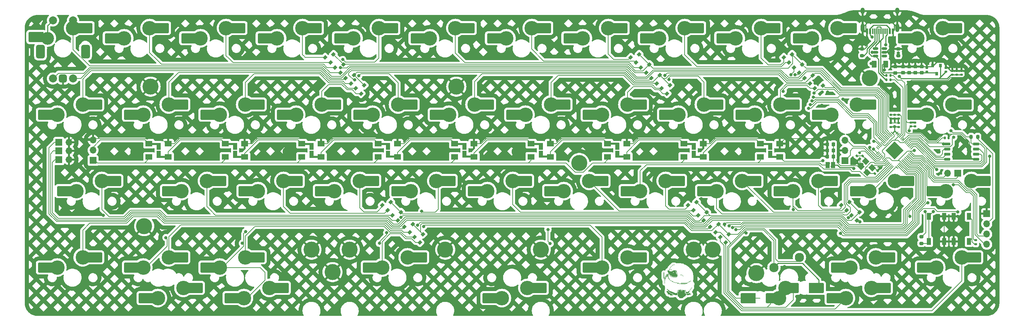
<source format=gbl>
%TF.GenerationSoftware,KiCad,Pcbnew,7.0.8*%
%TF.CreationDate,2023-10-22T18:59:45+02:00*%
%TF.ProjectId,Monorail_Steam_Reduced,4d6f6e6f-7261-4696-9c5f-537465616d5f,rev?*%
%TF.SameCoordinates,Original*%
%TF.FileFunction,Copper,L2,Bot*%
%TF.FilePolarity,Positive*%
%FSLAX46Y46*%
G04 Gerber Fmt 4.6, Leading zero omitted, Abs format (unit mm)*
G04 Created by KiCad (PCBNEW 7.0.8) date 2023-10-22 18:59:45*
%MOMM*%
%LPD*%
G01*
G04 APERTURE LIST*
G04 Aperture macros list*
%AMRoundRect*
0 Rectangle with rounded corners*
0 $1 Rounding radius*
0 $2 $3 $4 $5 $6 $7 $8 $9 X,Y pos of 4 corners*
0 Add a 4 corners polygon primitive as box body*
4,1,4,$2,$3,$4,$5,$6,$7,$8,$9,$2,$3,0*
0 Add four circle primitives for the rounded corners*
1,1,$1+$1,$2,$3*
1,1,$1+$1,$4,$5*
1,1,$1+$1,$6,$7*
1,1,$1+$1,$8,$9*
0 Add four rect primitives between the rounded corners*
20,1,$1+$1,$2,$3,$4,$5,0*
20,1,$1+$1,$4,$5,$6,$7,0*
20,1,$1+$1,$6,$7,$8,$9,0*
20,1,$1+$1,$8,$9,$2,$3,0*%
%AMRotRect*
0 Rectangle, with rotation*
0 The origin of the aperture is its center*
0 $1 length*
0 $2 width*
0 $3 Rotation angle, in degrees counterclockwise*
0 Add horizontal line*
21,1,$1,$2,0,0,$3*%
G04 Aperture macros list end*
%TA.AperFunction,ComponentPad*%
%ADD10C,4.000000*%
%TD*%
%TA.AperFunction,ComponentPad*%
%ADD11C,2.300000*%
%TD*%
%TA.AperFunction,ComponentPad*%
%ADD12R,1.700000X1.700000*%
%TD*%
%TA.AperFunction,ComponentPad*%
%ADD13O,1.700000X1.700000*%
%TD*%
%TA.AperFunction,ComponentPad*%
%ADD14C,2.000000*%
%TD*%
%TA.AperFunction,ComponentPad*%
%ADD15RoundRect,0.500000X0.500000X-0.500000X0.500000X0.500000X-0.500000X0.500000X-0.500000X-0.500000X0*%
%TD*%
%TA.AperFunction,ComponentPad*%
%ADD16RoundRect,0.550000X0.550000X-1.150000X0.550000X1.150000X-0.550000X1.150000X-0.550000X-1.150000X0*%
%TD*%
%TA.AperFunction,SMDPad,CuDef*%
%ADD17R,0.600000X1.450000*%
%TD*%
%TA.AperFunction,SMDPad,CuDef*%
%ADD18R,0.300000X1.450000*%
%TD*%
%TA.AperFunction,ComponentPad*%
%ADD19O,1.000000X1.600000*%
%TD*%
%TA.AperFunction,ComponentPad*%
%ADD20O,1.000000X2.100000*%
%TD*%
%TA.AperFunction,ComponentPad*%
%ADD21C,3.600000*%
%TD*%
%TA.AperFunction,SMDPad,CuDef*%
%ADD22R,1.650000X2.500000*%
%TD*%
%TA.AperFunction,SMDPad,CuDef*%
%ADD23RoundRect,0.250000X1.025000X1.000000X-1.025000X1.000000X-1.025000X-1.000000X1.025000X-1.000000X0*%
%TD*%
%TA.AperFunction,SMDPad,CuDef*%
%ADD24RoundRect,0.140000X0.170000X-0.140000X0.170000X0.140000X-0.170000X0.140000X-0.170000X-0.140000X0*%
%TD*%
%TA.AperFunction,SMDPad,CuDef*%
%ADD25RoundRect,0.225000X0.250000X-0.225000X0.250000X0.225000X-0.250000X0.225000X-0.250000X-0.225000X0*%
%TD*%
%TA.AperFunction,SMDPad,CuDef*%
%ADD26R,1.000000X1.700000*%
%TD*%
%TA.AperFunction,SMDPad,CuDef*%
%ADD27RoundRect,0.225000X0.225000X0.250000X-0.225000X0.250000X-0.225000X-0.250000X0.225000X-0.250000X0*%
%TD*%
%TA.AperFunction,SMDPad,CuDef*%
%ADD28RoundRect,0.150000X0.512500X0.150000X-0.512500X0.150000X-0.512500X-0.150000X0.512500X-0.150000X0*%
%TD*%
%TA.AperFunction,SMDPad,CuDef*%
%ADD29RoundRect,0.050000X0.309359X-0.238649X-0.238649X0.309359X-0.309359X0.238649X0.238649X-0.309359X0*%
%TD*%
%TA.AperFunction,SMDPad,CuDef*%
%ADD30RoundRect,0.050000X0.309359X0.238649X0.238649X0.309359X-0.309359X-0.238649X-0.238649X-0.309359X0*%
%TD*%
%TA.AperFunction,ComponentPad*%
%ADD31C,0.600000*%
%TD*%
%TA.AperFunction,SMDPad,CuDef*%
%ADD32RoundRect,0.144000X2.059095X0.000000X0.000000X2.059095X-2.059095X0.000000X0.000000X-2.059095X0*%
%TD*%
%TA.AperFunction,SMDPad,CuDef*%
%ADD33RoundRect,0.250000X-1.025000X-1.000000X1.025000X-1.000000X1.025000X1.000000X-1.025000X1.000000X0*%
%TD*%
%TA.AperFunction,SMDPad,CuDef*%
%ADD34RotRect,0.900000X0.800000X45.000000*%
%TD*%
%TA.AperFunction,SMDPad,CuDef*%
%ADD35RoundRect,0.250000X0.375000X0.625000X-0.375000X0.625000X-0.375000X-0.625000X0.375000X-0.625000X0*%
%TD*%
%TA.AperFunction,SMDPad,CuDef*%
%ADD36RoundRect,0.140000X-0.170000X0.140000X-0.170000X-0.140000X0.170000X-0.140000X0.170000X0.140000X0*%
%TD*%
%TA.AperFunction,SMDPad,CuDef*%
%ADD37R,1.800000X1.400000*%
%TD*%
%TA.AperFunction,SMDPad,CuDef*%
%ADD38R,1.600000X0.500000*%
%TD*%
%TA.AperFunction,SMDPad,CuDef*%
%ADD39R,3.000000X0.500000*%
%TD*%
%TA.AperFunction,SMDPad,CuDef*%
%ADD40R,1.000000X0.500000*%
%TD*%
%TA.AperFunction,SMDPad,CuDef*%
%ADD41RoundRect,0.150000X0.650000X0.150000X-0.650000X0.150000X-0.650000X-0.150000X0.650000X-0.150000X0*%
%TD*%
%TA.AperFunction,SMDPad,CuDef*%
%ADD42R,1.000000X1.500000*%
%TD*%
%TA.AperFunction,SMDPad,CuDef*%
%ADD43R,0.800000X0.900000*%
%TD*%
%TA.AperFunction,SMDPad,CuDef*%
%ADD44RoundRect,0.150000X-0.600000X-1.100000X0.600000X-1.100000X0.600000X1.100000X-0.600000X1.100000X0*%
%TD*%
%TA.AperFunction,SMDPad,CuDef*%
%ADD45RoundRect,0.135000X0.135000X0.185000X-0.135000X0.185000X-0.135000X-0.185000X0.135000X-0.185000X0*%
%TD*%
%TA.AperFunction,SMDPad,CuDef*%
%ADD46RoundRect,0.200000X-0.275000X0.200000X-0.275000X-0.200000X0.275000X-0.200000X0.275000X0.200000X0*%
%TD*%
%TA.AperFunction,ComponentPad*%
%ADD47C,3.200000*%
%TD*%
%TA.AperFunction,SMDPad,CuDef*%
%ADD48RoundRect,0.140000X0.021213X-0.219203X0.219203X-0.021213X-0.021213X0.219203X-0.219203X0.021213X0*%
%TD*%
%TA.AperFunction,SMDPad,CuDef*%
%ADD49RoundRect,0.135000X0.035355X-0.226274X0.226274X-0.035355X-0.035355X0.226274X-0.226274X0.035355X0*%
%TD*%
%TA.AperFunction,SMDPad,CuDef*%
%ADD50RotRect,1.400000X1.200000X315.000000*%
%TD*%
%TA.AperFunction,SMDPad,CuDef*%
%ADD51RoundRect,0.135000X-0.185000X0.135000X-0.185000X-0.135000X0.185000X-0.135000X0.185000X0.135000X0*%
%TD*%
%TA.AperFunction,SMDPad,CuDef*%
%ADD52RoundRect,0.140000X-0.140000X-0.170000X0.140000X-0.170000X0.140000X0.170000X-0.140000X0.170000X0*%
%TD*%
%TA.AperFunction,SMDPad,CuDef*%
%ADD53RoundRect,0.200000X0.200000X0.275000X-0.200000X0.275000X-0.200000X-0.275000X0.200000X-0.275000X0*%
%TD*%
%TA.AperFunction,ViaPad*%
%ADD54C,0.800000*%
%TD*%
%TA.AperFunction,Conductor*%
%ADD55C,0.200000*%
%TD*%
%TA.AperFunction,Conductor*%
%ADD56C,0.250000*%
%TD*%
%TA.AperFunction,Conductor*%
%ADD57C,0.350000*%
%TD*%
G04 APERTURE END LIST*
%TA.AperFunction,EtchedComponent*%
%TO.C,JP1*%
G36*
X230714000Y-102682600D02*
G01*
X230214000Y-102682600D01*
X230214000Y-102282600D01*
X230714000Y-102282600D01*
X230714000Y-102682600D01*
G37*
%TD.AperFunction*%
%TA.AperFunction,EtchedComponent*%
G36*
X230044000Y-101882600D02*
G01*
X229544000Y-101882600D01*
X229544000Y-101482600D01*
X230044000Y-101482600D01*
X230044000Y-101882600D01*
G37*
%TD.AperFunction*%
%TA.AperFunction,EtchedComponent*%
%TO.C,REF\u002A\u002A*%
G36*
X195694540Y-132654224D02*
G01*
X195589888Y-132654224D01*
X195589888Y-132549572D01*
X195694540Y-132549572D01*
X195694540Y-132654224D01*
G37*
%TD.AperFunction*%
%TA.AperFunction,EtchedComponent*%
G36*
X195589888Y-132758872D02*
G01*
X195485237Y-132758872D01*
X195485237Y-132654224D01*
X195589888Y-132654224D01*
X195589888Y-132758872D01*
G37*
%TD.AperFunction*%
%TA.AperFunction,EtchedComponent*%
G36*
X195485237Y-132968175D02*
G01*
X195380585Y-132968175D01*
X195380585Y-132758872D01*
X195485237Y-132758872D01*
X195485237Y-132968175D01*
G37*
%TD.AperFunction*%
%TA.AperFunction,EtchedComponent*%
G36*
X195380585Y-133072826D02*
G01*
X195275934Y-133072826D01*
X195275934Y-132968175D01*
X195380585Y-132968175D01*
X195380585Y-133072826D01*
G37*
%TD.AperFunction*%
%TA.AperFunction,EtchedComponent*%
G36*
X195275934Y-133282129D02*
G01*
X195171282Y-133282129D01*
X195171282Y-133072826D01*
X195275934Y-133072826D01*
X195275934Y-133282129D01*
G37*
%TD.AperFunction*%
%TA.AperFunction,EtchedComponent*%
G36*
X195380585Y-131084454D02*
G01*
X195171282Y-131084454D01*
X195171282Y-130979803D01*
X195380585Y-130979803D01*
X195380585Y-131084454D01*
G37*
%TD.AperFunction*%
%TA.AperFunction,EtchedComponent*%
G36*
X195171282Y-133386781D02*
G01*
X195066634Y-133386781D01*
X195066634Y-133282129D01*
X195171282Y-133282129D01*
X195171282Y-133386781D01*
G37*
%TD.AperFunction*%
%TA.AperFunction,EtchedComponent*%
G36*
X195171282Y-131189106D02*
G01*
X194961983Y-131189106D01*
X194961983Y-131084454D01*
X195171282Y-131084454D01*
X195171282Y-131189106D01*
G37*
%TD.AperFunction*%
%TA.AperFunction,EtchedComponent*%
G36*
X194961983Y-131293758D02*
G01*
X194752679Y-131293758D01*
X194752679Y-131189106D01*
X194961983Y-131189106D01*
X194961983Y-131293758D01*
G37*
%TD.AperFunction*%
%TA.AperFunction,EtchedComponent*%
G36*
X194752679Y-131398409D02*
G01*
X194648028Y-131398409D01*
X194648028Y-131293758D01*
X194752679Y-131293758D01*
X194752679Y-131398409D01*
G37*
%TD.AperFunction*%
%TA.AperFunction,EtchedComponent*%
G36*
X194648028Y-131503061D02*
G01*
X194438725Y-131503061D01*
X194438725Y-131398409D01*
X194648028Y-131398409D01*
X194648028Y-131503061D01*
G37*
%TD.AperFunction*%
%TA.AperFunction,EtchedComponent*%
G36*
X194020122Y-133386781D02*
G01*
X193915471Y-133386781D01*
X193915471Y-133282129D01*
X194020122Y-133282129D01*
X194020122Y-133386781D01*
G37*
%TD.AperFunction*%
%TA.AperFunction,EtchedComponent*%
G36*
X193496865Y-129828640D02*
G01*
X193392213Y-129828640D01*
X193392213Y-129723988D01*
X193496865Y-129723988D01*
X193496865Y-129828640D01*
G37*
%TD.AperFunction*%
%TA.AperFunction,EtchedComponent*%
G36*
X193392213Y-129723988D02*
G01*
X193287562Y-129723988D01*
X193287562Y-129619340D01*
X193392213Y-129619340D01*
X193392213Y-129723988D01*
G37*
%TD.AperFunction*%
%TA.AperFunction,EtchedComponent*%
G36*
X193287562Y-133282129D02*
G01*
X193182910Y-133282129D01*
X193182910Y-133177478D01*
X193287562Y-133177478D01*
X193287562Y-133282129D01*
G37*
%TD.AperFunction*%
%TA.AperFunction,EtchedComponent*%
G36*
X193287562Y-129619340D02*
G01*
X193182910Y-129619340D01*
X193182910Y-129514688D01*
X193287562Y-129514688D01*
X193287562Y-129619340D01*
G37*
%TD.AperFunction*%
%TA.AperFunction,EtchedComponent*%
G36*
X193182910Y-133386781D02*
G01*
X192973611Y-133386781D01*
X192973611Y-133282129D01*
X193182910Y-133282129D01*
X193182910Y-133386781D01*
G37*
%TD.AperFunction*%
%TA.AperFunction,EtchedComponent*%
G36*
X192973611Y-133282129D02*
G01*
X192868959Y-133282129D01*
X192868959Y-133177478D01*
X192973611Y-133177478D01*
X192973611Y-133282129D01*
G37*
%TD.AperFunction*%
%TA.AperFunction,EtchedComponent*%
G36*
X194020122Y-131817012D02*
G01*
X192868959Y-131817012D01*
X192868959Y-131712360D01*
X194020122Y-131712360D01*
X194020122Y-131817012D01*
G37*
%TD.AperFunction*%
%TA.AperFunction,EtchedComponent*%
G36*
X192868959Y-133177478D02*
G01*
X192764308Y-133177478D01*
X192764308Y-133072826D01*
X192868959Y-133072826D01*
X192868959Y-133177478D01*
G37*
%TD.AperFunction*%
%TA.AperFunction,EtchedComponent*%
G36*
X193182910Y-129514688D02*
G01*
X192659656Y-129514688D01*
X192659656Y-129410037D01*
X193182910Y-129410037D01*
X193182910Y-129514688D01*
G37*
%TD.AperFunction*%
%TA.AperFunction,EtchedComponent*%
G36*
X192868959Y-131712360D02*
G01*
X192345702Y-131712360D01*
X192345702Y-131607712D01*
X192868959Y-131607712D01*
X192868959Y-131712360D01*
G37*
%TD.AperFunction*%
%TA.AperFunction,EtchedComponent*%
G36*
X192345702Y-133282129D02*
G01*
X192241051Y-133282129D01*
X192241051Y-133177478D01*
X192345702Y-133177478D01*
X192345702Y-133282129D01*
G37*
%TD.AperFunction*%
%TA.AperFunction,EtchedComponent*%
G36*
X192241051Y-133491432D02*
G01*
X192136402Y-133491432D01*
X192136402Y-133282129D01*
X192241051Y-133282129D01*
X192241051Y-133491432D01*
G37*
%TD.AperFunction*%
%TA.AperFunction,EtchedComponent*%
G36*
X192136402Y-133700732D02*
G01*
X192031751Y-133700732D01*
X192031751Y-133491432D01*
X192136402Y-133491432D01*
X192136402Y-133700732D01*
G37*
%TD.AperFunction*%
%TA.AperFunction,EtchedComponent*%
G36*
X192136402Y-129619340D02*
G01*
X192031751Y-129619340D01*
X192031751Y-129410037D01*
X192136402Y-129410037D01*
X192136402Y-129619340D01*
G37*
%TD.AperFunction*%
%TA.AperFunction,EtchedComponent*%
G36*
X192345702Y-131607712D02*
G01*
X191927099Y-131607712D01*
X191927099Y-131503061D01*
X192345702Y-131503061D01*
X192345702Y-131607712D01*
G37*
%TD.AperFunction*%
%TA.AperFunction,EtchedComponent*%
G36*
X192031751Y-129410037D02*
G01*
X191927099Y-129410037D01*
X191927099Y-129200734D01*
X192031751Y-129200734D01*
X192031751Y-129410037D01*
G37*
%TD.AperFunction*%
%TA.AperFunction,EtchedComponent*%
G36*
X191927099Y-129200734D02*
G01*
X191822448Y-129200734D01*
X191822448Y-128886780D01*
X191927099Y-128886780D01*
X191927099Y-129200734D01*
G37*
%TD.AperFunction*%
%TA.AperFunction,EtchedComponent*%
G36*
X191822448Y-128886780D02*
G01*
X191717796Y-128886780D01*
X191717796Y-128468177D01*
X191822448Y-128468177D01*
X191822448Y-128886780D01*
G37*
%TD.AperFunction*%
%TA.AperFunction,EtchedComponent*%
G36*
X191717796Y-128468177D02*
G01*
X191613145Y-128468177D01*
X191613145Y-128363525D01*
X191717796Y-128363525D01*
X191717796Y-128468177D01*
G37*
%TD.AperFunction*%
%TA.AperFunction,EtchedComponent*%
G36*
X191613145Y-128363525D02*
G01*
X191508493Y-128363525D01*
X191508493Y-128258874D01*
X191613145Y-128258874D01*
X191613145Y-128363525D01*
G37*
%TD.AperFunction*%
%TA.AperFunction,EtchedComponent*%
G36*
X191927099Y-131503061D02*
G01*
X191403841Y-131503061D01*
X191403841Y-131398409D01*
X191927099Y-131398409D01*
X191927099Y-131503061D01*
G37*
%TD.AperFunction*%
%TA.AperFunction,EtchedComponent*%
G36*
X191403841Y-131398409D02*
G01*
X191089890Y-131398409D01*
X191089890Y-131293758D01*
X191403841Y-131293758D01*
X191403841Y-131398409D01*
G37*
%TD.AperFunction*%
%TA.AperFunction,EtchedComponent*%
G36*
X191299190Y-127003059D02*
G01*
X190985239Y-127003059D01*
X190985239Y-126898407D01*
X191299190Y-126898407D01*
X191299190Y-127003059D01*
G37*
%TD.AperFunction*%
%TA.AperFunction,EtchedComponent*%
G36*
X191089890Y-131293758D02*
G01*
X190880587Y-131293758D01*
X190880587Y-131189106D01*
X191089890Y-131189106D01*
X191089890Y-131293758D01*
G37*
%TD.AperFunction*%
%TA.AperFunction,EtchedComponent*%
G36*
X191822448Y-130142594D02*
G01*
X190880587Y-130142594D01*
X190880587Y-130037943D01*
X191822448Y-130037943D01*
X191822448Y-130142594D01*
G37*
%TD.AperFunction*%
%TA.AperFunction,EtchedComponent*%
G36*
X190985239Y-127107711D02*
G01*
X190775936Y-127107711D01*
X190775936Y-127003059D01*
X190985239Y-127003059D01*
X190985239Y-127107711D01*
G37*
%TD.AperFunction*%
%TA.AperFunction,EtchedComponent*%
G36*
X190880587Y-131189106D02*
G01*
X190671285Y-131189106D01*
X190671285Y-131084454D01*
X190880587Y-131084454D01*
X190880587Y-131189106D01*
G37*
%TD.AperFunction*%
%TA.AperFunction,EtchedComponent*%
G36*
X190775936Y-127212362D02*
G01*
X190671285Y-127212362D01*
X190671285Y-127107711D01*
X190775936Y-127107711D01*
X190775936Y-127212362D01*
G37*
%TD.AperFunction*%
%TA.AperFunction,EtchedComponent*%
G36*
X190880587Y-130037943D02*
G01*
X190566633Y-130037943D01*
X190566633Y-129933291D01*
X190880587Y-129933291D01*
X190880587Y-130037943D01*
G37*
%TD.AperFunction*%
%TA.AperFunction,EtchedComponent*%
G36*
X190671285Y-127317014D02*
G01*
X190566633Y-127317014D01*
X190566633Y-127212362D01*
X190671285Y-127212362D01*
X190671285Y-127317014D01*
G37*
%TD.AperFunction*%
%TA.AperFunction,EtchedComponent*%
G36*
X190671285Y-131084454D02*
G01*
X190461982Y-131084454D01*
X190461982Y-130979803D01*
X190671285Y-130979803D01*
X190671285Y-131084454D01*
G37*
%TD.AperFunction*%
%TA.AperFunction,EtchedComponent*%
G36*
X190566633Y-128363525D02*
G01*
X190461982Y-128363525D01*
X190461982Y-128154222D01*
X190566633Y-128154222D01*
X190566633Y-128363525D01*
G37*
%TD.AperFunction*%
%TA.AperFunction,EtchedComponent*%
G36*
X190566633Y-127421665D02*
G01*
X190461982Y-127421665D01*
X190461982Y-127317014D01*
X190566633Y-127317014D01*
X190566633Y-127421665D01*
G37*
%TD.AperFunction*%
%TA.AperFunction,EtchedComponent*%
G36*
X190566633Y-129933291D02*
G01*
X190357330Y-129933291D01*
X190357330Y-129828640D01*
X190566633Y-129828640D01*
X190566633Y-129933291D01*
G37*
%TD.AperFunction*%
%TA.AperFunction,EtchedComponent*%
G36*
X190461982Y-127526317D02*
G01*
X190357330Y-127526317D01*
X190357330Y-127421665D01*
X190461982Y-127421665D01*
X190461982Y-127526317D01*
G37*
%TD.AperFunction*%
%TA.AperFunction,EtchedComponent*%
G36*
X190461982Y-130979803D02*
G01*
X190252679Y-130979803D01*
X190252679Y-130875151D01*
X190461982Y-130875151D01*
X190461982Y-130979803D01*
G37*
%TD.AperFunction*%
%TA.AperFunction,EtchedComponent*%
G36*
X190357330Y-129828640D02*
G01*
X190252679Y-129828640D01*
X190252679Y-129723988D01*
X190357330Y-129723988D01*
X190357330Y-129828640D01*
G37*
%TD.AperFunction*%
%TA.AperFunction,EtchedComponent*%
G36*
X190461982Y-128154222D02*
G01*
X190252679Y-128154222D01*
X190252679Y-128049571D01*
X190461982Y-128049571D01*
X190461982Y-128154222D01*
G37*
%TD.AperFunction*%
%TA.AperFunction,EtchedComponent*%
G36*
X190357330Y-127630968D02*
G01*
X190252679Y-127630968D01*
X190252679Y-127526317D01*
X190357330Y-127526317D01*
X190357330Y-127630968D01*
G37*
%TD.AperFunction*%
%TA.AperFunction,EtchedComponent*%
G36*
X190252679Y-130875151D02*
G01*
X190148031Y-130875151D01*
X190148031Y-130770499D01*
X190252679Y-130770499D01*
X190252679Y-130875151D01*
G37*
%TD.AperFunction*%
%TA.AperFunction,EtchedComponent*%
G36*
X190252679Y-129723988D02*
G01*
X190148031Y-129723988D01*
X190148031Y-129619340D01*
X190252679Y-129619340D01*
X190252679Y-129723988D01*
G37*
%TD.AperFunction*%
%TA.AperFunction,EtchedComponent*%
G36*
X190252679Y-127840268D02*
G01*
X190148031Y-127840268D01*
X190148031Y-127630968D01*
X190252679Y-127630968D01*
X190252679Y-127840268D01*
G37*
%TD.AperFunction*%
%TA.AperFunction,EtchedComponent*%
G36*
X190148031Y-130770499D02*
G01*
X190043379Y-130770499D01*
X190043379Y-130665851D01*
X190148031Y-130665851D01*
X190148031Y-130770499D01*
G37*
%TD.AperFunction*%
%TA.AperFunction,EtchedComponent*%
G36*
X190148031Y-130561200D02*
G01*
X190043379Y-130561200D01*
X190043379Y-130456548D01*
X190148031Y-130456548D01*
X190148031Y-130561200D01*
G37*
%TD.AperFunction*%
%TA.AperFunction,EtchedComponent*%
G36*
X190148031Y-129619340D02*
G01*
X190043379Y-129619340D01*
X190043379Y-129514688D01*
X190148031Y-129514688D01*
X190148031Y-129619340D01*
G37*
%TD.AperFunction*%
%TA.AperFunction,EtchedComponent*%
G36*
X190148031Y-128049571D02*
G01*
X190043379Y-128049571D01*
X190043379Y-127840268D01*
X190148031Y-127840268D01*
X190148031Y-128049571D01*
G37*
%TD.AperFunction*%
%TA.AperFunction,EtchedComponent*%
G36*
X190043379Y-130665851D02*
G01*
X189938727Y-130665851D01*
X189938727Y-130561200D01*
X190043379Y-130561200D01*
X190043379Y-130665851D01*
G37*
%TD.AperFunction*%
%TA.AperFunction,EtchedComponent*%
G36*
X190043379Y-130456548D02*
G01*
X189938727Y-130456548D01*
X189938727Y-130351897D01*
X190043379Y-130351897D01*
X190043379Y-130456548D01*
G37*
%TD.AperFunction*%
%TA.AperFunction,EtchedComponent*%
G36*
X190043379Y-129514688D02*
G01*
X189938727Y-129514688D01*
X189938727Y-129410037D01*
X190043379Y-129410037D01*
X190043379Y-129514688D01*
G37*
%TD.AperFunction*%
%TA.AperFunction,EtchedComponent*%
G36*
X190043379Y-128258874D02*
G01*
X189938727Y-128258874D01*
X189938727Y-128049571D01*
X190043379Y-128049571D01*
X190043379Y-128258874D01*
G37*
%TD.AperFunction*%
%TA.AperFunction,EtchedComponent*%
G36*
X189938727Y-130561200D02*
G01*
X189834076Y-130561200D01*
X189834076Y-130456548D01*
X189938727Y-130456548D01*
X189938727Y-130561200D01*
G37*
%TD.AperFunction*%
%TA.AperFunction,EtchedComponent*%
G36*
X189938727Y-130351897D02*
G01*
X189834076Y-130351897D01*
X189834076Y-130142594D01*
X189938727Y-130142594D01*
X189938727Y-130351897D01*
G37*
%TD.AperFunction*%
%TA.AperFunction,EtchedComponent*%
G36*
X189938727Y-128363525D02*
G01*
X189834076Y-128363525D01*
X189834076Y-128258874D01*
X189938727Y-128258874D01*
X189938727Y-128363525D01*
G37*
%TD.AperFunction*%
%TA.AperFunction,EtchedComponent*%
G36*
X189834076Y-130456548D02*
G01*
X189729424Y-130456548D01*
X189729424Y-130351897D01*
X189834076Y-130351897D01*
X189834076Y-130456548D01*
G37*
%TD.AperFunction*%
%TA.AperFunction,EtchedComponent*%
G36*
X189729424Y-130351897D02*
G01*
X189624773Y-130351897D01*
X189624773Y-130142594D01*
X189729424Y-130142594D01*
X189729424Y-130351897D01*
G37*
%TD.AperFunction*%
%TA.AperFunction,EtchedComponent*%
G36*
X189310819Y-129514688D02*
G01*
X189206167Y-129514688D01*
X189206167Y-129305385D01*
X189310819Y-129305385D01*
X189310819Y-129514688D01*
G37*
%TD.AperFunction*%
%TA.AperFunction,EtchedComponent*%
G36*
X189206167Y-129723988D02*
G01*
X189101519Y-129723988D01*
X189101519Y-129514688D01*
X189206167Y-129514688D01*
X189206167Y-129723988D01*
G37*
%TD.AperFunction*%
%TA.AperFunction,EtchedComponent*%
G36*
X189101519Y-129933291D02*
G01*
X188996867Y-129933291D01*
X188996867Y-129723988D01*
X189101519Y-129723988D01*
X189101519Y-129933291D01*
G37*
%TD.AperFunction*%
%TA.AperFunction,EtchedComponent*%
G36*
X188996867Y-130142594D02*
G01*
X188892216Y-130142594D01*
X188892216Y-129933291D01*
X188996867Y-129933291D01*
X188996867Y-130142594D01*
G37*
%TD.AperFunction*%
%TA.AperFunction,EtchedComponent*%
G36*
X194438725Y-131607712D02*
G01*
X194229422Y-131607712D01*
X194229422Y-131712360D01*
X194124774Y-131712360D01*
X194124774Y-131607712D01*
X192868959Y-131607712D01*
X192868959Y-131503061D01*
X194438725Y-131503061D01*
X194438725Y-131607712D01*
G37*
%TD.AperFunction*%
%TA.AperFunction,EtchedComponent*%
G36*
X189834076Y-129305385D02*
G01*
X189938727Y-129305385D01*
X189938727Y-129410037D01*
X189834076Y-129410037D01*
X189834076Y-130142594D01*
X189729424Y-130142594D01*
X189729424Y-129200734D01*
X189834076Y-129200734D01*
X189834076Y-129305385D01*
G37*
%TD.AperFunction*%
%TA.AperFunction,EtchedComponent*%
G36*
X188682913Y-130247246D02*
G01*
X188787565Y-130247246D01*
X188787565Y-130142594D01*
X188892216Y-130142594D01*
X188892216Y-130351897D01*
X188787565Y-130351897D01*
X188787565Y-130665851D01*
X188682913Y-130665851D01*
X188682913Y-130351897D01*
X188578262Y-130351897D01*
X188578262Y-128886780D01*
X188682913Y-128886780D01*
X188682913Y-130247246D01*
G37*
%TD.AperFunction*%
%TA.AperFunction,EtchedComponent*%
G36*
X195066634Y-134119338D02*
G01*
X195171282Y-134119338D01*
X195171282Y-134223989D01*
X195380585Y-134223989D01*
X195380585Y-134328641D01*
X195171282Y-134328641D01*
X195171282Y-134433292D01*
X194857331Y-134433292D01*
X194857331Y-134537944D01*
X194334073Y-134537944D01*
X194334073Y-134223989D01*
X194752679Y-134223989D01*
X194752679Y-134119338D01*
X194857331Y-134119338D01*
X194857331Y-134014686D01*
X194961983Y-134014686D01*
X194961983Y-133910035D01*
X195066634Y-133910035D01*
X195066634Y-134119338D01*
G37*
%TD.AperFunction*%
%TA.AperFunction,EtchedComponent*%
G36*
X194124774Y-133700732D02*
G01*
X194229422Y-133700732D01*
X194229422Y-133805383D01*
X194543377Y-133805383D01*
X194543377Y-133700732D01*
X194648028Y-133700732D01*
X194648028Y-133596083D01*
X194857331Y-133596083D01*
X194857331Y-133491432D01*
X194961983Y-133491432D01*
X194961983Y-133386781D01*
X195066634Y-133386781D01*
X195066634Y-133596083D01*
X194961983Y-133596083D01*
X194961983Y-133805383D01*
X194857331Y-133805383D01*
X194857331Y-133910035D01*
X194752679Y-133910035D01*
X194752679Y-134014686D01*
X194648028Y-134014686D01*
X194648028Y-134119338D01*
X194229422Y-134119338D01*
X194229422Y-134014686D01*
X194020122Y-134014686D01*
X194020122Y-133386781D01*
X194124774Y-133386781D01*
X194124774Y-133700732D01*
G37*
%TD.AperFunction*%
%TA.AperFunction,EtchedComponent*%
G36*
X189624773Y-130142594D02*
G01*
X189520121Y-130142594D01*
X189520121Y-129828640D01*
X189415470Y-129828640D01*
X189415470Y-129933291D01*
X189310819Y-129933291D01*
X189310819Y-130037943D01*
X189206167Y-130037943D01*
X189206167Y-130247246D01*
X189101519Y-130247246D01*
X189101519Y-130456548D01*
X188996867Y-130456548D01*
X188996867Y-130770499D01*
X188892216Y-130770499D01*
X188892216Y-131607712D01*
X188787565Y-131607712D01*
X188787565Y-130665851D01*
X188892216Y-130665851D01*
X188892216Y-130351897D01*
X188996867Y-130351897D01*
X188996867Y-130142594D01*
X189101519Y-130142594D01*
X189101519Y-129933291D01*
X189206167Y-129933291D01*
X189206167Y-129723988D01*
X189310819Y-129723988D01*
X189310819Y-129514688D01*
X189415470Y-129514688D01*
X189415470Y-129305385D01*
X189520121Y-129305385D01*
X189520121Y-129200734D01*
X189624773Y-129200734D01*
X189624773Y-130142594D01*
G37*
%TD.AperFunction*%
%TA.AperFunction,EtchedComponent*%
G36*
X189624776Y-133596076D02*
G01*
X189729429Y-133596076D01*
X189729429Y-133700732D01*
X189834072Y-133700732D01*
X189834072Y-133805383D01*
X190043379Y-133805383D01*
X190043379Y-133910035D01*
X190148031Y-133910035D01*
X190148031Y-134014689D01*
X190252682Y-134014689D01*
X190252682Y-134119341D01*
X190461978Y-134119341D01*
X190461978Y-134223985D01*
X190671285Y-134223985D01*
X190671285Y-134328638D01*
X190880592Y-134328638D01*
X190880592Y-134433292D01*
X190985236Y-134433292D01*
X190985236Y-134537944D01*
X190775940Y-134537944D01*
X190775940Y-134642595D01*
X190252682Y-134642595D01*
X190252682Y-134537944D01*
X190148031Y-134537944D01*
X190148031Y-134433292D01*
X190043379Y-134433292D01*
X190043379Y-134328638D01*
X189624776Y-134328638D01*
X189624776Y-134223985D01*
X189520121Y-134223985D01*
X189520121Y-133910035D01*
X189415470Y-133910035D01*
X189415470Y-133805383D01*
X189310819Y-133805383D01*
X189310819Y-133491436D01*
X189520121Y-133491436D01*
X189520121Y-133386781D01*
X189624776Y-133386781D01*
X189624776Y-133596076D01*
G37*
%TD.AperFunction*%
%TA.AperFunction,EtchedComponent*%
G36*
X192764304Y-133282129D02*
G01*
X192868959Y-133282129D01*
X192868959Y-133386781D01*
X192973611Y-133386781D01*
X192973611Y-133491436D01*
X193182917Y-133491436D01*
X193182917Y-133386781D01*
X193287558Y-133386781D01*
X193287558Y-133282129D01*
X193810816Y-133282129D01*
X193810816Y-133386781D01*
X193915467Y-133386781D01*
X193915467Y-134119341D01*
X194124774Y-134119341D01*
X194124774Y-134223985D01*
X194229426Y-134223985D01*
X194229426Y-134433292D01*
X194124774Y-134433292D01*
X194124774Y-134537944D01*
X194020119Y-134537944D01*
X194020119Y-134747240D01*
X193915467Y-134747240D01*
X193915467Y-134851895D01*
X193706172Y-134851895D01*
X193706172Y-134956547D01*
X193601520Y-134956547D01*
X193601520Y-135061198D01*
X193496865Y-135061198D01*
X193496865Y-135165852D01*
X193287558Y-135165852D01*
X193287558Y-135270504D01*
X192555008Y-135270504D01*
X192555008Y-135165852D01*
X192450357Y-135165852D01*
X192450357Y-135061198D01*
X192345702Y-135061198D01*
X192345702Y-134956547D01*
X192241051Y-134956547D01*
X192241051Y-134851895D01*
X192136399Y-134851895D01*
X192136399Y-133700732D01*
X192241051Y-133700732D01*
X192241051Y-133491436D01*
X192345702Y-133491436D01*
X192345702Y-133282129D01*
X192555008Y-133282129D01*
X192555008Y-133177474D01*
X192764304Y-133177474D01*
X192764304Y-133282129D01*
G37*
%TD.AperFunction*%
%TA.AperFunction,EtchedComponent*%
G36*
X189520121Y-133072826D02*
G01*
X189624773Y-133072826D01*
X189624773Y-133177478D01*
X189729424Y-133177478D01*
X189729424Y-133282129D01*
X189938727Y-133282129D01*
X189938727Y-133386781D01*
X190148031Y-133386781D01*
X190148031Y-133491432D01*
X190357330Y-133491432D01*
X190357330Y-133596083D01*
X190566633Y-133596083D01*
X190566633Y-133700732D01*
X190775936Y-133700732D01*
X190775936Y-133805383D01*
X191089890Y-133805383D01*
X191089890Y-133910035D01*
X191403841Y-133910035D01*
X191403841Y-134014686D01*
X191822448Y-134014686D01*
X191822448Y-133910035D01*
X191927099Y-133910035D01*
X191927099Y-133700732D01*
X192031751Y-133700732D01*
X192031751Y-134537944D01*
X191299190Y-134537944D01*
X191299190Y-134433292D01*
X191089890Y-134433292D01*
X191089890Y-134328641D01*
X190880587Y-134328641D01*
X190880587Y-134223989D01*
X190671285Y-134223989D01*
X190671285Y-134119338D01*
X190461982Y-134119338D01*
X190461982Y-134014686D01*
X190252679Y-134014686D01*
X190252679Y-133910035D01*
X190148031Y-133910035D01*
X190148031Y-133805383D01*
X190043379Y-133805383D01*
X190043379Y-133700732D01*
X189834076Y-133700732D01*
X189834076Y-133596083D01*
X189729424Y-133596083D01*
X189729424Y-133386781D01*
X189624773Y-133386781D01*
X189624773Y-133282129D01*
X189520121Y-133282129D01*
X189520121Y-133177478D01*
X189415470Y-133177478D01*
X189415470Y-132968175D01*
X189520121Y-132968175D01*
X189520121Y-133072826D01*
G37*
%TD.AperFunction*%
%TA.AperFunction,EtchedComponent*%
G36*
X191613145Y-128886797D02*
G01*
X191717797Y-128886797D01*
X191717797Y-129200744D01*
X191822448Y-129200744D01*
X191822448Y-129410051D01*
X191927100Y-129410051D01*
X191927100Y-129619347D01*
X192031751Y-129619347D01*
X192031751Y-129828654D01*
X191927100Y-129828654D01*
X191927100Y-129933305D01*
X190880592Y-129933305D01*
X190880592Y-129828643D01*
X190566634Y-129828643D01*
X190566634Y-129723992D01*
X190357327Y-129723992D01*
X190357327Y-129619340D01*
X190252683Y-129619340D01*
X190252683Y-129514695D01*
X190148031Y-129514695D01*
X190148031Y-129410044D01*
X190043380Y-129410044D01*
X190043380Y-129305393D01*
X189938728Y-129305393D01*
X189938728Y-129200741D01*
X189834077Y-129200741D01*
X189834077Y-129096090D01*
X189729432Y-129096090D01*
X189729432Y-128991431D01*
X190880592Y-128991431D01*
X190985236Y-128991431D01*
X190985236Y-128886786D01*
X191194543Y-128886786D01*
X191194543Y-128782135D01*
X190985236Y-128782135D01*
X190985236Y-128886786D01*
X190880592Y-128886786D01*
X190880592Y-128991431D01*
X189729432Y-128991431D01*
X189729432Y-128886794D01*
X189624780Y-128886794D01*
X189624780Y-128782142D01*
X189520129Y-128782142D01*
X189520129Y-128363539D01*
X189834077Y-128363539D01*
X189834077Y-128468184D01*
X190043383Y-128468184D01*
X190043383Y-128572835D01*
X190775944Y-128572835D01*
X190775944Y-128468184D01*
X190985240Y-128468184D01*
X190985240Y-128363539D01*
X191508494Y-128363539D01*
X191508494Y-128468184D01*
X191613145Y-128468184D01*
X191613145Y-128782135D01*
X191613145Y-128886797D01*
G37*
%TD.AperFunction*%
%TD*%
D10*
%TO.P,HOLE_M3,1*%
%TO.N,GND*%
X239953406Y-80423713D03*
%TD*%
%TO.P,REF\u002A\u002A,*%
%TO.N,GND*%
X100806250Y-123190000D03*
X200818750Y-123190000D03*
%TD*%
D11*
%TO.P,MX3,1,COL*%
%TO.N,COL9*%
X216058750Y-127635000D03*
%TO.P,MX3,2,ROW*%
%TO.N,Net-(MX3-ROW)*%
X222408750Y-125095000D03*
%TD*%
D10*
%TO.P,HOLE_M3,1*%
%TO.N,GND*%
X60703406Y-82549712D03*
%TD*%
%TO.P,HOLE_M3,1*%
%TO.N,GND*%
X106051973Y-128773715D03*
%TD*%
%TO.P,HOLE_M3,1*%
%TO.N,GND*%
X59103407Y-117323711D03*
%TD*%
D12*
%TO.P,J4,1,Pin_1*%
%TO.N,EXTRA1*%
X261898450Y-104165000D03*
D13*
%TO.P,J4,2,Pin_2*%
%TO.N,EXTRA0*%
X259358450Y-104165000D03*
%TD*%
D10*
%TO.P,REF\u002A\u002A,*%
%TO.N,GND*%
X157956250Y-123190000D03*
X196056250Y-123190000D03*
%TD*%
%TO.P,HOLE_M3,1*%
%TO.N,GND*%
X211696300Y-129057400D03*
%TD*%
%TO.P,REF\u002A\u002A,1*%
%TO.N,GND*%
X110331250Y-123190000D03*
%TO.P,REF\u002A\u002A,2*%
X134143750Y-123190000D03*
%TD*%
%TO.P,HOLE_M3,1*%
%TO.N,N/C*%
X167553412Y-101599712D03*
%TD*%
%TO.P,HOLE_M3,1*%
%TO.N,GND*%
X136903403Y-82549712D03*
%TD*%
D14*
%TO.P,SW3,A,A*%
%TO.N,ENCB*%
X36393750Y-80525000D03*
%TO.P,SW3,B,B*%
%TO.N,ENCA*%
X41393750Y-80525000D03*
D15*
%TO.P,SW3,C,C*%
%TO.N,GND*%
X38893750Y-80525000D03*
D16*
%TO.P,SW3,MP*%
%TO.N,N/C*%
X33293750Y-73825000D03*
X44493750Y-73825000D03*
D14*
%TO.P,SW3,S1,S1*%
%TO.N,ENC_ROW*%
X41393750Y-66025000D03*
%TO.P,SW3,S2,S2*%
%TO.N,COL0*%
X36393750Y-66025000D03*
%TD*%
D17*
%TO.P,J6,A1,GND*%
%TO.N,GND*%
X239222750Y-68772800D03*
%TO.P,J6,A4,VBUS*%
%TO.N,VCC*%
X240022750Y-68772800D03*
D18*
%TO.P,J6,A5,CC1*%
%TO.N,Net-(J6-CC1)*%
X241222750Y-68772800D03*
%TO.P,J6,A6,D+*%
%TO.N,D+*%
X242222750Y-68772800D03*
%TO.P,J6,A7,D-*%
%TO.N,D-*%
X242722750Y-68772800D03*
%TO.P,J6,A8,SBU1*%
%TO.N,unconnected-(J6-SBU1-PadA8)*%
X243722750Y-68772800D03*
D17*
%TO.P,J6,A9,VBUS*%
%TO.N,VCC*%
X244922750Y-68772800D03*
%TO.P,J6,A12,GND*%
%TO.N,GND*%
X245722750Y-68772800D03*
%TO.P,J6,B1,GND*%
X245722750Y-68772800D03*
%TO.P,J6,B4,VBUS*%
%TO.N,VCC*%
X244922750Y-68772800D03*
D18*
%TO.P,J6,B5,CC2*%
%TO.N,Net-(J6-CC2)*%
X244222750Y-68772800D03*
%TO.P,J6,B6,D+*%
%TO.N,D+*%
X243222750Y-68772800D03*
%TO.P,J6,B7,D-*%
%TO.N,D-*%
X241722750Y-68772800D03*
%TO.P,J6,B8,SBU2*%
%TO.N,unconnected-(J6-SBU2-PadB8)*%
X240722750Y-68772800D03*
D17*
%TO.P,J6,B9,VBUS*%
%TO.N,VCC*%
X240022750Y-68772800D03*
%TO.P,J6,B12,GND*%
%TO.N,GND*%
X239222750Y-68772800D03*
D19*
%TO.P,J6,S1,SHIELD*%
X238152750Y-63677800D03*
D20*
X238152750Y-67857800D03*
D19*
X246792750Y-63677800D03*
D20*
X246792750Y-67857800D03*
%TD*%
D21*
%TO.P,MX27,1,COL*%
%TO.N,COL8*%
X192246250Y-89535000D03*
D22*
X190421250Y-89535000D03*
D23*
X188696250Y-89535000D03*
%TO.P,MX27,2,ROW*%
%TO.N,Net-(MX27-ROW)*%
X202146250Y-86995000D03*
D22*
X200396250Y-86995000D03*
D21*
X198596250Y-86995000D03*
%TD*%
D12*
%TO.P,J1,1,Pin_1*%
%TO.N,LED1*%
X37866400Y-100761800D03*
D13*
%TO.P,J1,2,Pin_2*%
%TO.N,GND*%
X40406400Y-100761800D03*
%TD*%
D12*
%TO.P,J9,1,Pin_1*%
%TO.N,+5VD*%
X46380400Y-100950000D03*
D13*
%TO.P,J9,2,Pin_2*%
%TO.N,RGB_OUT*%
X46380400Y-98410000D03*
%TO.P,J9,3,Pin_3*%
%TO.N,GND*%
X46380400Y-95870000D03*
%TD*%
D21*
%TO.P,MX58,1,COL*%
%TO.N,Net-(MX58-COL)*%
X173196250Y-127635000D03*
D22*
X171371250Y-127635000D03*
D23*
X169646250Y-127635000D03*
%TO.P,MX58,2,ROW*%
%TO.N,COL6*%
X183096250Y-125095000D03*
D22*
X181346250Y-125095000D03*
D21*
X179546250Y-125095000D03*
%TD*%
D24*
%TO.P,C21,1*%
%TO.N,+3V3*%
X262763000Y-79588600D03*
%TO.P,C21,2*%
%TO.N,GND*%
X262763000Y-78628600D03*
%TD*%
D21*
%TO.P,MX19,1,COL*%
%TO.N,COL0*%
X37465000Y-89535000D03*
D22*
X35640000Y-89535000D03*
D23*
X33915000Y-89535000D03*
%TO.P,MX19,2,ROW*%
%TO.N,Net-(MX19-ROW)*%
X47365000Y-86995000D03*
D22*
X45615000Y-86995000D03*
D21*
X43815000Y-86995000D03*
%TD*%
D25*
%TO.P,C15,1*%
%TO.N,+5V*%
X252850650Y-79108600D03*
%TO.P,C15,2*%
%TO.N,GND*%
X252850650Y-77558600D03*
%TD*%
D24*
%TO.P,C23,1*%
%TO.N,+3V3*%
X261594600Y-79588600D03*
%TO.P,C23,2*%
%TO.N,GND*%
X261594600Y-78628600D03*
%TD*%
D21*
%TO.P,MX20,1,COL*%
%TO.N,COL1*%
X58896250Y-89535000D03*
D22*
X57071250Y-89535000D03*
D23*
X55346250Y-89535000D03*
%TO.P,MX20,2,ROW*%
%TO.N,Net-(MX20-ROW)*%
X68796250Y-86995000D03*
D22*
X67046250Y-86995000D03*
D21*
X65246250Y-86995000D03*
%TD*%
D26*
%TO.P,SWR1,1,A*%
%TO.N,GND*%
X258490800Y-121183800D03*
X258490800Y-114883800D03*
%TO.P,SWR1,2,B*%
%TO.N,RUN*%
X254690800Y-121183800D03*
X254690800Y-114883800D03*
%TD*%
D24*
%TO.P,C1,1*%
%TO.N,+5V*%
X254196850Y-78813600D03*
%TO.P,C1,2*%
%TO.N,GND*%
X254196850Y-77853600D03*
%TD*%
D27*
%TO.P,C18,1*%
%TO.N,+5V*%
X230899000Y-99949000D03*
%TO.P,C18,2*%
%TO.N,GND*%
X229349000Y-99949000D03*
%TD*%
D28*
%TO.P,U1,1,IO1*%
%TO.N,unconnected-(U1-IO1-Pad1)*%
X243617750Y-73025000D03*
%TO.P,U1,2,VN*%
%TO.N,GND*%
X243617750Y-73975000D03*
%TO.P,U1,3,IO2*%
%TO.N,unconnected-(U1-IO2-Pad3)*%
X243617750Y-74925000D03*
%TO.P,U1,4,IO3*%
%TO.N,D-*%
X241342750Y-74925000D03*
%TO.P,U1,5,VP*%
%TO.N,VCC*%
X241342750Y-73975000D03*
%TO.P,U1,6,IO4*%
%TO.N,D+*%
X241342750Y-73025000D03*
%TD*%
D29*
%TO.P,U3,1,IOVDD*%
%TO.N,+3V3*%
X250426907Y-99017202D03*
%TO.P,U3,2,GPIO0*%
%TO.N,EXTRA0*%
X250144064Y-99300045D03*
%TO.P,U3,3,GPIO1*%
%TO.N,EXTRA1*%
X249861222Y-99582887D03*
%TO.P,U3,4,GPIO2*%
%TO.N,SCL*%
X249578379Y-99865730D03*
%TO.P,U3,5,GPIO3*%
%TO.N,SDA*%
X249295536Y-100148573D03*
%TO.P,U3,6,GPIO4*%
%TO.N,COL11*%
X249012694Y-100431415D03*
%TO.P,U3,7,GPIO5*%
%TO.N,COL4*%
X248729851Y-100714258D03*
%TO.P,U3,8,GPIO6*%
%TO.N,COL5*%
X248447008Y-100997101D03*
%TO.P,U3,9,GPIO7*%
%TO.N,COL6*%
X248164165Y-101279944D03*
%TO.P,U3,10,IOVDD*%
%TO.N,+3V3*%
X247881323Y-101562786D03*
%TO.P,U3,11,GPIO8*%
%TO.N,LED2*%
X247598480Y-101845629D03*
%TO.P,U3,12,GPIO9*%
%TO.N,LED3*%
X247315637Y-102128472D03*
%TO.P,U3,13,GPIO10*%
%TO.N,LED1*%
X247032795Y-102411314D03*
%TO.P,U3,14,GPIO11*%
%TO.N,COL10*%
X246749952Y-102694157D03*
D30*
%TO.P,U3,15,GPIO12*%
%TO.N,ROW2*%
X245565548Y-102694157D03*
%TO.P,U3,16,GPIO13*%
%TO.N,COL8*%
X245282705Y-102411314D03*
%TO.P,U3,17,GPIO14*%
%TO.N,COL9*%
X244999863Y-102128472D03*
%TO.P,U3,18,GPIO15*%
%TO.N,COL7*%
X244717020Y-101845629D03*
%TO.P,U3,19,TESTEN*%
%TO.N,GND*%
X244434177Y-101562786D03*
%TO.P,U3,20,XIN*%
%TO.N,XIN*%
X244151335Y-101279944D03*
%TO.P,U3,21,XOUT*%
%TO.N,XOUT*%
X243868492Y-100997101D03*
%TO.P,U3,22,IOVDD*%
%TO.N,+3V3*%
X243585649Y-100714258D03*
%TO.P,U3,23,DVDD*%
%TO.N,+1V1*%
X243302806Y-100431415D03*
%TO.P,U3,24,SWCLK*%
%TO.N,SWCLK*%
X243019964Y-100148573D03*
%TO.P,U3,25,SWDIO*%
%TO.N,SWDIO*%
X242737121Y-99865730D03*
%TO.P,U3,26,RUN*%
%TO.N,RUN*%
X242454278Y-99582887D03*
%TO.P,U3,27,GPIO16*%
%TO.N,unconnected-(U3-GPIO16-Pad27)*%
X242171436Y-99300045D03*
%TO.P,U3,28,GPIO17*%
%TO.N,unconnected-(U3-GPIO17-Pad28)*%
X241888593Y-99017202D03*
D29*
%TO.P,U3,29,GPIO18*%
%TO.N,unconnected-(U3-GPIO18-Pad29)*%
X241888593Y-97832798D03*
%TO.P,U3,30,GPIO19*%
%TO.N,unconnected-(U3-GPIO19-Pad30)*%
X242171436Y-97549955D03*
%TO.P,U3,31,GPIO20*%
%TO.N,ROW3*%
X242454278Y-97267113D03*
%TO.P,U3,32,GPIO21*%
%TO.N,RGB*%
X242737121Y-96984270D03*
%TO.P,U3,33,IOVDD*%
%TO.N,+3V3*%
X243019964Y-96701427D03*
%TO.P,U3,34,GPIO22*%
%TO.N,COL3*%
X243302806Y-96418585D03*
%TO.P,U3,35,GPIO23*%
%TO.N,COL2*%
X243585649Y-96135742D03*
%TO.P,U3,36,GPIO24*%
%TO.N,COL1*%
X243868492Y-95852899D03*
%TO.P,U3,37,GPIO25*%
%TO.N,COL0*%
X244151335Y-95570056D03*
%TO.P,U3,38,GPIO26/ADC0*%
%TO.N,ROW1*%
X244434177Y-95287214D03*
%TO.P,U3,39,GPIO27/ADC1*%
%TO.N,ENCA*%
X244717020Y-95004371D03*
%TO.P,U3,40,GPIO28/ADC2*%
%TO.N,ENCB*%
X244999863Y-94721528D03*
%TO.P,U3,41,GPIO29/ADC3*%
%TO.N,ROW0*%
X245282705Y-94438686D03*
%TO.P,U3,42,IOVDD*%
%TO.N,+3V3*%
X245565548Y-94155843D03*
D30*
%TO.P,U3,43,ADC_AVDD*%
X246749952Y-94155843D03*
%TO.P,U3,44,VREG_VIN*%
X247032795Y-94438686D03*
%TO.P,U3,45,VREG_VOUT*%
%TO.N,+1V1*%
X247315637Y-94721528D03*
%TO.P,U3,46,USB_DM*%
%TO.N,Net-(U3-USB_DM)*%
X247598480Y-95004371D03*
%TO.P,U3,47,USB_DP*%
%TO.N,Net-(U3-USB_DP)*%
X247881323Y-95287214D03*
%TO.P,U3,48,USB_VDD*%
%TO.N,+3V3*%
X248164165Y-95570056D03*
%TO.P,U3,49,IOVDD*%
X248447008Y-95852899D03*
%TO.P,U3,50,DVDD*%
%TO.N,+1V1*%
X248729851Y-96135742D03*
%TO.P,U3,51,QSPI_SD3*%
%TO.N,QSPI_D3*%
X249012694Y-96418585D03*
%TO.P,U3,52,QSPI_SCLK*%
%TO.N,QSPI_CLK*%
X249295536Y-96701427D03*
%TO.P,U3,53,QSPI_SD0*%
%TO.N,QSPI_D0*%
X249578379Y-96984270D03*
%TO.P,U3,54,QSPI_SD2*%
%TO.N,QSPI_D2*%
X249861222Y-97267113D03*
%TO.P,U3,55,QSPI_SD1*%
%TO.N,QSPI_D1*%
X250144064Y-97549955D03*
%TO.P,U3,56,QSPI_SS_N*%
%TO.N,QSPI_SS*%
X250426907Y-97832798D03*
D31*
%TO.P,U3,57,GND*%
%TO.N,GND*%
X246157750Y-100228122D03*
X247059311Y-99326561D03*
X247960872Y-98425000D03*
X245256189Y-99326561D03*
X246157750Y-98425000D03*
D32*
X246157750Y-98425000D03*
D31*
X247059311Y-97523439D03*
X244354628Y-98425000D03*
X245256189Y-97523439D03*
X246157750Y-96621878D03*
%TD*%
D21*
%TO.P,MX29,1,COL*%
%TO.N,COL10*%
X230346250Y-89535000D03*
D22*
X228521250Y-89535000D03*
D23*
X226796250Y-89535000D03*
%TO.P,MX29,2,ROW*%
%TO.N,Net-(MX29-ROW)*%
X240246250Y-86995000D03*
D22*
X238496250Y-86995000D03*
D21*
X236696250Y-86995000D03*
%TD*%
%TO.P,MX41,1,COL*%
%TO.N,COL10*%
X239871250Y-108585000D03*
D22*
X238046250Y-108585000D03*
D23*
X236321250Y-108585000D03*
%TO.P,MX41,2,ROW*%
%TO.N,Net-(MX41-ROW)*%
X249771250Y-106045000D03*
D22*
X248021250Y-106045000D03*
D21*
X246221250Y-106045000D03*
%TD*%
%TO.P,MX33,1,COL*%
%TO.N,COL2*%
X87471250Y-108585000D03*
D22*
X85646250Y-108585000D03*
D23*
X83921250Y-108585000D03*
%TO.P,MX33,2,ROW*%
%TO.N,Net-(MX33-ROW)*%
X97371250Y-106045000D03*
D22*
X95621250Y-106045000D03*
D21*
X93821250Y-106045000D03*
%TD*%
%TO.P,MX1,1,COL*%
%TO.N,COL10*%
X240347500Y-132715000D03*
D22*
X242172500Y-132715000D03*
D33*
X243897500Y-132715000D03*
%TO.P,MX1,2,ROW*%
%TO.N,Net-(MX1-ROW)*%
X230447500Y-135255000D03*
D22*
X232197500Y-135255000D03*
D21*
X233997500Y-135255000D03*
%TD*%
D34*
%TO.P,D19,1,A*%
%TO.N,Net-(MX2-ROW)*%
X125288245Y-118879258D03*
%TO.P,D19,2,A*%
%TO.N,Net-(MX46-ROW)*%
X123944742Y-117535755D03*
%TO.P,D19,3,K*%
%TO.N,ROW3*%
X126030707Y-116793293D03*
%TD*%
D21*
%TO.P,MX28,1,COL*%
%TO.N,COL9*%
X211296250Y-89535000D03*
D22*
X209471250Y-89535000D03*
D23*
X207746250Y-89535000D03*
%TO.P,MX28,2,ROW*%
%TO.N,Net-(MX28-ROW)*%
X221196250Y-86995000D03*
D22*
X219446250Y-86995000D03*
D21*
X217646250Y-86995000D03*
%TD*%
D35*
%TO.P,F1,1*%
%TO.N,+5V*%
X243880250Y-76911200D03*
%TO.P,F1,2*%
%TO.N,VCC*%
X241080250Y-76911200D03*
%TD*%
D36*
%TO.P,C5,1*%
%TO.N,+1V1*%
X246157750Y-89563000D03*
%TO.P,C5,2*%
%TO.N,GND*%
X246157750Y-90523000D03*
%TD*%
D24*
%TO.P,C2,1*%
%TO.N,+3V3*%
X258921250Y-78813600D03*
%TO.P,C2,2*%
%TO.N,GND*%
X258921250Y-77853600D03*
%TD*%
D34*
%TO.P,D13,1,A*%
%TO.N,Net-(MX24-ROW)*%
X186857845Y-81744458D03*
%TO.P,D13,2,A*%
%TO.N,Net-(MX23-ROW)*%
X185514342Y-80400955D03*
%TO.P,D13,3,K*%
%TO.N,ROW1*%
X187600307Y-79658493D03*
%TD*%
D37*
%TO.P,D66,1,VDD*%
%TO.N,+5VD*%
X98406250Y-100075000D03*
%TO.P,D66,2,DOUT*%
%TO.N,Net-(D65-DIN)*%
X98406250Y-96775000D03*
D38*
X100506250Y-96825000D03*
D39*
X99806250Y-96825000D03*
D26*
X100806250Y-97425000D03*
D40*
X100806250Y-98025000D03*
D37*
%TO.P,D66,3,VSS*%
%TO.N,GND*%
X103206250Y-96775000D03*
D40*
%TO.P,D66,4,DIN*%
%TO.N,Net-(D66-DIN)*%
X100806250Y-98825000D03*
D26*
X100806250Y-99425000D03*
D39*
X101806250Y-100025000D03*
D38*
X101106250Y-100025000D03*
D37*
X103206250Y-100075000D03*
%TD*%
%TO.P,D60,1,VDD*%
%TO.N,+5VD*%
X193656250Y-100075000D03*
%TO.P,D60,2,DOUT*%
%TO.N,Net-(D60-DOUT)*%
X193656250Y-96775000D03*
D38*
X195756250Y-96825000D03*
D39*
X195056250Y-96825000D03*
D26*
X196056250Y-97425000D03*
D40*
X196056250Y-98025000D03*
D37*
%TO.P,D60,3,VSS*%
%TO.N,GND*%
X198456250Y-96775000D03*
D40*
%TO.P,D60,4,DIN*%
%TO.N,Net-(D59-DOUT)*%
X196056250Y-98825000D03*
D26*
X196056250Y-99425000D03*
D39*
X197056250Y-100025000D03*
D38*
X196356250Y-100025000D03*
D37*
X198456250Y-100075000D03*
%TD*%
D12*
%TO.P,J2,1,Pin_1*%
%TO.N,LED2*%
X37866400Y-96418400D03*
D13*
%TO.P,J2,2,Pin_2*%
%TO.N,GND*%
X40406400Y-96418400D03*
%TD*%
D34*
%TO.P,D18,1,A*%
%TO.N,Net-(MX29-ROW)*%
X227548645Y-84335258D03*
%TO.P,D18,2,A*%
%TO.N,Net-(MX30-ROW)*%
X226205142Y-82991755D03*
%TO.P,D18,3,K*%
%TO.N,ROW1*%
X228291107Y-82249293D03*
%TD*%
D41*
%TO.P,U4,1,~{CS}*%
%TO.N,QSPI_SS*%
X266470950Y-96850200D03*
%TO.P,U4,2,DO(IO1)*%
%TO.N,QSPI_D1*%
X266470950Y-98120200D03*
%TO.P,U4,3,IO2*%
%TO.N,QSPI_D2*%
X266470950Y-99390200D03*
%TO.P,U4,4,GND*%
%TO.N,GND*%
X266470950Y-100660200D03*
%TO.P,U4,5,DI(IO0)*%
%TO.N,QSPI_D0*%
X259270950Y-100660200D03*
%TO.P,U4,6,CLK*%
%TO.N,QSPI_CLK*%
X259270950Y-99390200D03*
%TO.P,U4,7,IO3*%
%TO.N,QSPI_D3*%
X259270950Y-98120200D03*
%TO.P,U4,8,VCC*%
%TO.N,+3V3*%
X259270950Y-96850200D03*
%TD*%
D26*
%TO.P,SWR2,1,A*%
%TO.N,GND*%
X260831250Y-114883800D03*
X260831250Y-121183800D03*
%TO.P,SWR2,2,B*%
%TO.N,Net-(SWR2-B)*%
X264631250Y-114883800D03*
X264631250Y-121183800D03*
%TD*%
D25*
%TO.P,C16,1*%
%TO.N,+5V*%
X248202450Y-79108600D03*
%TO.P,C16,2*%
%TO.N,GND*%
X248202450Y-77558600D03*
%TD*%
D37*
%TO.P,D61,1,VDD*%
%TO.N,+5VD*%
X174606250Y-100056000D03*
%TO.P,D61,2,DOUT*%
%TO.N,Net-(D61-DOUT)*%
X174606250Y-96756000D03*
D38*
X176706250Y-96806000D03*
D39*
X176006250Y-96806000D03*
D26*
X177006250Y-97406000D03*
D40*
X177006250Y-98006000D03*
D37*
%TO.P,D61,3,VSS*%
%TO.N,GND*%
X179406250Y-96756000D03*
D40*
%TO.P,D61,4,DIN*%
%TO.N,Net-(D60-DOUT)*%
X177006250Y-98806000D03*
D26*
X177006250Y-99406000D03*
D39*
X178006250Y-100006000D03*
D38*
X177306250Y-100006000D03*
D37*
X179406250Y-100056000D03*
%TD*%
D21*
%TO.P,MX34,1,COL*%
%TO.N,COL3*%
X106521250Y-108585000D03*
D22*
X104696250Y-108585000D03*
D23*
X102971250Y-108585000D03*
%TO.P,MX34,2,ROW*%
%TO.N,Net-(MX34-ROW)*%
X116421250Y-106045000D03*
D22*
X114671250Y-106045000D03*
D21*
X112871250Y-106045000D03*
%TD*%
D34*
%TO.P,D1,1,A*%
%TO.N,ENC_ROW*%
X108041645Y-79102858D03*
%TO.P,D1,2,A*%
%TO.N,Net-(MX8-ROW)*%
X106698142Y-77759355D03*
%TO.P,D1,3,K*%
%TO.N,ROW0*%
X108784107Y-77016893D03*
%TD*%
D21*
%TO.P,MX45,1,COL*%
%TO.N,Net-(MX43-ROW)*%
X118427500Y-127635000D03*
D22*
X116602500Y-127635000D03*
D23*
X114877500Y-127635000D03*
%TO.P,MX45,2,ROW*%
%TO.N,COL4*%
X128327500Y-125095000D03*
D22*
X126577500Y-125095000D03*
D21*
X124777500Y-125095000D03*
%TD*%
%TO.P,MX13,1,COL*%
%TO.N,COL6*%
X149383750Y-70485000D03*
D22*
X147558750Y-70485000D03*
D23*
X145833750Y-70485000D03*
%TO.P,MX13,2,ROW*%
%TO.N,Net-(MX13-ROW)*%
X159283750Y-67945000D03*
D22*
X157533750Y-67945000D03*
D21*
X155733750Y-67945000D03*
%TD*%
D34*
%TO.P,D7,1,A*%
%TO.N,Net-(MX20-ROW)*%
X110657845Y-81744458D03*
%TO.P,D7,2,A*%
%TO.N,Net-(MX19-ROW)*%
X109314342Y-80400955D03*
%TO.P,D7,3,K*%
%TO.N,ROW1*%
X111400307Y-79658493D03*
%TD*%
D24*
%TO.P,C25,1*%
%TO.N,+3V3*%
X251231400Y-92453400D03*
%TO.P,C25,2*%
%TO.N,GND*%
X251231400Y-91493400D03*
%TD*%
%TO.P,C26,1*%
%TO.N,+3V3*%
X250215400Y-92453400D03*
%TO.P,C26,2*%
%TO.N,GND*%
X250215400Y-91493400D03*
%TD*%
D42*
%TO.P,JP1,1,A*%
%TO.N,+5V*%
X230774000Y-102082600D03*
%TO.P,JP1,2,B*%
%TO.N,+5VD*%
X229474000Y-102082600D03*
%TD*%
D43*
%TO.P,U2,1,GND*%
%TO.N,GND*%
X255634450Y-77333600D03*
%TO.P,U2,2,VO*%
%TO.N,+3V3*%
X257534450Y-77333600D03*
%TO.P,U2,3,VI*%
%TO.N,+5V*%
X256584450Y-79333600D03*
%TD*%
D34*
%TO.P,D10,1,A*%
%TO.N,Net-(MX33-ROW)*%
X119801845Y-113392858D03*
%TO.P,D10,2,A*%
%TO.N,Net-(MX34-ROW)*%
X118458342Y-112049355D03*
%TO.P,D10,3,K*%
%TO.N,ROW2*%
X120544307Y-111306893D03*
%TD*%
D24*
%TO.P,C3,1*%
%TO.N,+3V3*%
X247142000Y-92580400D03*
%TO.P,C3,2*%
%TO.N,GND*%
X247142000Y-91620400D03*
%TD*%
D21*
%TO.P,MX49,1,COL*%
%TO.N,Net-(MX3-ROW)*%
X218916250Y-132715000D03*
D22*
X220741250Y-132715000D03*
D44*
X221466250Y-132715000D03*
D33*
%TO.P,MX49,2,ROW*%
%TO.N,COL9*%
X209016250Y-135255000D03*
D22*
X210766250Y-135255000D03*
%TD*%
D37*
%TO.P,D59,1,VDD*%
%TO.N,+5VD*%
X212706250Y-100075000D03*
%TO.P,D59,2,DOUT*%
%TO.N,Net-(D59-DOUT)*%
X212706250Y-96775000D03*
D38*
X214806250Y-96825000D03*
D39*
X214106250Y-96825000D03*
D26*
X215106250Y-97425000D03*
D40*
X215106250Y-98025000D03*
D37*
%TO.P,D59,3,VSS*%
%TO.N,GND*%
X217506250Y-96775000D03*
D40*
%TO.P,D59,4,DIN*%
%TO.N,RGB*%
X215106250Y-98825000D03*
D26*
X215106250Y-99425000D03*
D39*
X216106250Y-100025000D03*
D38*
X215406250Y-100025000D03*
D37*
X217506250Y-100075000D03*
%TD*%
D21*
%TO.P,MX46,1,COL*%
%TO.N,COL0*%
X37465000Y-127635000D03*
D22*
X35640000Y-127635000D03*
D23*
X33915000Y-127635000D03*
%TO.P,MX46,2,ROW*%
%TO.N,Net-(MX46-ROW)*%
X47365000Y-125095000D03*
D22*
X45615000Y-125095000D03*
D21*
X43815000Y-125095000D03*
%TD*%
%TO.P,MX9,1,COL*%
%TO.N,COL2*%
X73183750Y-70485000D03*
D22*
X71358750Y-70485000D03*
D23*
X69633750Y-70485000D03*
%TO.P,MX9,2,ROW*%
%TO.N,Net-(MX9-ROW)*%
X83083750Y-67945000D03*
D22*
X81333750Y-67945000D03*
D21*
X79533750Y-67945000D03*
%TD*%
D34*
%TO.P,D17,1,A*%
%TO.N,Net-(MX41-ROW)*%
X236692645Y-115932858D03*
%TO.P,D17,2,A*%
%TO.N,Net-(MX42-ROW)*%
X235349142Y-114589355D03*
%TO.P,D17,3,K*%
%TO.N,ROW2*%
X237435107Y-113846893D03*
%TD*%
D21*
%TO.P,MX38,1,COL*%
%TO.N,COL7*%
X182721250Y-108585000D03*
D22*
X180896250Y-108585000D03*
D23*
X179171250Y-108585000D03*
%TO.P,MX38,2,ROW*%
%TO.N,Net-(MX38-ROW)*%
X192621250Y-106045000D03*
D22*
X190871250Y-106045000D03*
D21*
X189071250Y-106045000D03*
%TD*%
D34*
%TO.P,D4,1,A*%
%TO.N,Net-(MX13-ROW)*%
X181701645Y-76562858D03*
%TO.P,D4,2,A*%
%TO.N,Net-(MX14-ROW)*%
X180358142Y-75219355D03*
%TO.P,D4,3,K*%
%TO.N,ROW0*%
X182444107Y-74476893D03*
%TD*%
D21*
%TO.P,MX26,1,COL*%
%TO.N,COL7*%
X173196250Y-89535000D03*
D22*
X171371250Y-89535000D03*
D23*
X169646250Y-89535000D03*
%TO.P,MX26,2,ROW*%
%TO.N,Net-(MX26-ROW)*%
X183096250Y-86995000D03*
D22*
X181346250Y-86995000D03*
D21*
X179546250Y-86995000D03*
%TD*%
D45*
%TO.P,R7,1*%
%TO.N,Net-(U3-USB_DP)*%
X245086600Y-79781400D03*
%TO.P,R7,2*%
%TO.N,D+*%
X244066600Y-79781400D03*
%TD*%
%TO.P,R6,1*%
%TO.N,Net-(U3-USB_DM)*%
X245086600Y-80822800D03*
%TO.P,R6,2*%
%TO.N,D-*%
X244066600Y-80822800D03*
%TD*%
D37*
%TO.P,D63,1,VDD*%
%TO.N,+5VD*%
X136506250Y-100068600D03*
%TO.P,D63,2,DOUT*%
%TO.N,Net-(D63-DOUT)*%
X136506250Y-96768600D03*
D38*
X138606250Y-96818600D03*
D39*
X137906250Y-96818600D03*
D26*
X138906250Y-97418600D03*
D40*
X138906250Y-98018600D03*
D37*
%TO.P,D63,3,VSS*%
%TO.N,GND*%
X141306250Y-96768600D03*
D40*
%TO.P,D63,4,DIN*%
%TO.N,Net-(D62-DOUT)*%
X138906250Y-98818600D03*
D26*
X138906250Y-99418600D03*
D39*
X139906250Y-100018600D03*
D38*
X139206250Y-100018600D03*
D37*
X141306250Y-100068600D03*
%TD*%
D34*
%TO.P,D20,1,A*%
%TO.N,Net-(MX43-ROW)*%
X127828245Y-121419258D03*
%TO.P,D20,2,A*%
%TO.N,Net-(MX47-ROW)*%
X126484742Y-120075755D03*
%TO.P,D20,3,K*%
%TO.N,ROW3*%
X128570707Y-119333293D03*
%TD*%
D21*
%TO.P,MX15,1,COL*%
%TO.N,COL8*%
X187483750Y-70485000D03*
D22*
X185658750Y-70485000D03*
D23*
X183933750Y-70485000D03*
%TO.P,MX15,2,ROW*%
%TO.N,Net-(MX15-ROW)*%
X197383750Y-67945000D03*
D22*
X195633750Y-67945000D03*
D21*
X193833750Y-67945000D03*
%TD*%
D36*
%TO.P,C8,1*%
%TO.N,+1V1*%
X245186200Y-89563000D03*
%TO.P,C8,2*%
%TO.N,GND*%
X245186200Y-90523000D03*
%TD*%
D34*
%TO.P,D22,1,A*%
%TO.N,Net-(MX3-ROW)*%
X201488245Y-118879258D03*
%TO.P,D22,2,A*%
%TO.N,Net-(MX58-COL)*%
X200144742Y-117535755D03*
%TO.P,D22,3,K*%
%TO.N,ROW3*%
X202230707Y-116793293D03*
%TD*%
D25*
%TO.P,C17,1*%
%TO.N,+5V*%
X251301250Y-79108600D03*
%TO.P,C17,2*%
%TO.N,GND*%
X251301250Y-77558600D03*
%TD*%
D21*
%TO.P,MX16,1,COL*%
%TO.N,COL9*%
X206533750Y-70485000D03*
D22*
X204708750Y-70485000D03*
D23*
X202983750Y-70485000D03*
%TO.P,MX16,2,ROW*%
%TO.N,Net-(MX16-ROW)*%
X216433750Y-67945000D03*
D22*
X214683750Y-67945000D03*
D21*
X212883750Y-67945000D03*
%TD*%
D34*
%TO.P,D9,1,A*%
%TO.N,Net-(MX31-ROW)*%
X122341845Y-115932858D03*
%TO.P,D9,2,A*%
%TO.N,Net-(MX32-ROW)*%
X120998342Y-114589355D03*
%TO.P,D9,3,K*%
%TO.N,ROW2*%
X123084307Y-113846893D03*
%TD*%
D21*
%TO.P,MX21,1,COL*%
%TO.N,COL2*%
X77946250Y-89535000D03*
D22*
X76121250Y-89535000D03*
D23*
X74396250Y-89535000D03*
%TO.P,MX21,2,ROW*%
%TO.N,Net-(MX21-ROW)*%
X87846250Y-86995000D03*
D22*
X86096250Y-86995000D03*
D21*
X84296250Y-86995000D03*
%TD*%
D37*
%TO.P,D67,1,VDD*%
%TO.N,+5VD*%
X117456250Y-100068600D03*
%TO.P,D67,2,DOUT*%
%TO.N,Net-(D66-DIN)*%
X117456250Y-96768600D03*
D38*
X119556250Y-96818600D03*
D39*
X118856250Y-96818600D03*
D26*
X119856250Y-97418600D03*
D40*
X119856250Y-98018600D03*
D37*
%TO.P,D67,3,VSS*%
%TO.N,GND*%
X122256250Y-96768600D03*
D40*
%TO.P,D67,4,DIN*%
%TO.N,Net-(D63-DOUT)*%
X119856250Y-98818600D03*
D26*
X119856250Y-99418600D03*
D39*
X120856250Y-100018600D03*
D38*
X120156250Y-100018600D03*
D37*
X122256250Y-100068600D03*
%TD*%
D21*
%TO.P,MX52,1,COL*%
%TO.N,COL1*%
X58896250Y-127635000D03*
D22*
X57071250Y-127635000D03*
D23*
X55346250Y-127635000D03*
%TO.P,MX52,2,ROW*%
%TO.N,Net-(MX2-ROW)*%
X68796250Y-125095000D03*
D22*
X67046250Y-125095000D03*
D21*
X65246250Y-125095000D03*
%TD*%
D34*
%TO.P,D15,1,A*%
%TO.N,Net-(MX28-ROW)*%
X225008645Y-81795258D03*
%TO.P,D15,2,A*%
%TO.N,Net-(MX27-ROW)*%
X223665142Y-80451755D03*
%TO.P,D15,3,K*%
%TO.N,ROW1*%
X225751107Y-79709293D03*
%TD*%
D21*
%TO.P,MX37,1,COL*%
%TO.N,COL6*%
X163671250Y-108585000D03*
D22*
X161846250Y-108585000D03*
D23*
X160121250Y-108585000D03*
%TO.P,MX37,2,ROW*%
%TO.N,Net-(MX37-ROW)*%
X173571250Y-106045000D03*
D22*
X171821250Y-106045000D03*
D21*
X170021250Y-106045000D03*
%TD*%
%TO.P,MX30,1,COL*%
%TO.N,COL11*%
X254158750Y-89535000D03*
D22*
X252333750Y-89535000D03*
D23*
X250608750Y-89535000D03*
%TO.P,MX30,2,ROW*%
%TO.N,Net-(MX30-ROW)*%
X264058750Y-86995000D03*
D22*
X262308750Y-86995000D03*
D21*
X260508750Y-86995000D03*
%TD*%
D46*
%TO.P,R5,1*%
%TO.N,+3V3*%
X252799850Y-119977400D03*
%TO.P,R5,2*%
%TO.N,RUN*%
X252799850Y-121627400D03*
%TD*%
D21*
%TO.P,MX22,1,COL*%
%TO.N,COL3*%
X96996250Y-89535000D03*
D22*
X95171250Y-89535000D03*
D23*
X93446250Y-89535000D03*
%TO.P,MX22,2,ROW*%
%TO.N,Net-(MX22-ROW)*%
X106896250Y-86995000D03*
D22*
X105146250Y-86995000D03*
D21*
X103346250Y-86995000D03*
%TD*%
%TO.P,MX12,1,COL*%
%TO.N,COL5*%
X130333750Y-70485000D03*
D22*
X128508750Y-70485000D03*
D23*
X126783750Y-70485000D03*
%TO.P,MX12,2,ROW*%
%TO.N,Net-(MX12-ROW)*%
X140233750Y-67945000D03*
D22*
X138483750Y-67945000D03*
D21*
X136683750Y-67945000D03*
%TD*%
D34*
%TO.P,D5,1,A*%
%TO.N,Net-(MX15-ROW)*%
X219827045Y-76562858D03*
%TO.P,D5,2,A*%
%TO.N,Net-(MX16-ROW)*%
X218483542Y-75219355D03*
%TO.P,D5,3,K*%
%TO.N,ROW0*%
X220569507Y-74476893D03*
%TD*%
%TO.P,D11,1,A*%
%TO.N,Net-(MX35-ROW)*%
X198541845Y-115932858D03*
%TO.P,D11,2,A*%
%TO.N,Net-(MX36-ROW)*%
X197198342Y-114589355D03*
%TO.P,D11,3,K*%
%TO.N,ROW2*%
X199284307Y-113846893D03*
%TD*%
D47*
%TO.P,MX7,1,COL*%
%TO.N,COL0*%
X35083750Y-70485000D03*
D22*
X33258750Y-70185000D03*
D23*
X31533750Y-70185000D03*
%TO.P,MX7,2,ROW*%
%TO.N,ENC_ROW*%
X44983750Y-67945000D03*
D22*
X43233750Y-67945000D03*
D21*
X41433750Y-67945000D03*
%TD*%
D37*
%TO.P,D65,1,VDD*%
%TO.N,+5VD*%
X79356250Y-100075000D03*
%TO.P,D65,2,DOUT*%
%TO.N,Net-(D64-DIN)*%
X79356250Y-96775000D03*
D38*
X81456250Y-96825000D03*
D39*
X80756250Y-96825000D03*
D26*
X81756250Y-97425000D03*
D40*
X81756250Y-98025000D03*
D37*
%TO.P,D65,3,VSS*%
%TO.N,GND*%
X84156250Y-96775000D03*
D40*
%TO.P,D65,4,DIN*%
%TO.N,Net-(D65-DIN)*%
X81756250Y-98825000D03*
D26*
X81756250Y-99425000D03*
D39*
X82756250Y-100025000D03*
D38*
X82056250Y-100025000D03*
D37*
X84156250Y-100075000D03*
%TD*%
D34*
%TO.P,D14,1,A*%
%TO.N,Net-(MX26-ROW)*%
X189423245Y-84284458D03*
%TO.P,D14,2,A*%
%TO.N,Net-(MX25-ROW)*%
X188079742Y-82940955D03*
%TO.P,D14,3,K*%
%TO.N,ROW1*%
X190165707Y-82198493D03*
%TD*%
%TO.P,D3,1,A*%
%TO.N,Net-(MX11-ROW)*%
X184241645Y-79102858D03*
%TO.P,D3,2,A*%
%TO.N,Net-(MX12-ROW)*%
X182898142Y-77759355D03*
%TO.P,D3,3,K*%
%TO.N,ROW0*%
X184984107Y-77016893D03*
%TD*%
%TO.P,D2,1,A*%
%TO.N,Net-(MX9-ROW)*%
X105533395Y-76562858D03*
%TO.P,D2,2,A*%
%TO.N,Net-(MX10-ROW)*%
X104189892Y-75219355D03*
%TO.P,D2,3,K*%
%TO.N,ROW0*%
X106275857Y-74476893D03*
%TD*%
D48*
%TO.P,C27,1*%
%TO.N,XIN*%
X241195424Y-104206246D03*
%TO.P,C27,2*%
%TO.N,GND*%
X241874246Y-103527424D03*
%TD*%
D21*
%TO.P,MX42,1,COL*%
%TO.N,COL11*%
X258921250Y-108585000D03*
D22*
X257096250Y-108585000D03*
D23*
X255371250Y-108585000D03*
%TO.P,MX42,2,ROW*%
%TO.N,Net-(MX42-ROW)*%
X268821250Y-106045000D03*
D22*
X267071250Y-106045000D03*
D21*
X265271250Y-106045000D03*
%TD*%
D27*
%TO.P,C13,1*%
%TO.N,+5V*%
X230899000Y-98425000D03*
%TO.P,C13,2*%
%TO.N,GND*%
X229349000Y-98425000D03*
%TD*%
D21*
%TO.P,MX43,1,COL*%
%TO.N,COL4*%
X154622500Y-132715000D03*
D22*
X156447500Y-132715000D03*
D33*
X158172500Y-132715000D03*
%TO.P,MX43,2,ROW*%
%TO.N,Net-(MX43-ROW)*%
X144722500Y-135255000D03*
D22*
X146472500Y-135255000D03*
D21*
X148272500Y-135255000D03*
%TD*%
%TO.P,MX32,1,COL*%
%TO.N,COL1*%
X68421250Y-108585000D03*
D22*
X66596250Y-108585000D03*
D23*
X64871250Y-108585000D03*
%TO.P,MX32,2,ROW*%
%TO.N,Net-(MX32-ROW)*%
X78321250Y-106045000D03*
D22*
X76571250Y-106045000D03*
D21*
X74771250Y-106045000D03*
%TD*%
D49*
%TO.P,R12,1*%
%TO.N,Net-(C6-Pad2)*%
X236697576Y-99776224D03*
%TO.P,R12,2*%
%TO.N,XOUT*%
X237418824Y-99054976D03*
%TD*%
D21*
%TO.P,MX11,1,COL*%
%TO.N,COL4*%
X111283750Y-70485000D03*
D22*
X109458750Y-70485000D03*
D23*
X107733750Y-70485000D03*
%TO.P,MX11,2,ROW*%
%TO.N,Net-(MX11-ROW)*%
X121183750Y-67945000D03*
D22*
X119433750Y-67945000D03*
D21*
X117633750Y-67945000D03*
%TD*%
D50*
%TO.P,Y1,1,1*%
%TO.N,Net-(C6-Pad2)*%
X238937800Y-101193600D03*
%TO.P,Y1,2,2*%
%TO.N,GND*%
X240493435Y-102749235D03*
%TO.P,Y1,3,3*%
%TO.N,XIN*%
X239291354Y-103951316D03*
%TO.P,Y1,4,4*%
%TO.N,GND*%
X237735719Y-102395681D03*
%TD*%
D22*
%TO.P,MX54,1,COL*%
%TO.N,COL9*%
X225503750Y-132715000D03*
D33*
X227228750Y-132715000D03*
D44*
%TO.P,MX54,2,ROW*%
%TO.N,Net-(MX3-ROW)*%
X214778750Y-135255000D03*
D22*
X215528750Y-135255000D03*
D21*
X217328750Y-135255000D03*
%TD*%
%TO.P,MX57,1,COL*%
%TO.N,COL10*%
X235108750Y-127635000D03*
D22*
X233283750Y-127635000D03*
D23*
X231558750Y-127635000D03*
%TO.P,MX57,2,ROW*%
%TO.N,Net-(MX1-ROW)*%
X245008750Y-125095000D03*
D22*
X243258750Y-125095000D03*
D21*
X241458750Y-125095000D03*
%TD*%
D51*
%TO.P,R14,1*%
%TO.N,QSPI_SS*%
X266338050Y-120825800D03*
%TO.P,R14,2*%
%TO.N,Net-(SWR2-B)*%
X266338050Y-121845800D03*
%TD*%
D21*
%TO.P,MX23,1,COL*%
%TO.N,COL4*%
X116046250Y-89535000D03*
D22*
X114221250Y-89535000D03*
D23*
X112496250Y-89535000D03*
%TO.P,MX23,2,ROW*%
%TO.N,Net-(MX23-ROW)*%
X125946250Y-86995000D03*
D22*
X124196250Y-86995000D03*
D21*
X122396250Y-86995000D03*
%TD*%
D25*
%TO.P,C19,1*%
%TO.N,+5V*%
X249751850Y-79108600D03*
%TO.P,C19,2*%
%TO.N,GND*%
X249751850Y-77558600D03*
%TD*%
D46*
%TO.P,R4,1*%
%TO.N,GND*%
X247046750Y-73150000D03*
%TO.P,R4,2*%
%TO.N,Net-(J6-CC2)*%
X247046750Y-74800000D03*
%TD*%
D21*
%TO.P,MX36,1,COL*%
%TO.N,COL5*%
X144621250Y-108585000D03*
D22*
X142796250Y-108585000D03*
D23*
X141071250Y-108585000D03*
%TO.P,MX36,2,ROW*%
%TO.N,Net-(MX36-ROW)*%
X154521250Y-106045000D03*
D22*
X152771250Y-106045000D03*
D21*
X150971250Y-106045000D03*
%TD*%
%TO.P,MX31,1,COL*%
%TO.N,COL0*%
X42227500Y-108585000D03*
D22*
X40402500Y-108585000D03*
D23*
X38677500Y-108585000D03*
%TO.P,MX31,2,ROW*%
%TO.N,Net-(MX31-ROW)*%
X52127500Y-106045000D03*
D22*
X50377500Y-106045000D03*
D21*
X48577500Y-106045000D03*
%TD*%
D37*
%TO.P,D62,1,VDD*%
%TO.N,+5VD*%
X155556250Y-100068600D03*
%TO.P,D62,2,DOUT*%
%TO.N,Net-(D62-DOUT)*%
X155556250Y-96768600D03*
D38*
X157656250Y-96818600D03*
D39*
X156956250Y-96818600D03*
D26*
X157956250Y-97418600D03*
D40*
X157956250Y-98018600D03*
D37*
%TO.P,D62,3,VSS*%
%TO.N,GND*%
X160356250Y-96768600D03*
D40*
%TO.P,D62,4,DIN*%
%TO.N,Net-(D61-DOUT)*%
X157956250Y-98818600D03*
D26*
X157956250Y-99418600D03*
D39*
X158956250Y-100018600D03*
D38*
X158256250Y-100018600D03*
D37*
X160356250Y-100068600D03*
%TD*%
D24*
%TO.P,C22,1*%
%TO.N,+3V3*%
X260477000Y-79588600D03*
%TO.P,C22,2*%
%TO.N,GND*%
X260477000Y-78628600D03*
%TD*%
D21*
%TO.P,MX8,1,COL*%
%TO.N,COL1*%
X54133750Y-70485000D03*
D22*
X52308750Y-70485000D03*
D23*
X50583750Y-70485000D03*
%TO.P,MX8,2,ROW*%
%TO.N,Net-(MX8-ROW)*%
X64033750Y-67945000D03*
D22*
X62283750Y-67945000D03*
D21*
X60483750Y-67945000D03*
%TD*%
D52*
%TO.P,C28,1*%
%TO.N,+3V3*%
X258650800Y-95326200D03*
%TO.P,C28,2*%
%TO.N,GND*%
X259610800Y-95326200D03*
%TD*%
D37*
%TO.P,D64,1,VDD*%
%TO.N,+5VD*%
X60306250Y-100075000D03*
%TO.P,D64,2,DOUT*%
%TO.N,RGB_OUT*%
X60306250Y-96775000D03*
D38*
X62406250Y-96825000D03*
D39*
X61706250Y-96825000D03*
D26*
X62706250Y-97425000D03*
D40*
X62706250Y-98025000D03*
D37*
%TO.P,D64,3,VSS*%
%TO.N,GND*%
X65106250Y-96775000D03*
D40*
%TO.P,D64,4,DIN*%
%TO.N,Net-(D64-DIN)*%
X62706250Y-98825000D03*
D26*
X62706250Y-99425000D03*
D39*
X63706250Y-100025000D03*
D38*
X63006250Y-100025000D03*
D37*
X65106250Y-100075000D03*
%TD*%
D36*
%TO.P,C7,1*%
%TO.N,+1V1*%
X247142000Y-89563000D03*
%TO.P,C7,2*%
%TO.N,GND*%
X247142000Y-90523000D03*
%TD*%
D21*
%TO.P,MX35,1,COL*%
%TO.N,COL4*%
X125571250Y-108585000D03*
D22*
X123746250Y-108585000D03*
D23*
X122021250Y-108585000D03*
%TO.P,MX35,2,ROW*%
%TO.N,Net-(MX35-ROW)*%
X135471250Y-106045000D03*
D22*
X133721250Y-106045000D03*
D21*
X131921250Y-106045000D03*
%TD*%
D27*
%TO.P,C14,1*%
%TO.N,+5V*%
X230899000Y-96901000D03*
%TO.P,C14,2*%
%TO.N,GND*%
X229349000Y-96901000D03*
%TD*%
D25*
%TO.P,C20,1*%
%TO.N,+5V*%
X246329200Y-79121000D03*
%TO.P,C20,2*%
%TO.N,GND*%
X246329200Y-77571000D03*
%TD*%
D46*
%TO.P,R2,1*%
%TO.N,GND*%
X238029750Y-73150000D03*
%TO.P,R2,2*%
%TO.N,Net-(J6-CC1)*%
X238029750Y-74800000D03*
%TD*%
D12*
%TO.P,J8,1,Pin_1*%
%TO.N,GND*%
X269087600Y-114233800D03*
D13*
%TO.P,J8,2,Pin_2*%
%TO.N,+3V3*%
X269087600Y-116773800D03*
%TO.P,J8,3,Pin_3*%
%TO.N,SCL*%
X269087600Y-119313800D03*
%TO.P,J8,4,Pin_4*%
%TO.N,SDA*%
X269087600Y-121853800D03*
%TD*%
D21*
%TO.P,MX18,1,COL*%
%TO.N,COL11*%
X251777500Y-70485000D03*
D22*
X249952500Y-70485000D03*
D23*
X248227500Y-70485000D03*
%TO.P,MX18,2,ROW*%
%TO.N,Net-(MX18-ROW)*%
X261677500Y-67945000D03*
D22*
X259927500Y-67945000D03*
D21*
X258127500Y-67945000D03*
%TD*%
%TO.P,MX24,1,COL*%
%TO.N,COL5*%
X135096250Y-89535000D03*
D22*
X133271250Y-89535000D03*
D23*
X131546250Y-89535000D03*
%TO.P,MX24,2,ROW*%
%TO.N,Net-(MX24-ROW)*%
X144996250Y-86995000D03*
D22*
X143246250Y-86995000D03*
D21*
X141446250Y-86995000D03*
%TD*%
D34*
%TO.P,D8,1,A*%
%TO.N,Net-(MX22-ROW)*%
X113197845Y-84284458D03*
%TO.P,D8,2,A*%
%TO.N,Net-(MX21-ROW)*%
X111854342Y-82940955D03*
%TO.P,D8,3,K*%
%TO.N,ROW1*%
X113940307Y-82198493D03*
%TD*%
D21*
%TO.P,MX2,1,COL*%
%TO.N,COL1*%
X68897500Y-132715000D03*
D22*
X70722500Y-132715000D03*
D33*
X72447500Y-132715000D03*
%TO.P,MX2,2,ROW*%
%TO.N,Net-(MX2-ROW)*%
X58997500Y-135255000D03*
D22*
X60747500Y-135255000D03*
D21*
X62547500Y-135255000D03*
%TD*%
%TO.P,MX53,1,COL*%
%TO.N,Net-(MX47-ROW)*%
X90328750Y-132715000D03*
D22*
X92153750Y-132715000D03*
D33*
X93878750Y-132715000D03*
%TO.P,MX53,2,ROW*%
%TO.N,COL2*%
X80428750Y-135255000D03*
D22*
X82178750Y-135255000D03*
D21*
X83978750Y-135255000D03*
%TD*%
%TO.P,MX48,1,COL*%
%TO.N,COL11*%
X256540000Y-127635000D03*
D22*
X254715000Y-127635000D03*
D23*
X252990000Y-127635000D03*
%TO.P,MX48,2,ROW*%
%TO.N,Net-(MX48-ROW)*%
X266440000Y-125095000D03*
D22*
X264690000Y-125095000D03*
D21*
X262890000Y-125095000D03*
%TD*%
%TO.P,MX25,1,COL*%
%TO.N,COL6*%
X154146250Y-89535000D03*
D22*
X152321250Y-89535000D03*
D23*
X150596250Y-89535000D03*
%TO.P,MX25,2,ROW*%
%TO.N,Net-(MX25-ROW)*%
X164046250Y-86995000D03*
D22*
X162296250Y-86995000D03*
D21*
X160496250Y-86995000D03*
%TD*%
%TO.P,MX47,1,COL*%
%TO.N,COL2*%
X77946250Y-127635000D03*
D22*
X76121250Y-127635000D03*
D23*
X74396250Y-127635000D03*
%TO.P,MX47,2,ROW*%
%TO.N,Net-(MX47-ROW)*%
X87846250Y-125095000D03*
D22*
X86096250Y-125095000D03*
D21*
X84296250Y-125095000D03*
%TD*%
D24*
%TO.P,C4,1*%
%TO.N,+3V3*%
X245186200Y-92580400D03*
%TO.P,C4,2*%
%TO.N,GND*%
X245186200Y-91620400D03*
%TD*%
D48*
%TO.P,C6,1*%
%TO.N,GND*%
X237455389Y-100466211D03*
%TO.P,C6,2*%
%TO.N,Net-(C6-Pad2)*%
X238134211Y-99787389D03*
%TD*%
D34*
%TO.P,D12,1,A*%
%TO.N,Net-(MX37-ROW)*%
X196001845Y-113392858D03*
%TO.P,D12,2,A*%
%TO.N,Net-(MX38-ROW)*%
X194658342Y-112049355D03*
%TO.P,D12,3,K*%
%TO.N,ROW2*%
X196744307Y-111306893D03*
%TD*%
%TO.P,D16,1,A*%
%TO.N,Net-(MX39-ROW)*%
X234152645Y-113392858D03*
%TO.P,D16,2,A*%
%TO.N,Net-(MX40-ROW)*%
X232809142Y-112049355D03*
%TO.P,D16,3,K*%
%TO.N,ROW2*%
X234895107Y-111306893D03*
%TD*%
D21*
%TO.P,MX17,1,COL*%
%TO.N,COL10*%
X225583750Y-70485000D03*
D22*
X223758750Y-70485000D03*
D23*
X222033750Y-70485000D03*
%TO.P,MX17,2,ROW*%
%TO.N,Net-(MX17-ROW)*%
X235483750Y-67945000D03*
D22*
X233733750Y-67945000D03*
D21*
X231933750Y-67945000D03*
%TD*%
D12*
%TO.P,SWD1,1,Pin_1*%
%TO.N,SWCLK*%
X233756200Y-100965000D03*
D13*
%TO.P,SWD1,2,Pin_2*%
%TO.N,GND*%
X233756200Y-98425000D03*
%TO.P,SWD1,3,Pin_3*%
%TO.N,SWDIO*%
X233756200Y-95885000D03*
%TD*%
D53*
%TO.P,R13,1*%
%TO.N,+3V3*%
X266839200Y-95072200D03*
%TO.P,R13,2*%
%TO.N,QSPI_SS*%
X265189200Y-95072200D03*
%TD*%
D21*
%TO.P,MX10,1,COL*%
%TO.N,COL3*%
X92233750Y-70485000D03*
D22*
X90408750Y-70485000D03*
D23*
X88683750Y-70485000D03*
%TO.P,MX10,2,ROW*%
%TO.N,Net-(MX10-ROW)*%
X102133750Y-67945000D03*
D22*
X100383750Y-67945000D03*
D21*
X98583750Y-67945000D03*
%TD*%
D12*
%TO.P,J3,1,Pin_1*%
%TO.N,LED3*%
X37866400Y-98577400D03*
D13*
%TO.P,J3,2,Pin_2*%
%TO.N,GND*%
X40406400Y-98577400D03*
%TD*%
D21*
%TO.P,MX40,1,COL*%
%TO.N,COL9*%
X220821250Y-108585000D03*
D22*
X218996250Y-108585000D03*
D23*
X217271250Y-108585000D03*
%TO.P,MX40,2,ROW*%
%TO.N,Net-(MX40-ROW)*%
X230721250Y-106045000D03*
D22*
X228971250Y-106045000D03*
D21*
X227171250Y-106045000D03*
%TD*%
D34*
%TO.P,D6,1,A*%
%TO.N,Net-(MX17-ROW)*%
X222367045Y-79102858D03*
%TO.P,D6,2,A*%
%TO.N,Net-(MX18-ROW)*%
X221023542Y-77759355D03*
%TO.P,D6,3,K*%
%TO.N,ROW0*%
X223109507Y-77016893D03*
%TD*%
D21*
%TO.P,MX14,1,COL*%
%TO.N,COL7*%
X168433750Y-70485000D03*
D22*
X166608750Y-70485000D03*
D23*
X164883750Y-70485000D03*
%TO.P,MX14,2,ROW*%
%TO.N,Net-(MX14-ROW)*%
X178333750Y-67945000D03*
D22*
X176583750Y-67945000D03*
D21*
X174783750Y-67945000D03*
%TD*%
%TO.P,MX39,1,COL*%
%TO.N,COL8*%
X201771250Y-108585000D03*
D22*
X199946250Y-108585000D03*
D23*
X198221250Y-108585000D03*
%TO.P,MX39,2,ROW*%
%TO.N,Net-(MX39-ROW)*%
X211671250Y-106045000D03*
D22*
X209921250Y-106045000D03*
D21*
X208121250Y-106045000D03*
%TD*%
D34*
%TO.P,D21,1,A*%
%TO.N,Net-(MX1-ROW)*%
X204028245Y-121419258D03*
%TO.P,D21,2,A*%
%TO.N,Net-(MX48-ROW)*%
X202684742Y-120075755D03*
%TO.P,D21,3,K*%
%TO.N,ROW3*%
X204770707Y-119333293D03*
%TD*%
D54*
%TO.N,GND*%
X233241850Y-85648800D03*
X257041650Y-104343200D03*
X209219800Y-98755200D03*
X243662200Y-106629200D03*
X94945200Y-98729800D03*
X179546250Y-110769400D03*
X255193800Y-92176600D03*
X213988650Y-126822200D03*
X40513000Y-70713600D03*
X269798800Y-99872800D03*
X256494550Y-114858800D03*
X48920400Y-114655600D03*
X261848600Y-114884200D03*
X259911850Y-111302800D03*
X229463600Y-83896200D03*
X75996800Y-98780600D03*
X243052600Y-113893600D03*
X48336200Y-98501200D03*
X197967600Y-110515400D03*
X221970600Y-111175800D03*
X218687650Y-127381000D03*
X227888800Y-108686600D03*
X203777850Y-116865400D03*
X221761050Y-134874000D03*
X242544600Y-81870500D03*
X152044400Y-98755200D03*
X228034850Y-87172800D03*
X113995200Y-98704400D03*
X231343200Y-92075000D03*
X237280450Y-91719400D03*
X242611160Y-102790510D03*
X228371400Y-98425000D03*
X171018200Y-98755200D03*
X226307650Y-81686400D03*
X237984850Y-101937000D03*
X244830600Y-74244200D03*
X56997600Y-98806000D03*
X126619000Y-111277400D03*
X133121400Y-98729800D03*
X257244850Y-98831400D03*
X59861450Y-95300800D03*
X190017400Y-98755200D03*
%TO.N,VCC*%
X240518950Y-74015600D03*
X240498250Y-70170536D03*
X240284000Y-76784200D03*
%TO.N,+5V*%
X243588575Y-78409800D03*
X235926950Y-102985800D03*
%TO.N,+3V3*%
X249751097Y-93542453D03*
X246126000Y-92532200D03*
X249943350Y-114884200D03*
X251053600Y-98425000D03*
X247269000Y-80035400D03*
X258343400Y-96820700D03*
X253709505Y-113676371D03*
X256598100Y-103232999D03*
%TO.N,+1V1*%
X260883400Y-95148400D03*
%TO.N,Net-(MX11-ROW)*%
X108051600Y-77774800D03*
X108587850Y-75799642D03*
%TO.N,Net-(MX17-ROW)*%
X221284800Y-79583700D03*
%TO.N,Net-(MX18-ROW)*%
X220285297Y-79583700D03*
%TO.N,Net-(MX35-ROW)*%
X123139200Y-115163600D03*
X128295400Y-113592752D03*
%TO.N,Net-(MX23-ROW)*%
X111616885Y-80864315D03*
X112579626Y-79848569D03*
%TO.N,Net-(MX27-ROW)*%
X189867321Y-80785482D03*
X188894472Y-79779843D03*
%TO.N,Net-(MX41-ROW)*%
X237458250Y-116242600D03*
%TO.N,Net-(MX42-ROW)*%
X234593722Y-115188322D03*
X232618495Y-119152090D03*
X261884493Y-113802882D03*
%TO.N,Net-(MX29-ROW)*%
X228085650Y-83895700D03*
%TO.N,Net-(MX30-ROW)*%
X218379497Y-83701347D03*
%TO.N,ROW3*%
X254443550Y-111509881D03*
X240933895Y-96170289D03*
%TO.N,Net-(MX58-COL)*%
X127287467Y-117047290D03*
X128744025Y-117391752D03*
%TO.N,RGB*%
X224695403Y-87947519D03*
X228288850Y-100965000D03*
%TO.N,COL0*%
X226080049Y-84185542D03*
%TO.N,COL1*%
X64546750Y-120190500D03*
X225925700Y-85184869D03*
%TO.N,COL2*%
X225525700Y-86106000D03*
X84417578Y-118656778D03*
X83596750Y-121589500D03*
%TO.N,COL3*%
X225125700Y-87045383D03*
%TO.N,COL4*%
X119563222Y-118968178D03*
X206609746Y-118192346D03*
X117728000Y-121589500D03*
%TO.N,COL5*%
X205738396Y-117702699D03*
%TO.N,COL6*%
X204865945Y-117215017D03*
X160274000Y-121691400D03*
X159740600Y-118190500D03*
%TO.N,COL9*%
X209086450Y-118990500D03*
X220846650Y-113175100D03*
%TO.N,Net-(J6-CC2)*%
X243883850Y-72125500D03*
X247046750Y-74149500D03*
%TO.N,RUN*%
X255749336Y-113699014D03*
X239938467Y-97732109D03*
%TO.N,QSPI_SS*%
X260733303Y-107017500D03*
X260191250Y-93548200D03*
%TO.N,unconnected-(U3-GPIO17-Pad28)*%
X240905622Y-98133578D03*
%TD*%
D55*
%TO.N,GND*%
X237455389Y-102115351D02*
X237735719Y-102395681D01*
D56*
X245652699Y-66627800D02*
X239292801Y-66627800D01*
D55*
X259452890Y-80910300D02*
X260099190Y-80264000D01*
X58115200Y-95453200D02*
X56839550Y-95453200D01*
X164153850Y-95453200D02*
X177412650Y-95453200D01*
X240891783Y-102350887D02*
X240493435Y-102749235D01*
D56*
X246055727Y-76803673D02*
X246810654Y-77558600D01*
D55*
X265670950Y-100660200D02*
X266470950Y-100660200D01*
X145307050Y-95453200D02*
X152089550Y-95453200D01*
X238152750Y-63677800D02*
X238152750Y-67857800D01*
X240057094Y-103020706D02*
X240221964Y-103020706D01*
D56*
X254628650Y-77558600D02*
X255505250Y-77558600D01*
X260477000Y-78628600D02*
X262763000Y-78628600D01*
X252850650Y-77558600D02*
X253901850Y-77558600D01*
D55*
X250356500Y-80910300D02*
X259452890Y-80910300D01*
X260952500Y-94418900D02*
X260375400Y-94418900D01*
X249033750Y-91186000D02*
X249033750Y-93814350D01*
X103206250Y-96775000D02*
X104836964Y-96775000D01*
X46797200Y-95453200D02*
X46380400Y-95870000D01*
D57*
X246157750Y-98425000D02*
X247960872Y-98425000D01*
D56*
X245722750Y-68772800D02*
X246062750Y-68432800D01*
D55*
X191820800Y-95453200D02*
X182924450Y-95453200D01*
X259562600Y-94418900D02*
X262770100Y-94418900D01*
X217506250Y-96775000D02*
X218828050Y-95453200D01*
D56*
X246792750Y-67767851D02*
X246792750Y-67857800D01*
D55*
X182231764Y-95453200D02*
X182924450Y-95453200D01*
X41173400Y-95453200D02*
X40406400Y-96220200D01*
X240221964Y-103020706D02*
X240493435Y-102749235D01*
X238152750Y-63677800D02*
X246792750Y-63677800D01*
X263213850Y-80264000D02*
X263696450Y-79781400D01*
X218828050Y-95453200D02*
X219652850Y-95453200D01*
X229349000Y-96354600D02*
X229349000Y-96901000D01*
X106158765Y-95453200D02*
X107029250Y-95453200D01*
X258490800Y-114985400D02*
X258490800Y-121285400D01*
X257911600Y-114883800D02*
X260831250Y-114883800D01*
D56*
X253901850Y-77558600D02*
X254196850Y-77853600D01*
D55*
X134670800Y-95453200D02*
X125698250Y-95453200D01*
D56*
X258921250Y-77393800D02*
X258921250Y-77853600D01*
D55*
X107029250Y-95453200D02*
X96266000Y-95453200D01*
D56*
X254628650Y-77558600D02*
X255409450Y-77558600D01*
D55*
X228447600Y-95453200D02*
X229349000Y-96354600D01*
X245186200Y-90523000D02*
X245107400Y-90523000D01*
X241069053Y-102173617D02*
X240493435Y-102749235D01*
D56*
X248202450Y-77558600D02*
X252850650Y-77558600D01*
X238152750Y-67767851D02*
X238152750Y-67857800D01*
D55*
X200188564Y-96775000D02*
X201510365Y-95453200D01*
X237455389Y-100466211D02*
X237455389Y-102115351D01*
X116078000Y-95453200D02*
X107029250Y-95453200D01*
X209753200Y-95453200D02*
X202685650Y-95453200D01*
D56*
X244827002Y-74930000D02*
X244827002Y-75574948D01*
X245722750Y-69853200D02*
X245722750Y-68772800D01*
D55*
X60013850Y-95453200D02*
X62712600Y-95453200D01*
D56*
X238882750Y-68432800D02*
X239222750Y-68772800D01*
D55*
X161814828Y-96768600D02*
X163130229Y-95453200D01*
X104836964Y-96775000D02*
X106158765Y-95453200D01*
X159175450Y-95453200D02*
X164153850Y-95453200D01*
X261848200Y-114883800D02*
X261848600Y-114884200D01*
X243823346Y-102173617D02*
X243433600Y-102173617D01*
D56*
X239292801Y-66627800D02*
X239094876Y-66825726D01*
D55*
X229349000Y-96901000D02*
X229349000Y-99949000D01*
X143095764Y-96768600D02*
X144411164Y-95453200D01*
X249479200Y-94259800D02*
X252668270Y-94259800D01*
D56*
X247192800Y-77558600D02*
X246341600Y-77558600D01*
X239094876Y-66825726D02*
X238152750Y-67767851D01*
D55*
X59861450Y-95300800D02*
X60013850Y-95453200D01*
X245107400Y-90523000D02*
X244551200Y-89966800D01*
X260099190Y-80264000D02*
X263213850Y-80264000D01*
X256540000Y-96215200D02*
X258336300Y-94418900D01*
X231775000Y-97510600D02*
X232689400Y-98425000D01*
X242544600Y-82725658D02*
X242544600Y-81870500D01*
D56*
X247046750Y-73150000D02*
X244827002Y-73150000D01*
X244830600Y-74244200D02*
X244830600Y-75053402D01*
D55*
X225899950Y-95453200D02*
X219652850Y-95453200D01*
X232689400Y-98425000D02*
X233756200Y-98425000D01*
X237625838Y-102285800D02*
X232664000Y-102285800D01*
X66584564Y-96775000D02*
X67906365Y-95453200D01*
X237735719Y-102186131D02*
X237735719Y-102395681D01*
X88690450Y-95453200D02*
X78790800Y-95453200D01*
X203777850Y-116865400D02*
X204128233Y-116515017D01*
D56*
X255409450Y-77558600D02*
X255634450Y-77333600D01*
X246341600Y-77558600D02*
X246329200Y-77571000D01*
D55*
X228447600Y-95453200D02*
X231292400Y-95453200D01*
D56*
X239222750Y-72537956D02*
X238610706Y-73150000D01*
D55*
X201510365Y-95453200D02*
X202685650Y-95453200D01*
X144411164Y-95453200D02*
X145307050Y-95453200D01*
X180928964Y-96756000D02*
X182231764Y-95453200D01*
X249033750Y-93814350D02*
X249479200Y-94259800D01*
X256519550Y-114883800D02*
X257911600Y-114883800D01*
X225899950Y-95453200D02*
X228447600Y-95453200D01*
X48285400Y-95453200D02*
X41173400Y-95453200D01*
X252668270Y-94259800D02*
X254623670Y-96215200D01*
X240891783Y-102346142D02*
X240891783Y-102350887D01*
X263696450Y-78943200D02*
X263381850Y-78628600D01*
X237735719Y-102395681D02*
X237625838Y-102285800D01*
D56*
X258337050Y-76479400D02*
X258921250Y-77063600D01*
X245268750Y-70307200D02*
X245722750Y-69853200D01*
D55*
X163130229Y-95453200D02*
X164153850Y-95453200D01*
X182924450Y-95453200D02*
X177412650Y-95453200D01*
X237984850Y-101937000D02*
X237735719Y-102186131D01*
D56*
X246062750Y-68432800D02*
X246062750Y-67037851D01*
X244827002Y-75574948D02*
X244827002Y-72720200D01*
D55*
X125208765Y-95453200D02*
X125698250Y-95453200D01*
X65106250Y-96775000D02*
X66584564Y-96775000D01*
X231292400Y-95453200D02*
X231775000Y-95935800D01*
D56*
X244827002Y-73150000D02*
X244002002Y-73975000D01*
X252850650Y-77558600D02*
X254628650Y-77558600D01*
D55*
X202685650Y-95453200D02*
X191820800Y-95453200D01*
X260375400Y-94418900D02*
X259562600Y-94418900D01*
X244551200Y-84732258D02*
X242544600Y-82725658D01*
X243228053Y-102173617D02*
X243433600Y-102173617D01*
X245186200Y-91620400D02*
X247142000Y-91620400D01*
X122256250Y-96768600D02*
X123893364Y-96768600D01*
X78790800Y-95453200D02*
X68776850Y-95453200D01*
X65106250Y-96775000D02*
X64663050Y-96775000D01*
X259610800Y-95326200D02*
X259610800Y-95183500D01*
X179406250Y-96756000D02*
X180928964Y-96756000D01*
D56*
X255505250Y-77558600D02*
X256584450Y-76479400D01*
D55*
X231775000Y-95935800D02*
X231775000Y-97510600D01*
X249033750Y-91186000D02*
X249033750Y-82233050D01*
X159175450Y-95453200D02*
X152089550Y-95453200D01*
D56*
X258921250Y-77393800D02*
X260156050Y-78628600D01*
D55*
X256494550Y-114858800D02*
X256519550Y-114883800D01*
D56*
X246055727Y-76803673D02*
X246329200Y-77077146D01*
D55*
X245186200Y-90523000D02*
X245186200Y-91620400D01*
X264789200Y-99778450D02*
X265670950Y-100660200D01*
X258490800Y-121285400D02*
X260831250Y-121285400D01*
D56*
X258921250Y-77063600D02*
X258921250Y-77393800D01*
D55*
X87337364Y-95453200D02*
X88690450Y-95453200D01*
D56*
X244827002Y-70748948D02*
X244827002Y-72720200D01*
D55*
X249033750Y-82233050D02*
X250356500Y-80910300D01*
X259610800Y-95183500D02*
X260375400Y-94418900D01*
D56*
X244002002Y-73975000D02*
X243617750Y-73975000D01*
D55*
X86015564Y-96775000D02*
X87337364Y-95453200D01*
X258336300Y-94418900D02*
X259562600Y-94418900D01*
D56*
X244827002Y-75574948D02*
X246055727Y-76803673D01*
D55*
X198456250Y-96775000D02*
X200188564Y-96775000D01*
X134670800Y-95453200D02*
X145307050Y-95453200D01*
X241874246Y-103527424D02*
X242611160Y-102790510D01*
D56*
X238610706Y-73150000D02*
X238029750Y-73150000D01*
D55*
X207605353Y-116515017D02*
X207789710Y-116330660D01*
X125698250Y-95453200D02*
X116078000Y-95453200D01*
D56*
X246329200Y-77077146D02*
X246329200Y-77571000D01*
D55*
X244434177Y-101562786D02*
X244042281Y-101954681D01*
X249033750Y-91186000D02*
X249341150Y-91493400D01*
D56*
X238882750Y-67037851D02*
X238882750Y-68432800D01*
D55*
X243823346Y-102173617D02*
X243228053Y-102173617D01*
X58115200Y-95453200D02*
X48285400Y-95453200D01*
X141306250Y-96768600D02*
X143095764Y-96768600D01*
D56*
X239222750Y-68772800D02*
X239222750Y-72537956D01*
D55*
X229349000Y-98425000D02*
X228371400Y-98425000D01*
X260831250Y-121285400D02*
X260831250Y-114985400D01*
D56*
X244830600Y-75053402D02*
X244827002Y-75057000D01*
X246810654Y-77558600D02*
X247192800Y-77558600D01*
X246062750Y-67037851D02*
X245652699Y-66627800D01*
X260156050Y-78628600D02*
X260477000Y-78628600D01*
D55*
X63341250Y-95453200D02*
X62712600Y-95453200D01*
X84156250Y-96775000D02*
X86015564Y-96775000D01*
X67906365Y-95453200D02*
X68776850Y-95453200D01*
X160356250Y-96768600D02*
X161814828Y-96768600D01*
X232664000Y-102285800D02*
X231775000Y-101396800D01*
X254623670Y-96215200D02*
X256540000Y-96215200D01*
X62712600Y-95453200D02*
X58115200Y-95453200D01*
X246792750Y-63677800D02*
X246792750Y-67857800D01*
D56*
X244827002Y-75057000D02*
X244827002Y-75574948D01*
D55*
X64663050Y-96775000D02*
X63341250Y-95453200D01*
X257911600Y-114883800D02*
X258490800Y-114883800D01*
D56*
X256584450Y-76479400D02*
X258337050Y-76479400D01*
D55*
X243433600Y-102173617D02*
X241069053Y-102173617D01*
X264789200Y-96438000D02*
X264789200Y-99778450D01*
D56*
X244827002Y-74930000D02*
X244827002Y-75057000D01*
D55*
X260831250Y-114883800D02*
X261848200Y-114883800D01*
X48285400Y-95453200D02*
X46797200Y-95453200D01*
D56*
X244827002Y-72720200D02*
X244827002Y-73150000D01*
D55*
X243228053Y-102173617D02*
X242611160Y-102790510D01*
X204128233Y-116515017D02*
X207605353Y-116515017D01*
D56*
X245652699Y-66627800D02*
X246792750Y-67767851D01*
X252850650Y-77558600D02*
X247192800Y-77558600D01*
D55*
X123893364Y-96768600D02*
X125208765Y-95453200D01*
X219652850Y-95453200D02*
X209753200Y-95453200D01*
X263381850Y-78628600D02*
X262763000Y-78628600D01*
D56*
X239094876Y-66825726D02*
X238882750Y-67037851D01*
D55*
X247142000Y-90523000D02*
X245186200Y-90523000D01*
X40406400Y-100761800D02*
X40406400Y-96418400D01*
X244551200Y-89966800D02*
X244551200Y-84732258D01*
X244042281Y-101954681D02*
X243823346Y-102173617D01*
X96266000Y-95453200D02*
X88690450Y-95453200D01*
D56*
X245268750Y-70307200D02*
X244827002Y-70748948D01*
D55*
X231775000Y-101396800D02*
X231775000Y-97510600D01*
X263696450Y-79781400D02*
X263696450Y-78943200D01*
X262770100Y-94418900D02*
X264789200Y-96438000D01*
X68776850Y-95453200D02*
X63341250Y-95453200D01*
X241096057Y-102749235D02*
X241874246Y-103527424D01*
X247142000Y-91620400D02*
X247142000Y-90523000D01*
X240493435Y-102749235D02*
X241096057Y-102749235D01*
X249341150Y-91493400D02*
X251231400Y-91493400D01*
X40406400Y-96220200D02*
X40406400Y-96418400D01*
D56*
%TO.N,VCC*%
X240498250Y-70170536D02*
X240022750Y-69695036D01*
X240953250Y-76784200D02*
X241080250Y-76911200D01*
X240559550Y-73975000D02*
X240518950Y-74015600D01*
X241342750Y-73975000D02*
X240559550Y-73975000D01*
X240284000Y-76784200D02*
X240953250Y-76784200D01*
X244090550Y-67215600D02*
X240854950Y-67215600D01*
X244922750Y-68772800D02*
X244922750Y-68047800D01*
X240022750Y-69695036D02*
X240022750Y-68772800D01*
X244922750Y-68047800D02*
X244090550Y-67215600D01*
X240022750Y-68047800D02*
X240022750Y-68772800D01*
X240854950Y-67215600D02*
X240022750Y-68047800D01*
%TO.N,D-*%
X243889404Y-80822800D02*
X244066600Y-80822800D01*
X241722750Y-71313200D02*
X240635950Y-72400000D01*
X242724750Y-67801300D02*
X242724750Y-68815000D01*
X241342750Y-74925000D02*
X242170800Y-75753050D01*
X240635950Y-72400000D02*
X240633498Y-72400000D01*
X240633498Y-72400000D02*
X239731550Y-73301948D01*
X241724750Y-67767900D02*
X241827050Y-67665600D01*
X241724750Y-68815000D02*
X241724750Y-67767900D01*
X242589050Y-67665600D02*
X242724750Y-67801300D01*
X242170800Y-75753050D02*
X242170800Y-79104196D01*
X242170800Y-79104196D02*
X243889404Y-80822800D01*
X241827050Y-67665600D02*
X242589050Y-67665600D01*
X241722750Y-68772800D02*
X241722750Y-71313200D01*
X239731550Y-73301948D02*
X239731550Y-74275950D01*
X240380600Y-74925000D02*
X241342750Y-74925000D01*
X239731550Y-74275950D02*
X240380600Y-74925000D01*
%TO.N,D+*%
X242222750Y-71449596D02*
X241342750Y-72329596D01*
X241342750Y-72329596D02*
X241342750Y-73025000D01*
X242726273Y-70946073D02*
X242551648Y-71120698D01*
X243222750Y-69900800D02*
X243222750Y-70449596D01*
X244066600Y-79781400D02*
X243484400Y-79781400D01*
X243222750Y-70449596D02*
X242726273Y-70946073D01*
X243484400Y-79781400D02*
X242620800Y-78917800D01*
X242620800Y-71051546D02*
X242726273Y-70946073D01*
X243222750Y-68772800D02*
X243222750Y-69900800D01*
X242620800Y-78917800D02*
X242620800Y-71051546D01*
X242551648Y-71120698D02*
X242222750Y-71449596D01*
X242222750Y-68772800D02*
X242222750Y-71449596D01*
%TO.N,+5V*%
X252850650Y-79108600D02*
X256359450Y-79108600D01*
X235651950Y-102710800D02*
X232487959Y-102710800D01*
X253901850Y-79108600D02*
X254196850Y-78813600D01*
X231859759Y-102082600D02*
X230774000Y-102082600D01*
X243447996Y-79108600D02*
X243070800Y-78731404D01*
D55*
X230899000Y-101957600D02*
X230774000Y-102082600D01*
X230899000Y-96901000D02*
X230899000Y-101957600D01*
D56*
X248202450Y-79108600D02*
X252850650Y-79108600D01*
X243588575Y-78409800D02*
X243588575Y-77202875D01*
X232487959Y-102710800D02*
X231859759Y-102082600D01*
X243588575Y-77202875D02*
X243880250Y-76911200D01*
X248202450Y-79108600D02*
X243447996Y-79108600D01*
X243197800Y-76911200D02*
X243880250Y-76911200D01*
X256359450Y-79108600D02*
X256584450Y-79333600D01*
X243070800Y-77038200D02*
X243197800Y-76911200D01*
X252850650Y-79108600D02*
X253901850Y-79108600D01*
X235926950Y-102985800D02*
X235651950Y-102710800D01*
X243070800Y-78731404D02*
X243070800Y-77038200D01*
D55*
%TO.N,+3V3*%
X250050391Y-98640686D02*
X250426907Y-99017202D01*
X267908257Y-102546000D02*
X269074800Y-101379456D01*
X249643850Y-113729086D02*
X252546250Y-110826686D01*
D56*
X247093800Y-92532200D02*
X247142000Y-92580400D01*
X256381250Y-80485300D02*
X257249550Y-80485300D01*
D55*
X249613536Y-103295000D02*
X248851068Y-102532532D01*
X258137900Y-96615200D02*
X258343400Y-96820700D01*
X249640108Y-94659800D02*
X248447008Y-95852899D01*
D56*
X260173550Y-79588600D02*
X262763000Y-79588600D01*
X247718900Y-80485300D02*
X247269000Y-80035400D01*
D55*
X252502584Y-94659800D02*
X249640108Y-94659800D01*
X247881323Y-101562786D02*
X248851068Y-102532532D01*
X269087600Y-116773800D02*
X270560800Y-115300600D01*
X270560800Y-99307114D02*
X268621143Y-97367457D01*
D56*
X257534450Y-80200400D02*
X257534450Y-77333600D01*
D55*
X254457985Y-96615200D02*
X256228850Y-96615200D01*
X249313914Y-98640686D02*
X249885200Y-98640686D01*
X268621143Y-97367457D02*
X266839200Y-95585514D01*
X243498937Y-97180400D02*
X243019964Y-96701427D01*
X250426907Y-99017202D02*
X251104706Y-99695001D01*
X256598100Y-103232999D02*
X256194057Y-102828956D01*
X249751097Y-92917703D02*
X250215400Y-92453400D01*
X250215400Y-92453400D02*
X251231400Y-92453400D01*
X256146249Y-102828956D02*
X255627048Y-102309752D01*
D56*
X245234400Y-92532200D02*
X245186200Y-92580400D01*
X259276850Y-80485300D02*
X260173550Y-79588600D01*
D55*
X255627048Y-102309752D02*
X255863298Y-102546000D01*
D56*
X257249550Y-80485300D02*
X257534450Y-80200400D01*
D55*
X249643850Y-114584700D02*
X249643850Y-113729086D01*
X253890800Y-118974850D02*
X252888250Y-119977400D01*
X244889142Y-100337742D02*
X245541800Y-100990400D01*
X254140117Y-96297333D02*
X254457985Y-96615200D01*
X246964200Y-100990400D02*
X249313914Y-98640686D01*
X256228850Y-96615200D02*
X256705686Y-96615200D01*
X252546250Y-110826686D02*
X252546250Y-104320126D01*
X245999000Y-94589295D02*
X245999000Y-94996000D01*
X243807714Y-97180400D02*
X243498937Y-97180400D01*
X245541800Y-100990400D02*
X246964200Y-100990400D01*
D56*
X246151400Y-92557600D02*
X246151400Y-93557291D01*
D55*
X247308937Y-100990400D02*
X247881323Y-101562786D01*
X246964200Y-100990400D02*
X247308937Y-100990400D01*
X256228850Y-96615200D02*
X258137900Y-96615200D01*
X256705686Y-96615200D02*
X257994685Y-95326200D01*
X243962163Y-100337742D02*
X244889142Y-100337742D01*
X269074800Y-101379456D02*
X269074800Y-97821114D01*
X248164165Y-95570056D02*
X248447008Y-95852899D01*
X270560800Y-115300600D02*
X270560800Y-99307114D01*
D56*
X246749952Y-94155843D02*
X247015116Y-94421007D01*
D55*
X251053600Y-98425000D02*
X250837914Y-98640686D01*
D56*
X246126000Y-92532200D02*
X246151400Y-92557600D01*
D55*
X249943350Y-114884200D02*
X249643850Y-114584700D01*
D56*
X246126000Y-93595391D02*
X245583226Y-94138165D01*
D55*
X253890800Y-113857666D02*
X253890800Y-118974850D01*
X250837914Y-98640686D02*
X249885200Y-98640686D01*
D56*
X246126000Y-92532200D02*
X245234400Y-92532200D01*
D55*
X252888250Y-119977400D02*
X252799850Y-119977400D01*
X252546250Y-104320126D02*
X251521125Y-103295000D01*
X253709505Y-113676371D02*
X253890800Y-113857666D01*
X253012298Y-99695001D02*
X254966648Y-101649352D01*
X249885200Y-98640686D02*
X250050391Y-98640686D01*
X249751097Y-93542453D02*
X249751097Y-92917703D01*
D56*
X256381250Y-80485300D02*
X259276850Y-80485300D01*
X257534450Y-80200400D02*
X258921250Y-78813600D01*
X252399800Y-80485300D02*
X256381250Y-80485300D01*
D55*
X255863298Y-102546000D02*
X267908257Y-102546000D01*
X266839200Y-95585514D02*
X266839200Y-95072200D01*
X245465014Y-95523100D02*
X243807714Y-97180400D01*
X269074800Y-97821114D02*
X268621143Y-97367457D01*
D56*
X252399800Y-80485300D02*
X247718900Y-80485300D01*
D55*
X245999000Y-94996000D02*
X245471900Y-95523100D01*
X254140117Y-96297333D02*
X252502584Y-94659800D01*
X248851068Y-102532532D02*
X249163336Y-102844800D01*
X243585649Y-100714258D02*
X243962163Y-100337742D01*
X245471900Y-95523100D02*
X245465014Y-95523100D01*
X245565548Y-94155843D02*
X245999000Y-94589295D01*
X254966648Y-101649352D02*
X255627048Y-102309752D01*
X251521125Y-103295000D02*
X249613536Y-103295000D01*
D56*
X246151400Y-93557291D02*
X246749952Y-94155843D01*
D55*
X251104706Y-99695001D02*
X253012298Y-99695001D01*
X257994685Y-95326200D02*
X258650800Y-95326200D01*
D56*
X246126000Y-92532200D02*
X247093800Y-92532200D01*
D55*
X256194057Y-102828956D02*
X256146249Y-102828956D01*
%TO.N,+1V1*%
X258876800Y-97520200D02*
X260037346Y-97520200D01*
X243103400Y-98450400D02*
X245529100Y-96024700D01*
X260502400Y-97055146D02*
X260502400Y-96062800D01*
X247833750Y-92043650D02*
X247833750Y-92024200D01*
X247142000Y-89563000D02*
X247452000Y-89563000D01*
X247833750Y-91109800D02*
X247833750Y-90646650D01*
X248729851Y-96135742D02*
X249805793Y-95059800D01*
X252336898Y-95059800D02*
X254797298Y-97520200D01*
X245630700Y-95923100D02*
X246114069Y-95923100D01*
X259511800Y-97520200D02*
X260037346Y-97520200D01*
X246975706Y-95921906D02*
X246114069Y-95921906D01*
X247833750Y-94203415D02*
X247833750Y-93040200D01*
X243302806Y-100431415D02*
X243679320Y-100054899D01*
X260502400Y-95529400D02*
X260883400Y-95148400D01*
X247452000Y-89563000D02*
X247833750Y-89944750D01*
X249805793Y-95059800D02*
X252336898Y-95059800D01*
X248353337Y-96512258D02*
X247566058Y-96512258D01*
X247833750Y-92862400D02*
X247833750Y-91109800D01*
X247833750Y-89944750D02*
X247833750Y-91109800D01*
X247091200Y-96037400D02*
X246975706Y-95921906D01*
X243103400Y-98806000D02*
X243103400Y-98450400D01*
X258876800Y-97520200D02*
X259511800Y-97520200D01*
X247833750Y-92862400D02*
X247833750Y-92043650D01*
X246114069Y-95923100D02*
X247315639Y-94721530D01*
X248729851Y-96135742D02*
X248353337Y-96512258D01*
X243679320Y-99381920D02*
X243103400Y-98806000D01*
X260502400Y-96062800D02*
X260502400Y-95529400D01*
X243679320Y-100054899D02*
X243679320Y-99381920D01*
X260037346Y-97520200D02*
X260375400Y-97182146D01*
X247315637Y-94721528D02*
X247833750Y-94203415D01*
X247833750Y-90646650D02*
X247833750Y-90474800D01*
X247566058Y-96512258D02*
X247091200Y-96037400D01*
X247142000Y-89563000D02*
X245186200Y-89563000D01*
X254797298Y-97520200D02*
X258876800Y-97520200D01*
X245529100Y-96024700D02*
X245630700Y-95923100D01*
X247833750Y-93040200D02*
X247833750Y-92862400D01*
X260037346Y-97520200D02*
X260502400Y-97055146D01*
%TO.N,Net-(C6-Pad2)*%
X238937800Y-100590978D02*
X238134211Y-99787389D01*
X238123046Y-99776224D02*
X238134211Y-99787389D01*
X238937800Y-101193600D02*
X238937800Y-100590978D01*
X236697576Y-99776224D02*
X238123046Y-99776224D01*
%TO.N,+5VD*%
X47498000Y-101600000D02*
X46848000Y-100950000D01*
X59226450Y-101600000D02*
X53035200Y-101600000D01*
X79356250Y-100672600D02*
X78428850Y-101600000D01*
X73558400Y-101600000D02*
X59226450Y-101600000D01*
X193656250Y-100075000D02*
X193656250Y-100901200D01*
X136506250Y-100068600D02*
X136506250Y-100723400D01*
X135629650Y-101600000D02*
X131724400Y-101600000D01*
X174606250Y-100056000D02*
X174606250Y-100774200D01*
X151790400Y-101600000D02*
X148945600Y-101600000D01*
X193656250Y-100901200D02*
X192957450Y-101600000D01*
X136506250Y-100723400D02*
X135629650Y-101600000D01*
X131724400Y-101600000D02*
X116401850Y-101600000D01*
X219989400Y-101600000D02*
X220896750Y-101600000D01*
X173780450Y-101600000D02*
X170859450Y-101600000D01*
X148945600Y-101600000D02*
X135629650Y-101600000D01*
X79356250Y-100075000D02*
X79356250Y-100672600D01*
X192957450Y-101600000D02*
X187629800Y-101600000D01*
X98406250Y-100075000D02*
X98406250Y-100444000D01*
X229474000Y-102082600D02*
X227997286Y-102082600D01*
X186994800Y-101600000D02*
X185592750Y-101600000D01*
X212083650Y-101600000D02*
X219659200Y-101600000D01*
X117456250Y-100068600D02*
X117456250Y-100545600D01*
X155556250Y-100875800D02*
X154832050Y-101600000D01*
X187629800Y-101600000D02*
X186994800Y-101600000D01*
X53035200Y-101600000D02*
X52242750Y-101600000D01*
X164211000Y-101600000D02*
X154832050Y-101600000D01*
X227997286Y-102082600D02*
X227514686Y-101600000D01*
X227514686Y-101600000D02*
X219989400Y-101600000D01*
X113385600Y-101600000D02*
X97250250Y-101600000D01*
X98406250Y-100444000D02*
X97250250Y-101600000D01*
X212706250Y-100075000D02*
X212706250Y-100977400D01*
X154832050Y-101600000D02*
X151790400Y-101600000D01*
X116401850Y-101600000D02*
X113385600Y-101600000D01*
X53035200Y-101600000D02*
X47498000Y-101600000D01*
X199644000Y-101600000D02*
X212083650Y-101600000D01*
X199644000Y-101600000D02*
X192957450Y-101600000D01*
X174606250Y-100774200D02*
X173780450Y-101600000D01*
X219659200Y-101600000D02*
X219989400Y-101600000D01*
X60306250Y-100520200D02*
X59226450Y-101600000D01*
X97250250Y-101600000D02*
X96062800Y-101600000D01*
X166522400Y-103911400D02*
X164211000Y-101600000D01*
X187629800Y-101600000D02*
X173780450Y-101600000D01*
X78428850Y-101600000D02*
X73558400Y-101600000D01*
X155556250Y-100068600D02*
X155556250Y-100875800D01*
X212706250Y-100977400D02*
X212083650Y-101600000D01*
X46848000Y-100950000D02*
X46380400Y-100950000D01*
X168548050Y-103911400D02*
X166522400Y-103911400D01*
X60306250Y-100075000D02*
X60306250Y-100520200D01*
X117456250Y-100545600D02*
X116401850Y-101600000D01*
X170859450Y-101600000D02*
X168548050Y-103911400D01*
X96062800Y-101600000D02*
X78428850Y-101600000D01*
%TO.N,XIN*%
X243657661Y-101773617D02*
X241293674Y-101773617D01*
X240942257Y-101422200D02*
X240233200Y-101422200D01*
X240233200Y-101422200D02*
X238796379Y-102859021D01*
X244151335Y-101279944D02*
X243657661Y-101773617D01*
X238796379Y-103456341D02*
X239291354Y-103951316D01*
X241293674Y-101773617D02*
X240942257Y-101422200D01*
X241195424Y-104206246D02*
X239546284Y-104206246D01*
X238796379Y-102859021D02*
X238796379Y-103456341D01*
X239546284Y-104206246D02*
X239291354Y-103951316D01*
%TO.N,ROW0*%
X183340604Y-78660396D02*
X181523511Y-78660396D01*
X108851800Y-76949200D02*
X108784107Y-77016893D01*
X223109507Y-77016893D02*
X224100866Y-78008252D01*
X184984107Y-77016893D02*
X183340604Y-78660396D01*
X108784107Y-76985143D02*
X108784107Y-77016893D01*
X245282705Y-94438686D02*
X244151200Y-93307181D01*
X244151200Y-93307181D02*
X244151200Y-90652600D01*
X228092646Y-78008252D02*
X232945994Y-82861600D01*
X223109507Y-77016893D02*
X220569507Y-74476893D01*
X182444107Y-74476893D02*
X184984107Y-77016893D01*
X179812315Y-76949200D02*
X108851800Y-76949200D01*
X220728086Y-76807514D02*
X220728086Y-74635472D01*
X244151200Y-90652600D02*
X244151200Y-89890600D01*
X244151200Y-89890600D02*
X244151200Y-89554000D01*
X224100866Y-78008252D02*
X228092646Y-78008252D01*
X220728086Y-74635472D02*
X220569507Y-74476893D01*
X244151200Y-84897944D02*
X244151200Y-90652600D01*
X106275857Y-74476893D02*
X108784107Y-76985143D01*
X244151200Y-89554000D02*
X244151200Y-89357200D01*
X219578148Y-77957452D02*
X220728086Y-76807514D01*
X181523511Y-78660396D02*
X179812315Y-76949200D01*
X185924666Y-77957452D02*
X217373200Y-77957452D01*
X217373200Y-77957452D02*
X219578148Y-77957452D01*
X184984107Y-77016893D02*
X185924666Y-77957452D01*
X242114856Y-82861600D02*
X244151200Y-84897944D01*
X232945994Y-82861600D02*
X242114856Y-82861600D01*
%TO.N,ENC_ROW*%
X45511258Y-77362858D02*
X41433750Y-73285350D01*
X105460315Y-79102858D02*
X103720315Y-77362858D01*
X41433750Y-73285350D02*
X41433750Y-67945000D01*
X103720315Y-77362858D02*
X45511258Y-77362858D01*
X108041645Y-79102858D02*
X105460315Y-79102858D01*
%TO.N,Net-(MX8-ROW)*%
X63405608Y-76962858D02*
X62309375Y-75866625D01*
X60483750Y-74041000D02*
X62309375Y-75866625D01*
X106698142Y-77759355D02*
X104682497Y-77759355D01*
X60483750Y-67945000D02*
X60483750Y-74041000D01*
X103886000Y-76962858D02*
X63405608Y-76962858D01*
X104682497Y-77759355D02*
X103886000Y-76962858D01*
%TO.N,Net-(MX9-ROW)*%
X79533750Y-74803000D02*
X80343375Y-75612625D01*
X79533750Y-67945000D02*
X79533750Y-74803000D01*
X81293608Y-76562858D02*
X80343375Y-75612625D01*
X105533395Y-76562858D02*
X81293608Y-76562858D01*
%TO.N,Net-(MX10-ROW)*%
X98583750Y-74549000D02*
X98885375Y-74850625D01*
X104189892Y-75219355D02*
X99254105Y-75219355D01*
X99254105Y-75219355D02*
X98885375Y-74850625D01*
X98583750Y-67945000D02*
X98583750Y-74549000D01*
%TO.N,Net-(MX11-ROW)*%
X110065785Y-77502985D02*
X110219571Y-77349200D01*
X108051600Y-77774800D02*
X108194734Y-77917934D01*
X109328000Y-76460400D02*
X108667242Y-75799642D01*
X108667242Y-75799642D02*
X108587850Y-75799642D01*
X109650836Y-77917934D02*
X109127666Y-77917934D01*
X181400286Y-79102858D02*
X184241645Y-79102858D01*
X117633750Y-75412650D02*
X116586000Y-76460400D01*
X110219571Y-77349200D02*
X179646629Y-77349200D01*
X110065785Y-77502985D02*
X109650836Y-77917934D01*
X116586000Y-76460400D02*
X109328000Y-76460400D01*
X179646629Y-77349200D02*
X181400286Y-79102858D01*
X117633750Y-67945000D02*
X117633750Y-75412650D01*
X108194734Y-77917934D02*
X109127666Y-77917934D01*
%TO.N,Net-(MX12-ROW)*%
X179978000Y-76549200D02*
X139033200Y-76549200D01*
X139033200Y-76549200D02*
X136683750Y-74199750D01*
X181188155Y-77759355D02*
X179978000Y-76549200D01*
X136683750Y-74199750D02*
X136683750Y-67945000D01*
X182898142Y-77759355D02*
X181188155Y-77759355D01*
%TO.N,Net-(MX13-ROW)*%
X181287987Y-76149200D02*
X158699200Y-76149200D01*
X181701645Y-76562858D02*
X181287987Y-76149200D01*
X158699200Y-76149200D02*
X155733750Y-73183750D01*
X155733750Y-73183750D02*
X155733750Y-67945000D01*
%TO.N,Net-(MX14-ROW)*%
X179828297Y-75749200D02*
X180358142Y-75219355D01*
X176130000Y-75749200D02*
X179828297Y-75749200D01*
X174783750Y-67945000D02*
X174783750Y-74402950D01*
X174783750Y-74402950D02*
X176130000Y-75749200D01*
%TO.N,Net-(MX15-ROW)*%
X217902234Y-77557452D02*
X196835852Y-77557452D01*
X196835852Y-77557452D02*
X193833750Y-74555350D01*
X218883542Y-76576144D02*
X217902234Y-77557452D01*
X193833750Y-74555350D02*
X193833750Y-67945000D01*
X218883542Y-76562858D02*
X218883542Y-76576144D01*
X219827045Y-76562858D02*
X218883542Y-76562858D01*
%TO.N,Net-(MX16-ROW)*%
X212883750Y-75418950D02*
X214622252Y-77157452D01*
X212883750Y-67945000D02*
X212883750Y-75418950D01*
X217736548Y-77157452D02*
X218483542Y-76410458D01*
X218483542Y-76410458D02*
X218483542Y-75219355D01*
X214622252Y-77157452D02*
X217736548Y-77157452D01*
%TO.N,Net-(MX17-ROW)*%
X221284800Y-79583700D02*
X221886203Y-79583700D01*
X221886203Y-79583700D02*
X222367045Y-79102858D01*
%TO.N,Net-(MX18-ROW)*%
X221023542Y-78845455D02*
X221023542Y-77759355D01*
X220285297Y-79583700D02*
X221023542Y-78845455D01*
%TO.N,ROW1*%
X226252148Y-79208252D02*
X225751107Y-79709293D01*
X231924493Y-83537157D02*
X231784793Y-83397457D01*
X187600307Y-79658493D02*
X190140307Y-82198493D01*
X231784793Y-83397457D02*
X227595588Y-79208252D01*
X178983886Y-78949200D02*
X112109600Y-78949200D01*
X223977200Y-81483200D02*
X225751107Y-79709293D01*
X112109600Y-78949200D02*
X111400307Y-79658493D01*
X219174456Y-81483200D02*
X223977200Y-81483200D01*
X181365486Y-81330800D02*
X178983886Y-78949200D01*
X242951200Y-85420200D02*
X242951200Y-93804237D01*
X185928000Y-81330800D02*
X181365486Y-81330800D01*
X187600307Y-79658493D02*
X185928000Y-81330800D01*
X189170959Y-80492600D02*
X190106107Y-79557452D01*
X231784793Y-83397457D02*
X231183535Y-82796200D01*
X227595588Y-79208252D02*
X226252148Y-79208252D01*
X190106107Y-79557452D02*
X217248708Y-79557452D01*
X217248708Y-79557452D02*
X219174456Y-81483200D01*
X188434414Y-80492600D02*
X189170959Y-80492600D01*
X232448936Y-84061600D02*
X241592599Y-84061600D01*
X187600307Y-79658493D02*
X187600307Y-79259503D01*
X231183535Y-82796200D02*
X228838014Y-82796200D01*
X190140307Y-82198493D02*
X190165707Y-82198493D01*
X241592599Y-84061600D02*
X242951200Y-85420200D01*
X228838014Y-82796200D02*
X228291107Y-82249293D01*
X231924493Y-83537157D02*
X232448936Y-84061600D01*
X242951200Y-93804237D02*
X244434177Y-95287214D01*
X113940307Y-82198493D02*
X111400307Y-79658493D01*
X187600307Y-79658493D02*
X188434414Y-80492600D01*
%TO.N,Net-(MX19-ROW)*%
X45897054Y-78562858D02*
X49072800Y-78562858D01*
X109314342Y-80400955D02*
X108911398Y-80803899D01*
X104481401Y-79821001D02*
X105464300Y-80803899D01*
X43815000Y-80644911D02*
X44551556Y-79908356D01*
X108911398Y-80803899D02*
X107289600Y-80803898D01*
X103223257Y-78562858D02*
X104481401Y-79821001D01*
X43815000Y-86995000D02*
X43815000Y-80644911D01*
X105464300Y-80803899D02*
X107289600Y-80803898D01*
X107289600Y-80803898D02*
X107543601Y-80803898D01*
X49072800Y-78562858D02*
X103223257Y-78562858D01*
X44551556Y-79908356D02*
X45897054Y-78562858D01*
%TO.N,Net-(MX20-ROW)*%
X65246250Y-81464150D02*
X65246250Y-86995000D01*
X103057574Y-78962858D02*
X67747542Y-78962858D01*
X110657845Y-81744458D02*
X109227258Y-81744458D01*
X67747542Y-78962858D02*
X65246250Y-81464150D01*
X108686699Y-81203899D02*
X105298614Y-81203899D01*
X105298614Y-81203899D02*
X103057574Y-78962858D01*
X109227258Y-81744458D02*
X108686699Y-81203899D01*
%TO.N,Net-(MX21-ROW)*%
X102891888Y-79362858D02*
X86499142Y-79362858D01*
X105132929Y-81603899D02*
X102891888Y-79362858D01*
X86499142Y-79362858D02*
X84296250Y-81565750D01*
X109858070Y-82940955D02*
X108521014Y-81603899D01*
X111854342Y-82940955D02*
X109858070Y-82940955D01*
X108521014Y-81603899D02*
X105132929Y-81603899D01*
X84296250Y-81565750D02*
X84296250Y-86995000D01*
%TO.N,Net-(MX22-ROW)*%
X111912400Y-84284458D02*
X110968897Y-83340955D01*
X113197845Y-84284458D02*
X111912400Y-84284458D01*
X105092501Y-82003899D02*
X103346250Y-83750150D01*
X110968897Y-83340955D02*
X109692385Y-83340955D01*
X103346250Y-83750150D02*
X103346250Y-86995000D01*
X109692385Y-83340955D02*
X108355329Y-82003899D01*
X108355329Y-82003899D02*
X105092501Y-82003899D01*
%TO.N,Net-(MX31-ROW)*%
X48577500Y-106045000D02*
X48577500Y-113188750D01*
X119967755Y-114989355D02*
X120911258Y-115932858D01*
X63090245Y-113360400D02*
X64719200Y-114989355D01*
X48577500Y-113188750D02*
X50378105Y-114989355D01*
X54098445Y-114989355D02*
X55727401Y-113360400D01*
X120911258Y-115932858D02*
X122341845Y-115932858D01*
X64719200Y-114989355D02*
X119967755Y-114989355D01*
X50378105Y-114989355D02*
X54098445Y-114989355D01*
X55727401Y-113360400D02*
X63090245Y-113360400D01*
%TO.N,Net-(MX32-ROW)*%
X74771250Y-106045000D02*
X74771250Y-112458500D01*
X120998342Y-114589355D02*
X76902105Y-114589355D01*
X74771250Y-112458500D02*
X75542775Y-113230025D01*
X76902105Y-114589355D02*
X75542775Y-113230025D01*
%TO.N,Net-(MX33-ROW)*%
X95504249Y-114141499D02*
X94491175Y-113128425D01*
X119053204Y-114141499D02*
X95504249Y-114141499D01*
X93821250Y-106045000D02*
X93821250Y-112458500D01*
X119801845Y-113392858D02*
X119053204Y-114141499D01*
X93821250Y-112458500D02*
X94491175Y-113128425D01*
%TO.N,Net-(MX34-ROW)*%
X113843099Y-113741499D02*
X112871250Y-112769650D01*
X118458342Y-112049355D02*
X118458342Y-112453058D01*
X112871250Y-112769650D02*
X112871250Y-106045000D01*
X117169901Y-113741499D02*
X113843099Y-113741499D01*
X118458342Y-112453058D02*
X117169901Y-113741499D01*
%TO.N,Net-(MX35-ROW)*%
X132384800Y-113131600D02*
X132384800Y-106508550D01*
X132384800Y-106508550D02*
X131921250Y-106045000D01*
X198541845Y-115932858D02*
X198040804Y-116433899D01*
X128594900Y-113892252D02*
X131624148Y-113892252D01*
X128295400Y-113592752D02*
X128594900Y-113892252D01*
X131624148Y-113892252D02*
X132384800Y-113131600D01*
X123610548Y-114692252D02*
X123139200Y-115163600D01*
X196365072Y-116433899D02*
X194623425Y-114692252D01*
X198040804Y-116433899D02*
X196365072Y-116433899D01*
X194623425Y-114692252D02*
X123610548Y-114692252D01*
%TO.N,Net-(MX36-ROW)*%
X197198342Y-114589355D02*
X196979697Y-114808000D01*
X196979697Y-114808000D02*
X195870544Y-114808000D01*
X152906652Y-113892252D02*
X150971250Y-111956850D01*
X194954796Y-113892252D02*
X152906652Y-113892252D01*
X195870544Y-114808000D02*
X194954796Y-113892252D01*
X150971250Y-111956850D02*
X150971250Y-106045000D01*
%TO.N,Net-(MX37-ROW)*%
X196001845Y-113392858D02*
X195902451Y-113492252D01*
X195902451Y-113492252D02*
X177468502Y-113492252D01*
X177468502Y-113492252D02*
X170021250Y-106045000D01*
%TO.N,Net-(MX38-ROW)*%
X193942948Y-113092252D02*
X189901852Y-113092252D01*
X194658342Y-112049355D02*
X194658342Y-112376858D01*
X189071250Y-112261650D02*
X189071250Y-106045000D01*
X194658342Y-112376858D02*
X193942948Y-113092252D01*
X189901852Y-113092252D02*
X189071250Y-112261650D01*
%TO.N,ROW2*%
X120544307Y-111306893D02*
X123084307Y-113846893D01*
X197402101Y-116033899D02*
X198247000Y-115189000D01*
X234394066Y-107261334D02*
X234394066Y-110805852D01*
X198247000Y-115189000D02*
X198743748Y-114692252D01*
X233107702Y-114692252D02*
X234303772Y-115888322D01*
X242798753Y-105460953D02*
X241889151Y-106370555D01*
X235284845Y-106370555D02*
X234394066Y-107261334D01*
X198743748Y-114692252D02*
X200634600Y-114692252D01*
X234394066Y-110805852D02*
X234895107Y-111306893D01*
X236973814Y-113385600D02*
X237435107Y-113846893D01*
X199284307Y-113846893D02*
X200129666Y-114692252D01*
X235393678Y-115888322D02*
X237435107Y-113846893D01*
X241889151Y-106370555D02*
X235284845Y-106370555D01*
X196530757Y-116033899D02*
X197402101Y-116033899D01*
X123529666Y-114292252D02*
X194789110Y-114292252D01*
X196744307Y-111306893D02*
X199284307Y-113846893D01*
X200634600Y-114692252D02*
X233107702Y-114692252D01*
X200129666Y-114692252D02*
X200634600Y-114692252D01*
X194789110Y-114292252D02*
X196530757Y-116033899D01*
X242798753Y-105460953D02*
X242621105Y-105638600D01*
X245565548Y-102694157D02*
X244475305Y-103784400D01*
X123084307Y-113846893D02*
X123529666Y-114292252D01*
X234895107Y-111306893D02*
X237435107Y-113846893D01*
X234303772Y-115888322D02*
X235393678Y-115888322D01*
X244475305Y-103784400D02*
X242798753Y-105460953D01*
%TO.N,Net-(MX23-ROW)*%
X114300000Y-79349200D02*
X113078995Y-79349200D01*
X120141600Y-79349200D02*
X114300000Y-79349200D01*
X181531172Y-80930800D02*
X184984497Y-80930800D01*
X179149572Y-78549200D02*
X181531172Y-80930800D01*
X122396250Y-86995000D02*
X122396250Y-81603850D01*
X184984497Y-80930800D02*
X185514342Y-80400955D01*
X110083600Y-79654400D02*
X110083600Y-79182226D01*
X111616885Y-80864315D02*
X111293515Y-80864315D01*
X110083600Y-79182226D02*
X110716626Y-78549200D01*
X111293515Y-80864315D02*
X110083600Y-79654400D01*
X113078995Y-79349200D02*
X112579626Y-79848569D01*
X122396250Y-81603850D02*
X120141600Y-79349200D01*
X110716626Y-78549200D02*
X179149572Y-78549200D01*
%TO.N,Net-(MX24-ROW)*%
X186844187Y-81730800D02*
X186857845Y-81744458D01*
X141446250Y-86995000D02*
X141446250Y-81260950D01*
X178818200Y-79349200D02*
X181199800Y-81730800D01*
X181199800Y-81730800D02*
X186844187Y-81730800D01*
X141446250Y-81260950D02*
X143358000Y-79349200D01*
X143358000Y-79349200D02*
X178818200Y-79349200D01*
%TO.N,Net-(MX25-ROW)*%
X178652514Y-79749200D02*
X162262000Y-79749200D01*
X162262000Y-79749200D02*
X160496250Y-81514950D01*
X185826400Y-82130800D02*
X181034114Y-82130800D01*
X181034114Y-82130800D02*
X178652514Y-79749200D01*
X186636555Y-82940955D02*
X188079742Y-82940955D01*
X185826400Y-82130800D02*
X186636555Y-82940955D01*
X160496250Y-81514950D02*
X160496250Y-86995000D01*
%TO.N,Net-(MX26-ROW)*%
X185660714Y-82530800D02*
X186470870Y-83340955D01*
X186470870Y-83340955D02*
X187419082Y-83340955D01*
X181019600Y-82530800D02*
X185660714Y-82530800D01*
X179546250Y-86995000D02*
X179546250Y-84004150D01*
X179546250Y-84004150D02*
X181019600Y-82530800D01*
X187419082Y-83340955D02*
X188362585Y-84284458D01*
X188362585Y-84284458D02*
X189423245Y-84284458D01*
%TO.N,Net-(MX27-ROW)*%
X188894472Y-79779843D02*
X189516863Y-79157452D01*
X190271793Y-79957452D02*
X189867321Y-80361924D01*
X197153052Y-79957452D02*
X190271793Y-79957452D01*
X223033697Y-81083200D02*
X223665142Y-80451755D01*
X189516863Y-79157452D02*
X217414394Y-79157452D01*
X219340142Y-81083200D02*
X223033697Y-81083200D01*
X198596250Y-81400650D02*
X197153052Y-79957452D01*
X198596250Y-86995000D02*
X198596250Y-81400650D01*
X217414394Y-79157452D02*
X219340142Y-81083200D01*
X189867321Y-80361924D02*
X189867321Y-80785482D01*
%TO.N,Net-(MX28-ROW)*%
X217646250Y-83445350D02*
X219208400Y-81883200D01*
X217646250Y-86995000D02*
X217646250Y-83445350D01*
X219208400Y-81883200D02*
X224920703Y-81883200D01*
X224920703Y-81883200D02*
X225008645Y-81795258D01*
%TO.N,Net-(MX39-ROW)*%
X233670903Y-113874600D02*
X234152645Y-113392858D01*
X215950850Y-113874600D02*
X233670903Y-113874600D01*
X208121250Y-106045000D02*
X215950850Y-113874600D01*
%TO.N,Net-(MX40-ROW)*%
X227171250Y-109518450D02*
X227177600Y-109524800D01*
X232809142Y-112751508D02*
X232809142Y-112049355D01*
X228054050Y-113074600D02*
X232486050Y-113074600D01*
X227177600Y-109524800D02*
X227177600Y-112198150D01*
X227177600Y-112198150D02*
X228054050Y-113074600D01*
X227171250Y-106045000D02*
X227171250Y-109518450D01*
X232486050Y-113074600D02*
X232809142Y-112751508D01*
%TO.N,Net-(MX41-ROW)*%
X237002387Y-116242600D02*
X236692645Y-115932858D01*
X237458250Y-116242600D02*
X237002387Y-116242600D01*
%TO.N,Net-(MX42-ROW)*%
X256756072Y-113715800D02*
X256016643Y-112976371D01*
X253224994Y-112976371D02*
X252243350Y-113958015D01*
X252243350Y-113958015D02*
X252243350Y-116673134D01*
X249174885Y-119741600D02*
X233208006Y-119741601D01*
X234593722Y-115188322D02*
X234750175Y-115188322D01*
X252243350Y-116673134D02*
X249174885Y-119741600D01*
X261797411Y-113715800D02*
X256756072Y-113715800D01*
X234750175Y-115188322D02*
X235349142Y-114589355D01*
X233208006Y-119741601D02*
X232618495Y-119152090D01*
X261884493Y-113802882D02*
X261797411Y-113715800D01*
X256016643Y-112976371D02*
X253224994Y-112976371D01*
%TO.N,Net-(MX29-ROW)*%
X228085650Y-83895700D02*
X227988203Y-83895700D01*
X227988203Y-83895700D02*
X227548645Y-84335258D01*
%TO.N,Net-(MX30-ROW)*%
X218379497Y-83277789D02*
X219374086Y-82283200D01*
X219374086Y-82283200D02*
X224386245Y-82283200D01*
X226205142Y-82991755D02*
X225094800Y-82991755D01*
X218379497Y-83701347D02*
X218379497Y-83277789D01*
X224386245Y-82283200D02*
X225094800Y-82991755D01*
%TO.N,ROW3*%
X127986507Y-117021893D02*
X128316148Y-116692252D01*
X247846850Y-119341600D02*
X249009200Y-119341600D01*
X254125799Y-111509881D02*
X251843350Y-113792330D01*
X193794996Y-116692252D02*
X195536644Y-118433899D01*
X251843350Y-113792330D02*
X251843350Y-116507449D01*
X195536644Y-118433899D02*
X196596000Y-118433899D01*
X241357454Y-96170289D02*
X240933895Y-96170289D01*
X233797250Y-119341600D02*
X247846850Y-119341600D01*
X242454278Y-97267113D02*
X241979450Y-96792285D01*
X249009200Y-119341600D02*
X249243514Y-119107285D01*
X254443550Y-111509881D02*
X254125799Y-111509881D01*
X231947902Y-117492252D02*
X233797250Y-119341600D01*
X196598897Y-118436796D02*
X200587204Y-118436796D01*
X249243514Y-119107285D02*
X251520325Y-116830475D01*
X241817908Y-96630743D02*
X241357454Y-96170289D01*
X128570707Y-119333293D02*
X127986507Y-118749093D01*
X207049821Y-119333293D02*
X208890862Y-117492252D01*
X196596000Y-118433899D02*
X196598897Y-118436796D01*
X251843350Y-116507449D02*
X251520325Y-116830475D01*
X241979450Y-96792285D02*
X241817908Y-96630743D01*
X204770707Y-119333293D02*
X207049821Y-119333293D01*
X127986507Y-118749093D02*
X126030707Y-116793293D01*
X202230707Y-116793293D02*
X204770707Y-119333293D01*
X251520325Y-116830475D02*
X251837825Y-116512975D01*
X200587204Y-118436796D02*
X202230707Y-116793293D01*
X128316148Y-116692252D02*
X193794996Y-116692252D01*
X247973850Y-119341600D02*
X248443514Y-119341600D01*
X208890862Y-117492252D02*
X231947902Y-117492252D01*
X127986507Y-118749093D02*
X127986507Y-117021893D01*
X247846850Y-119341600D02*
X247973850Y-119341600D01*
%TO.N,Net-(MX46-ROW)*%
X123446598Y-118033899D02*
X120749558Y-118033899D01*
X64056459Y-116589355D02*
X62427504Y-114960400D01*
X56390141Y-114960400D02*
X54761186Y-116589355D01*
X62427504Y-114960400D02*
X56390141Y-114960400D01*
X54761186Y-116589355D02*
X45564245Y-116589355D01*
X120749558Y-118033899D02*
X119305013Y-116589355D01*
X45564245Y-116589355D02*
X43815000Y-118338600D01*
X123944742Y-117535755D02*
X123446598Y-118033899D01*
X43815000Y-118338600D02*
X43815000Y-125095000D01*
X119305013Y-116589355D02*
X64056459Y-116589355D01*
%TO.N,Net-(MX2-ROW)*%
X65246250Y-125095000D02*
X65246250Y-119970550D01*
X65246250Y-119970550D02*
X68227445Y-116989355D01*
X68227445Y-116989355D02*
X119139327Y-116989355D01*
X119139327Y-116989355D02*
X120583873Y-118433899D01*
X123361499Y-118433899D02*
X123806858Y-118879258D01*
X120583873Y-118433899D02*
X123361499Y-118433899D01*
X123806858Y-118879258D02*
X125288245Y-118879258D01*
%TO.N,Net-(MX47-ROW)*%
X84296250Y-119767350D02*
X84296250Y-125095000D01*
X120418187Y-118833899D02*
X118973643Y-117389355D01*
X86674245Y-117389355D02*
X84296250Y-119767350D01*
X126484742Y-120075755D02*
X124437670Y-120075755D01*
X124437670Y-120075755D02*
X123195814Y-118833899D01*
X118973643Y-117389355D02*
X86674245Y-117389355D01*
X123195814Y-118833899D02*
X120418187Y-118833899D01*
%TO.N,Net-(MX43-ROW)*%
X125824082Y-120475755D02*
X124271984Y-120475755D01*
X118427500Y-121196100D02*
X118427500Y-127635000D01*
X127828245Y-121419258D02*
X126767586Y-121419258D01*
X124271984Y-120475755D02*
X123030129Y-119233899D01*
X120389701Y-119233899D02*
X118427500Y-121196100D01*
X126767586Y-121419258D02*
X125824082Y-120475755D01*
X123030129Y-119233899D02*
X120389701Y-119233899D01*
%TO.N,Net-(MX1-ROW)*%
X204028245Y-133822645D02*
X204028245Y-121419258D01*
X231273300Y-137979200D02*
X208184800Y-137979200D01*
X208184800Y-137979200D02*
X204028245Y-133822645D01*
X233997500Y-135255000D02*
X231273300Y-137979200D01*
%TO.N,Net-(MX48-ROW)*%
X208019115Y-138379200D02*
X203628245Y-133988330D01*
X203628245Y-133988330D02*
X203628245Y-122079918D01*
X202684742Y-121136415D02*
X202684742Y-120075755D01*
X262890000Y-130949775D02*
X255460575Y-138379200D01*
X203628245Y-122079918D02*
X202684742Y-121136415D01*
X255460575Y-138379200D02*
X208019115Y-138379200D01*
X262890000Y-125095000D02*
X262890000Y-130949775D01*
%TO.N,Net-(MX58-COL)*%
X195702330Y-118033899D02*
X199646598Y-118033899D01*
X127287467Y-117047290D02*
X128042505Y-116292252D01*
X129043525Y-117092252D02*
X128744025Y-117391752D01*
X173196250Y-127635000D02*
X173196250Y-120059450D01*
X128042505Y-116292252D02*
X193960682Y-116292252D01*
X193960682Y-116292252D02*
X195702330Y-118033899D01*
X173196250Y-120059450D02*
X170229052Y-117092252D01*
X199646598Y-118033899D02*
X200144742Y-117535755D01*
X170229052Y-117092252D02*
X129043525Y-117092252D01*
%TO.N,Net-(MX3-ROW)*%
X222408750Y-125895100D02*
X222135250Y-126168600D01*
X205130400Y-121310400D02*
X204136625Y-120316625D01*
X201488245Y-118879258D02*
X202699258Y-118879258D01*
X203908025Y-120088025D02*
X202971400Y-119151400D01*
X213067900Y-137579200D02*
X208350486Y-137579200D01*
X216458750Y-125558500D02*
X216458750Y-120776414D01*
X220916500Y-135686800D02*
X220916500Y-132890250D01*
X205130400Y-121615200D02*
X205130400Y-121310400D01*
X216090500Y-137579200D02*
X219024100Y-137579200D01*
X222408750Y-125095000D02*
X222408750Y-125895100D01*
X215252300Y-136728200D02*
X215252300Y-135531450D01*
X205130400Y-121818400D02*
X205130400Y-121615200D01*
X204428245Y-122520555D02*
X204720825Y-122227975D01*
X209056548Y-117892252D02*
X210254850Y-117892252D01*
X216090500Y-137579200D02*
X213067900Y-137579200D01*
X208350486Y-137579200D02*
X204428245Y-133656959D01*
X204720825Y-122227975D02*
X209056548Y-117892252D01*
X202699258Y-118879258D02*
X202971400Y-119151400D01*
X220916500Y-132890250D02*
X220741250Y-132715000D01*
X204720825Y-122227975D02*
X205130400Y-121818400D01*
X217068850Y-126168600D02*
X216458750Y-125558500D01*
X213574588Y-117892252D02*
X210254850Y-117892252D01*
X214401300Y-137579200D02*
X215252300Y-136728200D01*
X204428245Y-133656959D02*
X204428245Y-122520555D01*
X204136625Y-120316625D02*
X203908025Y-120088025D01*
X216458750Y-120776414D02*
X213574588Y-117892252D01*
X215252300Y-135531450D02*
X215528750Y-135255000D01*
X219024100Y-137579200D02*
X220916500Y-135686800D01*
X222135250Y-126168600D02*
X217068850Y-126168600D01*
X213067900Y-137579200D02*
X214401300Y-137579200D01*
%TO.N,LED1*%
X119802069Y-115389355D02*
X121246613Y-116833899D01*
X251346250Y-110272412D02*
X249268662Y-112350000D01*
X122072400Y-116833899D02*
X122430756Y-116833899D01*
X232942017Y-115092252D02*
X200375750Y-115092252D01*
X247032795Y-102411314D02*
X249116481Y-104495000D01*
X62924560Y-113760400D02*
X64553515Y-115389355D01*
X55893086Y-113760400D02*
X62924560Y-113760400D01*
X124200498Y-115092252D02*
X122458851Y-116833899D01*
X54264130Y-115389355D02*
X55893086Y-113760400D01*
X196199386Y-116833899D02*
X194457739Y-115092252D01*
X248405650Y-113207800D02*
X248405650Y-116551034D01*
X244272300Y-116941600D02*
X244271800Y-116942100D01*
X200375750Y-115092252D02*
X198634101Y-116833899D01*
X36220400Y-113941555D02*
X37668200Y-115389355D01*
X248405650Y-116551034D02*
X248015084Y-116941600D01*
X249116481Y-104495000D02*
X250037600Y-104495000D01*
X249263450Y-112350000D02*
X248405650Y-113207800D01*
X121246613Y-116833899D02*
X122072400Y-116833899D01*
X64553515Y-115389355D02*
X119802069Y-115389355D01*
X234791865Y-116942100D02*
X232942017Y-115092252D01*
X251346250Y-106426000D02*
X251346250Y-106832400D01*
X251346250Y-106426000D02*
X251346250Y-110272412D01*
X250037600Y-104495000D02*
X251024068Y-104495000D01*
X251346250Y-104817182D02*
X251346250Y-106426000D01*
X122458851Y-116833899D02*
X122072400Y-116833899D01*
X37668200Y-115389355D02*
X54264130Y-115389355D01*
X244271800Y-116942100D02*
X234791865Y-116942100D01*
X36220400Y-101447600D02*
X36220400Y-113941555D01*
X251346250Y-106832400D02*
X251346250Y-107272818D01*
X251024068Y-104495000D02*
X251346250Y-104817182D01*
X194457739Y-115092252D02*
X124200498Y-115092252D01*
X248015084Y-116941600D02*
X244272300Y-116941600D01*
X36906200Y-100761800D02*
X36220400Y-101447600D01*
X37866400Y-100761800D02*
X36906200Y-100761800D01*
X249268662Y-112350000D02*
X249263450Y-112350000D01*
X198634101Y-116833899D02*
X196199386Y-116833899D01*
%TO.N,LED2*%
X37336828Y-116189355D02*
X54595500Y-116189355D01*
X122478800Y-117633899D02*
X122790223Y-117633898D01*
X248593625Y-102840775D02*
X248809525Y-103056675D01*
X251554020Y-103893581D02*
X252146250Y-104485811D01*
X200707120Y-115892252D02*
X198965473Y-117633899D01*
X126085600Y-115892252D02*
X151536400Y-115892252D01*
X252146250Y-105740200D02*
X252146250Y-106400600D01*
X120915243Y-117633899D02*
X122478800Y-117633899D01*
X151536400Y-115892252D02*
X152078224Y-115892252D01*
X35420400Y-114272925D02*
X37336828Y-116189355D01*
X36779200Y-96418400D02*
X35420400Y-97777200D01*
X252146250Y-106400600D02*
X252146250Y-106883200D01*
X252146250Y-106883200D02*
X252146250Y-107604190D01*
X62593189Y-114560400D02*
X64222144Y-116189355D01*
X122790223Y-117633898D02*
X123463261Y-116960860D01*
X122478800Y-117633899D02*
X122762128Y-117633899D01*
X248346456Y-117741600D02*
X234459993Y-117741600D01*
X123463261Y-116960860D02*
X124098260Y-116325860D01*
X247598480Y-101845629D02*
X248593625Y-102840775D01*
X252146250Y-106400600D02*
X252146250Y-110661000D01*
X248809525Y-103056675D02*
X249447850Y-103695000D01*
X232610645Y-115892252D02*
X200707120Y-115892252D01*
X249447850Y-103695000D02*
X249529600Y-103695000D01*
X234459993Y-117741600D02*
X232610645Y-115892252D01*
X249529600Y-103695000D02*
X251355439Y-103695000D01*
X119470699Y-116189355D02*
X120915243Y-117633899D01*
X124098260Y-116325860D02*
X124531868Y-115892252D01*
X37866400Y-96418400D02*
X36779200Y-96418400D01*
X194126368Y-115892252D02*
X151536400Y-115892252D01*
X198965473Y-117633899D02*
X195868016Y-117633899D01*
X249243850Y-116844206D02*
X248346456Y-117741600D01*
X252146250Y-110661000D02*
X249243850Y-113563400D01*
X248809525Y-103056675D02*
X248997650Y-103244800D01*
X35420400Y-97777200D02*
X35420400Y-114272925D01*
X252146250Y-104485811D02*
X252146250Y-105740200D01*
X249243850Y-113563400D02*
X249243850Y-116844206D01*
X124531868Y-115892252D02*
X126085600Y-115892252D01*
X54595500Y-116189355D02*
X56224456Y-114560400D01*
X195868016Y-117633899D02*
X194126368Y-115892252D01*
X251355439Y-103695000D02*
X251554020Y-103893581D01*
X64222144Y-116189355D02*
X119470699Y-116189355D01*
X56224456Y-114560400D02*
X62593189Y-114560400D01*
%TO.N,LED3*%
X251189754Y-104095000D02*
X249282164Y-104095000D01*
X251746250Y-110438098D02*
X251746250Y-104651496D01*
X236752900Y-117342100D02*
X236753400Y-117341600D01*
X234626179Y-117342100D02*
X236752900Y-117342100D01*
X248805650Y-113378698D02*
X251746250Y-110438098D01*
X37502514Y-115789355D02*
X35820400Y-114107240D01*
X35820400Y-114107240D02*
X35820400Y-99282200D01*
X200091943Y-115941743D02*
X200541435Y-115492252D01*
X56058771Y-114160400D02*
X54429816Y-115789355D01*
X232776331Y-115492252D02*
X234626179Y-117342100D01*
X124366183Y-115492252D02*
X194292054Y-115492252D01*
X198799787Y-117233899D02*
X200091943Y-115941743D01*
X62758875Y-114160400D02*
X56058771Y-114160400D01*
X122326400Y-117233899D02*
X122624537Y-117233899D01*
X119329200Y-115789355D02*
X119583200Y-115789355D01*
X120201471Y-116354443D02*
X121080928Y-117233899D01*
X64387829Y-115789355D02*
X62758875Y-114160400D01*
X121412299Y-117233899D02*
X122326400Y-117233899D01*
X236753400Y-117341600D02*
X248180770Y-117341600D01*
X248805650Y-116716720D02*
X248805650Y-113378698D01*
X196033701Y-117233899D02*
X198799787Y-117233899D01*
X200091943Y-115941743D02*
X200485643Y-115548043D01*
X200541435Y-115492252D02*
X232776331Y-115492252D01*
X194292054Y-115492252D02*
X196033701Y-117233899D01*
X119329200Y-115789355D02*
X119636383Y-115789355D01*
X248180770Y-117341600D02*
X248805650Y-116716720D01*
X35820400Y-99282200D02*
X36525200Y-98577400D01*
X251746250Y-104651496D02*
X251189754Y-104095000D01*
X122326400Y-117233899D02*
X122596442Y-117233899D01*
X119636383Y-115789355D02*
X120201471Y-116354443D01*
X249282164Y-104095000D02*
X247315637Y-102128472D01*
X54429816Y-115789355D02*
X37502514Y-115789355D01*
X121080928Y-117233899D02*
X121412299Y-117233899D01*
X119329200Y-115789355D02*
X64387829Y-115789355D01*
X36525200Y-98577400D02*
X37866400Y-98577400D01*
X122624537Y-117233899D02*
X124366183Y-115492252D01*
%TO.N,RGB_OUT*%
X59384450Y-95853200D02*
X48183850Y-95853200D01*
X46380400Y-97656650D02*
X46380400Y-98410000D01*
X48183850Y-95853200D02*
X46380400Y-97656650D01*
X60306250Y-96775000D02*
X59384450Y-95853200D01*
%TO.N,Net-(D59-DOUT)*%
X201676050Y-95853200D02*
X198456250Y-99073000D01*
X198456250Y-99073000D02*
X198456250Y-100075000D01*
X212706250Y-96775000D02*
X211784450Y-95853200D01*
X211784450Y-95853200D02*
X201676050Y-95853200D01*
%TO.N,RGB*%
X240951200Y-91804544D02*
X240101953Y-90955297D01*
X240951200Y-94996000D02*
X240951200Y-94301291D01*
X228288850Y-100965000D02*
X228111750Y-100965000D01*
X225284372Y-87947519D02*
X226795592Y-86436299D01*
X240101953Y-90955297D02*
X239568553Y-90421897D01*
X231780377Y-86436299D02*
X235463278Y-90119200D01*
X240951200Y-95198351D02*
X240951200Y-94996000D01*
X226795592Y-86436299D02*
X231780377Y-86436299D01*
X224695403Y-87947519D02*
X225284372Y-87947519D01*
X239265856Y-90119200D02*
X239568553Y-90421897D01*
X228288850Y-100965000D02*
X228053850Y-101200000D01*
X242737121Y-96984270D02*
X240951200Y-95198351D01*
X235463278Y-90119200D02*
X239265856Y-90119200D01*
X218631250Y-101200000D02*
X217506250Y-100075000D01*
X228053850Y-101200000D02*
X218631250Y-101200000D01*
X240951200Y-94301291D02*
X240951200Y-91804544D01*
%TO.N,Net-(D60-DOUT)*%
X182397450Y-95853200D02*
X179406250Y-98844400D01*
X192734450Y-95853200D02*
X182397450Y-95853200D01*
X179406250Y-98844400D02*
X179406250Y-100056000D01*
X193656250Y-96775000D02*
X192734450Y-95853200D01*
%TO.N,Net-(D61-DOUT)*%
X174606250Y-96756000D02*
X173703450Y-95853200D01*
X163295914Y-95853200D02*
X160356250Y-98792864D01*
X160356250Y-98792864D02*
X160356250Y-100068600D01*
X173703450Y-95853200D02*
X163295914Y-95853200D01*
%TO.N,Net-(D62-DOUT)*%
X141306250Y-99123800D02*
X141306250Y-100068600D01*
X144576850Y-95853200D02*
X141306250Y-99123800D01*
X154640850Y-95853200D02*
X144576850Y-95853200D01*
X155556250Y-96768600D02*
X154640850Y-95853200D01*
%TO.N,Net-(D63-DOUT)*%
X135590850Y-95853200D02*
X125374450Y-95853200D01*
X122256250Y-98971400D02*
X122256250Y-100068600D01*
X136506250Y-96768600D02*
X135590850Y-95853200D01*
X125374450Y-95853200D02*
X122256250Y-98971400D01*
%TO.N,Net-(D64-DIN)*%
X65106250Y-98819000D02*
X65106250Y-100075000D01*
X79356250Y-96775000D02*
X78434450Y-95853200D01*
X78434450Y-95853200D02*
X68072050Y-95853200D01*
X68072050Y-95853200D02*
X65106250Y-98819000D01*
%TO.N,Net-(D65-DIN)*%
X84156250Y-99200000D02*
X84156250Y-100075000D01*
X87503050Y-95853200D02*
X84156250Y-99200000D01*
X97484450Y-95853200D02*
X87503050Y-95853200D01*
X98406250Y-96775000D02*
X97484450Y-95853200D01*
%TO.N,Net-(D66-DIN)*%
X103206250Y-98971400D02*
X103206250Y-100075000D01*
X106324450Y-95853200D02*
X103206250Y-98971400D01*
X117456250Y-96768600D02*
X116540850Y-95853200D01*
X116540850Y-95853200D02*
X106324450Y-95853200D01*
%TO.N,SCL*%
X267062486Y-119786400D02*
X266586250Y-119310164D01*
X269087600Y-119313800D02*
X268615000Y-119786400D01*
X266586250Y-109461850D02*
X265264367Y-108139967D01*
X250607650Y-100895001D02*
X249578379Y-99865730D01*
X266586250Y-119310164D02*
X266586250Y-109461850D01*
X256018229Y-105918000D02*
X254946249Y-104846020D01*
X262077200Y-105918000D02*
X256018229Y-105918000D01*
X254946249Y-104846020D02*
X254946249Y-103326011D01*
X268615000Y-119786400D02*
X267062486Y-119786400D01*
X264299167Y-108139967D02*
X262077200Y-105918000D01*
X265264367Y-108139967D02*
X264299167Y-108139967D01*
X252515240Y-100895001D02*
X250607650Y-100895001D01*
X254946249Y-103326011D02*
X252515240Y-100895001D01*
%TO.N,SDA*%
X266186250Y-119475850D02*
X266186250Y-109627536D01*
X261911514Y-106318000D02*
X255852543Y-106318000D01*
X266186250Y-109627536D02*
X265098681Y-108539967D01*
X264133481Y-108539967D02*
X261911514Y-106318000D01*
X265098681Y-108539967D02*
X264133481Y-108539967D01*
X252349554Y-101295001D02*
X250441964Y-101295001D01*
X255852543Y-106318000D02*
X254546249Y-105011705D01*
X268564200Y-121853800D02*
X266186250Y-119475850D01*
X254546249Y-103491696D02*
X252349554Y-101295001D01*
X250441964Y-101295001D02*
X249295536Y-100148573D01*
X269087600Y-121853800D02*
X268564200Y-121853800D01*
X254546249Y-105011705D02*
X254546249Y-103491696D01*
D56*
%TO.N,COL0*%
X35083750Y-67335000D02*
X35083750Y-70485000D01*
D55*
X227069391Y-83196200D02*
X226080049Y-84185542D01*
X244151335Y-95570056D02*
X242551200Y-93969922D01*
X241426913Y-84461600D02*
X232283250Y-84461600D01*
X242551200Y-93969922D02*
X242551200Y-85585886D01*
D56*
X36393750Y-66025000D02*
X35083750Y-67335000D01*
D55*
X232283250Y-84461600D02*
X231017850Y-83196200D01*
X242551200Y-85585886D02*
X241426913Y-84461600D01*
X231017850Y-83196200D02*
X227069391Y-83196200D01*
%TO.N,COL1*%
X243868492Y-95852899D02*
X242151200Y-94135607D01*
X232028751Y-85236299D02*
X225977130Y-85236299D01*
X241620239Y-85220611D02*
X241480539Y-85080911D01*
X242151200Y-94135607D02*
X242151200Y-92176600D01*
X59505850Y-127635000D02*
X58896250Y-127635000D01*
X241261228Y-84861600D02*
X232403450Y-84861600D01*
X241480539Y-85080911D02*
X241305228Y-84905600D01*
X64846250Y-122294600D02*
X59505850Y-127635000D01*
X241620239Y-85220611D02*
X241261228Y-84861600D01*
X225977130Y-85236299D02*
X225925700Y-85184869D01*
X232403450Y-84861600D02*
X232028751Y-85236299D01*
X241848839Y-85449211D02*
X241620239Y-85220611D01*
X242151200Y-85751572D02*
X241848839Y-85449211D01*
X64546750Y-120190500D02*
X64846250Y-120490000D01*
X64846250Y-120490000D02*
X64846250Y-122294600D01*
X242151200Y-92176600D02*
X242151200Y-85751572D01*
%TO.N,COL2*%
X88011000Y-127635000D02*
X89204800Y-128828800D01*
X84417578Y-118656778D02*
X83896250Y-119178106D01*
X83896250Y-120523000D02*
X83896250Y-121285000D01*
X83896250Y-122326350D02*
X78587600Y-127635000D01*
X83896250Y-119178106D02*
X83896250Y-120523000D01*
X89204800Y-128828800D02*
X89204800Y-130810000D01*
X225525700Y-86106000D02*
X225994519Y-86106000D01*
X241751200Y-94301292D02*
X243585649Y-96135742D01*
X239597227Y-89319200D02*
X241751200Y-91473172D01*
X83896250Y-120523000D02*
X83896250Y-122326350D01*
X225994519Y-86106000D02*
X226464221Y-85636299D01*
X89204800Y-130810000D02*
X84759800Y-135255000D01*
X226464221Y-85636299D02*
X232111749Y-85636299D01*
X235794650Y-89319200D02*
X239597227Y-89319200D01*
X241751200Y-91473172D02*
X241751200Y-94301292D01*
X83896250Y-121285000D02*
X83596750Y-121584500D01*
X77946250Y-127635000D02*
X88011000Y-127635000D01*
X84759800Y-135255000D02*
X83978750Y-135255000D01*
X232111749Y-85636299D02*
X235794650Y-89319200D01*
X83596750Y-121584500D02*
X83596750Y-121589500D01*
X78587600Y-127635000D02*
X77946250Y-127635000D01*
%TO.N,COL3*%
X239431542Y-89719200D02*
X235628964Y-89719200D01*
X242374336Y-95490114D02*
X242205982Y-95321760D01*
X243302806Y-96418585D02*
X242589050Y-95704829D01*
X225620822Y-87045383D02*
X225125700Y-87045383D01*
X226629906Y-86036299D02*
X225620822Y-87045383D01*
X242589050Y-95704829D02*
X242514036Y-95629814D01*
X242514036Y-95629814D02*
X242374336Y-95490114D01*
X235628964Y-89719200D02*
X231946063Y-86036299D01*
X242514036Y-95629814D02*
X241351200Y-94466977D01*
X241351200Y-94466977D02*
X241351200Y-91638858D01*
X241351200Y-91638858D02*
X239431542Y-89719200D01*
X231946063Y-86036299D02*
X226629906Y-86036299D01*
%TO.N,COL4*%
X248729851Y-100714258D02*
X249255096Y-101239504D01*
X248843514Y-118941600D02*
X251443350Y-116341764D01*
X250825000Y-102095000D02*
X252018183Y-102095000D01*
X251443350Y-116341764D02*
X251443350Y-113626644D01*
X119563222Y-119494692D02*
X118398657Y-120659257D01*
X250110592Y-102095000D02*
X250825000Y-102095000D01*
X117728000Y-121329914D02*
X117728000Y-121589500D01*
X249255096Y-101239504D02*
X250110592Y-102095000D01*
X253746250Y-111323744D02*
X253746249Y-107670600D01*
X118398657Y-120659257D02*
X117728000Y-121329914D01*
X253746250Y-104698800D02*
X253746249Y-107670600D01*
X251443350Y-113626644D02*
X253746250Y-111323744D01*
X252018183Y-102095000D02*
X252583792Y-102660610D01*
X119563222Y-118968178D02*
X119563222Y-119494692D01*
X206609746Y-118192346D02*
X207625082Y-118192346D01*
X252583792Y-102660610D02*
X253746250Y-103823071D01*
X207625082Y-118192346D02*
X208725176Y-117092252D01*
X232113587Y-117092252D02*
X233962935Y-118941600D01*
X253746249Y-107670600D02*
X253746249Y-108266934D01*
X233962935Y-118941600D02*
X248843514Y-118941600D01*
X253746250Y-103823071D02*
X253746250Y-104698800D01*
X208725176Y-117092252D02*
X232113587Y-117092252D01*
%TO.N,COL5*%
X249944907Y-102495000D02*
X248447008Y-100997101D01*
X251043350Y-113460958D02*
X253346250Y-111158058D01*
X232279273Y-116692252D02*
X234128621Y-118541600D01*
X208559491Y-116692252D02*
X232279273Y-116692252D01*
X205738396Y-117702699D02*
X205948749Y-117492346D01*
X234128621Y-118541600D02*
X248677828Y-118541600D01*
X205948749Y-117492346D02*
X207759396Y-117492346D01*
X251852497Y-102495000D02*
X249944907Y-102495000D01*
X207759396Y-117492346D02*
X208559491Y-116692252D01*
X251043350Y-116176078D02*
X251043350Y-113460958D01*
X248677828Y-118541600D02*
X251043350Y-116176078D01*
X253346250Y-111158058D02*
X253346250Y-103988756D01*
X253346250Y-103988756D02*
X251852497Y-102495000D01*
%TO.N,COL6*%
X232444959Y-116292252D02*
X234294307Y-118141600D01*
X159740600Y-118190500D02*
X159740600Y-121158000D01*
X250643350Y-116010392D02*
X250643350Y-113295272D01*
X208393804Y-116292252D02*
X232444959Y-116292252D01*
X205139362Y-116941600D02*
X207744456Y-116941600D01*
X234294307Y-118141600D02*
X248512142Y-118141600D01*
X252946250Y-110992372D02*
X252946250Y-104154441D01*
X249779222Y-102895000D02*
X248164165Y-101279944D01*
X250643350Y-113295272D02*
X252946250Y-110992372D01*
X159740600Y-121158000D02*
X160274000Y-121691400D01*
X248512142Y-118141600D02*
X250643350Y-116010392D01*
X204865945Y-117215017D02*
X205139362Y-116941600D01*
X207744456Y-116941600D02*
X208393804Y-116292252D01*
X252946250Y-104154441D02*
X251686811Y-102895000D01*
X251686811Y-102895000D02*
X249779222Y-102895000D01*
%TO.N,COL7*%
X182721250Y-108585000D02*
X182721250Y-103562150D01*
X241392094Y-105170555D02*
X244717020Y-101845629D01*
X228484800Y-103135800D02*
X235006250Y-103135800D01*
X182721250Y-103562150D02*
X184283400Y-102000000D01*
X235006250Y-103135800D02*
X235555750Y-103685300D01*
X235555750Y-103685300D02*
X237492500Y-103685300D01*
X237492500Y-103685300D02*
X238977755Y-105170555D01*
X238977755Y-105170555D02*
X241392094Y-105170555D01*
X184283400Y-102000000D02*
X227349000Y-102000000D01*
X227349000Y-102000000D02*
X228484800Y-103135800D01*
%TO.N,COL8*%
X233255735Y-114274600D02*
X233507702Y-114526567D01*
X201771250Y-108585000D02*
X201771250Y-112945307D01*
X201771250Y-112945307D02*
X203100543Y-114274600D01*
X234266233Y-114526567D02*
X235121450Y-113671350D01*
X233507702Y-114526567D02*
X234266233Y-114526567D01*
X235121450Y-113671350D02*
X235121450Y-112718850D01*
X235119160Y-105970555D02*
X241723465Y-105970555D01*
X241723465Y-105970555D02*
X245282705Y-102411314D01*
X203100543Y-114274600D02*
X233255735Y-114274600D01*
X234467400Y-112064800D02*
X234137200Y-111734600D01*
X233994066Y-111591466D02*
X233994066Y-107095648D01*
X234467400Y-112064800D02*
X233994066Y-111591466D01*
X234137200Y-111734600D02*
X233994066Y-111591466D01*
X235121450Y-112718850D02*
X234467400Y-112064800D01*
X233994066Y-107095648D02*
X235119160Y-105970555D01*
%TO.N,COL9*%
X241557780Y-105570555D02*
X234953474Y-105570555D01*
X204828245Y-122686241D02*
X208102468Y-119412018D01*
D56*
X227228750Y-130687233D02*
X223135117Y-126593600D01*
D55*
X220821250Y-112293400D02*
X220821250Y-108585000D01*
X216058750Y-120942100D02*
X216058750Y-127635000D01*
X208523986Y-118990500D02*
X208102468Y-119412018D01*
X208102468Y-119412018D02*
X209222234Y-118292252D01*
X233832400Y-112623600D02*
X232981400Y-113474600D01*
X220821250Y-112293400D02*
X222002450Y-113474600D01*
X244999863Y-102128472D02*
X241557780Y-105570555D01*
X233594066Y-111757152D02*
X233832400Y-111995486D01*
X233594066Y-106929962D02*
X233594066Y-111757152D01*
X212566250Y-135255000D02*
X206591972Y-135255000D01*
D56*
X223135117Y-126593600D02*
X217100150Y-126593600D01*
D55*
X220821250Y-113149700D02*
X220821250Y-112293400D01*
X209086450Y-118990500D02*
X208523986Y-118990500D01*
X204828245Y-133491273D02*
X204828245Y-122686241D01*
D56*
X227228750Y-132715000D02*
X227228750Y-130687233D01*
D55*
X209222234Y-118292252D02*
X213408902Y-118292252D01*
X213408902Y-118292252D02*
X216058750Y-120942100D01*
X220846650Y-113175100D02*
X220821250Y-113149700D01*
X233832400Y-111995486D02*
X233832400Y-112623600D01*
D56*
X217100150Y-126593600D02*
X216058750Y-127635000D01*
D55*
X234953474Y-105570555D02*
X233594066Y-106929962D01*
X222002450Y-113474600D02*
X222446850Y-113474600D01*
X206591972Y-135255000D02*
X204828245Y-133491273D01*
X232981400Y-113474600D02*
X222446850Y-113474600D01*
%TO.N,COL10*%
X246398613Y-102694157D02*
X246608600Y-102694157D01*
X240507770Y-108585000D02*
X239871250Y-108585000D01*
X245348885Y-103743885D02*
X240507770Y-108585000D01*
X246749952Y-102694157D02*
X246608600Y-102694157D01*
X245348885Y-103743885D02*
X246398613Y-102694157D01*
%TO.N,COL11*%
X250276278Y-101695000D02*
X251053601Y-101695000D01*
X249012694Y-100431415D02*
X249690339Y-101109061D01*
X254146249Y-105613201D02*
X254146249Y-106654600D01*
X256863314Y-108585000D02*
X258921250Y-108585000D01*
X252183869Y-101695001D02*
X253374634Y-102885769D01*
X254146250Y-103657386D02*
X254146249Y-105613201D01*
X254146249Y-107359999D02*
X255371250Y-108585000D01*
X254146249Y-106654600D02*
X254146249Y-107359999D01*
X251053601Y-101695000D02*
X252183869Y-101695001D01*
X249690339Y-101109061D02*
X250276278Y-101695000D01*
X253374634Y-102885769D02*
X254146250Y-103657386D01*
D56*
%TO.N,Net-(J6-CC1)*%
X238509000Y-74800000D02*
X238029750Y-74800000D01*
X240447102Y-71950000D02*
X239281550Y-73115552D01*
X241222750Y-68772800D02*
X241222750Y-71176804D01*
X239281550Y-74027450D02*
X238509000Y-74800000D01*
X240449554Y-71950000D02*
X240447102Y-71950000D01*
X239281550Y-73115552D02*
X239281550Y-74027450D01*
X241222750Y-71176804D02*
X240449554Y-71950000D01*
%TO.N,Net-(J6-CC2)*%
X247046750Y-74149500D02*
X247046750Y-74800000D01*
X244222750Y-69607420D02*
X244222750Y-68772800D01*
X243883850Y-69946320D02*
X244222750Y-69607420D01*
X243883850Y-72125500D02*
X243883850Y-69946320D01*
D55*
%TO.N,RUN*%
X254690800Y-114883800D02*
X254690800Y-114757550D01*
X254690800Y-114757550D02*
X255749336Y-113699014D01*
X242454278Y-99582887D02*
X241960608Y-100076560D01*
X254247200Y-121627400D02*
X254690800Y-121183800D01*
X254690800Y-114883800D02*
X254690800Y-121183800D01*
X240957100Y-99174300D02*
X239938467Y-98155667D01*
X241859360Y-100076560D02*
X240957100Y-99174300D01*
X239938467Y-98155667D02*
X239938467Y-97732109D01*
X240957100Y-99174300D02*
X239712937Y-97930137D01*
X252799850Y-121627400D02*
X254247200Y-121627400D01*
X241960608Y-100076560D02*
X241859360Y-100076560D01*
%TO.N,Net-(U3-USB_DM)*%
X248233750Y-82828950D02*
X246227600Y-80822800D01*
X248233750Y-94369101D02*
X248233750Y-82828950D01*
X247598480Y-95004371D02*
X248233750Y-94369101D01*
X246227600Y-80822800D02*
X245086600Y-80822800D01*
%TO.N,Net-(U3-USB_DP)*%
X247881323Y-95287214D02*
X248633750Y-94534787D01*
X245751886Y-79781400D02*
X245086600Y-79781400D01*
X246880786Y-80910300D02*
X245751886Y-79781400D01*
X248633750Y-94534787D02*
X248633750Y-81628750D01*
X247915300Y-80910300D02*
X246880786Y-80910300D01*
X248633750Y-81628750D02*
X247915300Y-80910300D01*
%TO.N,XOUT*%
X241459359Y-101373617D02*
X238713942Y-98628200D01*
X237845600Y-98628200D02*
X237418824Y-99054976D01*
X243491976Y-101373617D02*
X241459359Y-101373617D01*
X243868492Y-100997101D02*
X243491976Y-101373617D01*
X238713942Y-98628200D02*
X237845600Y-98628200D01*
%TO.N,QSPI_SS*%
X262935786Y-94018900D02*
X263989086Y-95072200D01*
X266338050Y-120825800D02*
X266018050Y-120825800D01*
X264261600Y-108939967D02*
X263982200Y-108939967D01*
X267742571Y-102146000D02*
X268674800Y-101213771D01*
X265531600Y-96850200D02*
X265189200Y-96507800D01*
X265786250Y-120594000D02*
X265786250Y-109793222D01*
X266018050Y-120825800D02*
X265786250Y-120594000D01*
X263967795Y-108939967D02*
X264261600Y-108939967D01*
X260191250Y-93548200D02*
X260661950Y-94018900D01*
X262045328Y-107017500D02*
X263967795Y-108939967D01*
X260661950Y-94018900D02*
X262935786Y-94018900D01*
X265786250Y-109793222D02*
X264932995Y-108939967D01*
X268674800Y-101213771D02*
X268674800Y-97986800D01*
X263989086Y-95072200D02*
X265189200Y-95072200D01*
X250799905Y-97459800D02*
X251342782Y-97459800D01*
X251342782Y-97459800D02*
X256028983Y-102146000D01*
X268674800Y-97986800D02*
X267538200Y-96850200D01*
X256028983Y-102146000D02*
X267742571Y-102146000D01*
X266470950Y-96850200D02*
X265531600Y-96850200D01*
X265189200Y-96507800D02*
X265189200Y-95072200D01*
X250426907Y-97832798D02*
X250799905Y-97459800D01*
X267538200Y-96850200D02*
X266470950Y-96850200D01*
X260733303Y-107017500D02*
X262045328Y-107017500D01*
X264932995Y-108939967D02*
X264261600Y-108939967D01*
%TO.N,Net-(SWR2-B)*%
X265386250Y-121215850D02*
X266016200Y-121845800D01*
X264631250Y-114985400D02*
X265386250Y-115740400D01*
X265386250Y-115740400D02*
X265386250Y-120065800D01*
X265386250Y-120065800D02*
X265386250Y-120530400D01*
X265386250Y-120428800D02*
X264631250Y-121183800D01*
X266016200Y-121845800D02*
X266338050Y-121845800D01*
X265386250Y-120530400D02*
X265386250Y-121215850D01*
X265386250Y-120065800D02*
X265386250Y-120428800D01*
%TO.N,ENCB*%
X110947200Y-77749200D02*
X118694400Y-77749200D01*
X45565683Y-77762858D02*
X44131340Y-79197200D01*
X103554629Y-77762858D02*
X45565683Y-77762858D01*
X129108400Y-77749200D02*
X129844800Y-77749200D01*
X243751200Y-85063629D02*
X243751200Y-93472865D01*
X184203656Y-80130800D02*
X185977004Y-78357452D01*
X110947200Y-77749200D02*
X111201200Y-77749200D01*
X227926960Y-78408252D02*
X232780308Y-83261600D01*
X118922800Y-77749200D02*
X129108400Y-77749200D01*
X178587600Y-77749200D02*
X178765200Y-77749200D01*
X173126400Y-77749200D02*
X178587600Y-77749200D01*
X152654000Y-77749200D02*
X163576000Y-77749200D01*
X108130556Y-80003899D02*
X105795670Y-80003899D01*
X178765200Y-77749200D02*
X179480943Y-77749200D01*
X110385256Y-77749200D02*
X110947200Y-77749200D01*
X108850028Y-79284428D02*
X108130556Y-80003899D01*
X181862543Y-80130800D02*
X184203656Y-80130800D01*
X108850028Y-79284428D02*
X108942686Y-79191769D01*
X178765200Y-77749200D02*
X178917600Y-77749200D01*
X163576000Y-77749200D02*
X172796400Y-77749200D01*
X108850028Y-79284428D02*
X110385256Y-77749200D01*
X118694400Y-77749200D02*
X118922800Y-77749200D01*
X232780308Y-83261600D02*
X241949171Y-83261600D01*
X219671514Y-80283200D02*
X222176655Y-80283200D01*
X179480943Y-77749200D02*
X181862543Y-80130800D01*
X222176655Y-80283200D02*
X224051603Y-78408252D01*
X37721550Y-79197200D02*
X36393750Y-80525000D01*
X224051603Y-78408252D02*
X227926960Y-78408252D01*
X243751200Y-93472865D02*
X244999863Y-94721528D01*
X44131340Y-79197200D02*
X37721550Y-79197200D01*
X217745766Y-78357452D02*
X219671514Y-80283200D01*
X129844800Y-77749200D02*
X141986000Y-77749200D01*
X141986000Y-77749200D02*
X152654000Y-77749200D01*
X241949171Y-83261600D02*
X243751200Y-85063629D01*
X172796400Y-77749200D02*
X173126400Y-77749200D01*
X185977004Y-78357452D02*
X217745766Y-78357452D01*
X105795670Y-80003899D02*
X103554629Y-77762858D01*
%TO.N,ENCA*%
X153619200Y-78149200D02*
X166116000Y-78149200D01*
X179315257Y-78149200D02*
X179792828Y-78626772D01*
X83362800Y-78162858D02*
X102920800Y-78162858D01*
X102920800Y-78162858D02*
X103388943Y-78162858D01*
X227761274Y-78808252D02*
X232614622Y-83661600D01*
X186142689Y-78757452D02*
X217580080Y-78757452D01*
X121970800Y-78149200D02*
X132842000Y-78149200D01*
X108955070Y-79745070D02*
X110550940Y-78149200D01*
X232614622Y-83661600D02*
X241783485Y-83661600D01*
X181696856Y-80530800D02*
X184369341Y-80530800D01*
X51003200Y-78162858D02*
X83362800Y-78162858D01*
X132842000Y-78149200D02*
X153619200Y-78149200D01*
X243351200Y-85229315D02*
X243351200Y-93638551D01*
X179792828Y-78626772D02*
X180427829Y-79261772D01*
X222342340Y-80683200D02*
X224217288Y-78808252D01*
X105323043Y-80096957D02*
X105629985Y-80403899D01*
X166116000Y-78149200D02*
X178409600Y-78149200D01*
X111861600Y-78149200D02*
X121970800Y-78149200D01*
X51003200Y-78162858D02*
X52070000Y-78162858D01*
X51003200Y-78162858D02*
X45731368Y-78162858D01*
X184369341Y-80530800D02*
X186142689Y-78757452D01*
X103388943Y-78162858D02*
X105323043Y-80096957D01*
X178409600Y-78149200D02*
X179315257Y-78149200D01*
X45731368Y-78162858D02*
X43369227Y-80525000D01*
X108955070Y-79745070D02*
X109082071Y-79618070D01*
X219505828Y-80683200D02*
X222342340Y-80683200D01*
X43369227Y-80525000D02*
X41393750Y-80525000D01*
X224217288Y-78808252D02*
X227761274Y-78808252D01*
X217580080Y-78757452D02*
X219505828Y-80683200D01*
X108904270Y-79795870D02*
X108955070Y-79745070D01*
X108296242Y-80403899D02*
X108904270Y-79795870D01*
X243351200Y-93638551D02*
X244717020Y-95004371D01*
X179792828Y-78626772D02*
X181696856Y-80530800D01*
X241783485Y-83661600D02*
X243351200Y-85229315D01*
X105629985Y-80403899D02*
X108296242Y-80403899D01*
X110550940Y-78149200D02*
X111861600Y-78149200D01*
%TO.N,SWCLK*%
X242291978Y-100876560D02*
X241527988Y-100876560D01*
X238483537Y-97832109D02*
X235746091Y-97832109D01*
X235077000Y-98501200D02*
X235077000Y-99644200D01*
X235746091Y-97832109D02*
X235077000Y-98501200D01*
X235077000Y-99644200D02*
X233756200Y-100965000D01*
X241527988Y-100876560D02*
X238483537Y-97832109D01*
X243019964Y-100148573D02*
X242291978Y-100876560D01*
%TO.N,SWDIO*%
X238649223Y-97432109D02*
X235785909Y-97432109D01*
X235785909Y-97432109D02*
X234238800Y-95885000D01*
X242126293Y-100476560D02*
X241693674Y-100476560D01*
X242737121Y-99865730D02*
X242126293Y-100476560D01*
X234238800Y-95885000D02*
X233756200Y-95885000D01*
X241693674Y-100476560D02*
X238649223Y-97432109D01*
%TO.N,QSPI_D3*%
X249971478Y-95459800D02*
X252171212Y-95459800D01*
X252171212Y-95459800D02*
X256571612Y-99860200D01*
X256571612Y-99860200D02*
X257517800Y-99860200D01*
X258495800Y-98120200D02*
X259270950Y-98120200D01*
X257517800Y-99860200D02*
X258064000Y-99314000D01*
X258064000Y-98552000D02*
X258495800Y-98120200D01*
X249012694Y-96418585D02*
X249971478Y-95459800D01*
X258064000Y-99314000D02*
X258064000Y-98552000D01*
%TO.N,QSPI_CLK*%
X256405926Y-100260200D02*
X252005526Y-95859800D01*
X258234554Y-100260200D02*
X256405926Y-100260200D01*
X259104554Y-99390200D02*
X258234554Y-100260200D01*
X252005526Y-95859800D02*
X250137163Y-95859800D01*
X259270950Y-99390200D02*
X259104554Y-99390200D01*
X250137163Y-95859800D02*
X249295536Y-96701427D01*
%TO.N,QSPI_D0*%
X256240240Y-100660200D02*
X259270950Y-100660200D01*
X251839840Y-96259800D02*
X256240240Y-100660200D01*
X249578379Y-96984270D02*
X250302849Y-96259800D01*
X250302849Y-96259800D02*
X251839840Y-96259800D01*
%TO.N,QSPI_D2*%
X250468534Y-96659800D02*
X251674154Y-96659800D01*
X267538200Y-99390200D02*
X266470950Y-99390200D01*
X256360354Y-101346000D02*
X267411200Y-101346000D01*
X267868400Y-100888800D02*
X267868400Y-99720400D01*
X267411200Y-101346000D02*
X267868400Y-100888800D01*
X251674154Y-96659800D02*
X256360354Y-101346000D01*
X249861222Y-97267113D02*
X250468534Y-96659800D01*
X267868400Y-99720400D02*
X267538200Y-99390200D01*
%TO.N,QSPI_D1*%
X266470950Y-98120200D02*
X267270950Y-98120200D01*
X250634219Y-97059800D02*
X250144064Y-97549955D01*
X268274800Y-101048086D02*
X267576885Y-101746000D01*
X268274800Y-99124050D02*
X268274800Y-101048086D01*
X267270950Y-98120200D02*
X268274800Y-99124050D01*
X256194669Y-101746000D02*
X251508468Y-97059800D01*
X267576885Y-101746000D02*
X256194669Y-101746000D01*
X251508468Y-97059800D02*
X250634219Y-97059800D01*
%TO.N,EXTRA1*%
X255346249Y-103160324D02*
X255346249Y-104680334D01*
X255346249Y-104680334D02*
X256183915Y-105518000D01*
X256183915Y-105518000D02*
X261429450Y-105518000D01*
X250252735Y-99974400D02*
X250424134Y-100145800D01*
X252680926Y-100495001D02*
X255346249Y-103160324D01*
X249861222Y-99582887D02*
X250227335Y-99949000D01*
X261429450Y-105518000D02*
X261898450Y-105049000D01*
X249861222Y-99582887D02*
X250195967Y-99917633D01*
X250227335Y-99949000D02*
X250252735Y-99974400D01*
X261898450Y-105049000D02*
X261898450Y-104165000D01*
X249861222Y-99582887D02*
X250424134Y-100145800D01*
X249861222Y-99582887D02*
X250773336Y-100495001D01*
X250773336Y-100495001D02*
X252680926Y-100495001D01*
%TO.N,EXTRA0*%
X251510800Y-100095001D02*
X252846612Y-100095001D01*
X255746249Y-102994641D02*
X255746249Y-103454200D01*
X259358450Y-104165000D02*
X258405450Y-105118000D01*
X258405450Y-105118000D02*
X256349601Y-105118000D01*
X252846612Y-100095001D02*
X254112306Y-101360696D01*
X250939020Y-100095001D02*
X251510800Y-100095001D01*
X255746249Y-104514649D02*
X255746249Y-103454200D01*
X250144064Y-99300045D02*
X250939020Y-100095001D01*
X254112306Y-101360696D02*
X255746249Y-102994641D01*
X256349601Y-105118000D02*
X255746249Y-104514649D01*
%TO.N,unconnected-(U3-GPIO17-Pad28)*%
X241789246Y-99017202D02*
X240905622Y-98133578D01*
X241888593Y-99017202D02*
X241789246Y-99017202D01*
%TD*%
%TA.AperFunction,Conductor*%
%TO.N,GND*%
G36*
X237852750Y-63927800D02*
G01*
X237152750Y-63927800D01*
X237152750Y-64028513D01*
X237168168Y-64180138D01*
X237229049Y-64374181D01*
X237229054Y-64374191D01*
X237327755Y-64552015D01*
X237327755Y-64552016D01*
X237460228Y-64706330D01*
X237460229Y-64706331D01*
X237621054Y-64830818D01*
X237803657Y-64920389D01*
X237902750Y-64946044D01*
X237902750Y-64143910D01*
X237927207Y-64183410D01*
X238016712Y-64251001D01*
X238124590Y-64281695D01*
X238236271Y-64271346D01*
X238336672Y-64221352D01*
X238402750Y-64148869D01*
X238402750Y-64951165D01*
X238404694Y-64950869D01*
X238404695Y-64950869D01*
X238595410Y-64880236D01*
X238595414Y-64880234D01*
X238768017Y-64772650D01*
X238915418Y-64632535D01*
X238915419Y-64632533D01*
X239031606Y-64465604D01*
X239111809Y-64278707D01*
X239152750Y-64079490D01*
X239152750Y-63927800D01*
X238452750Y-63927800D01*
X238452750Y-63500500D01*
X246492750Y-63500500D01*
X246492750Y-63927800D01*
X245792750Y-63927800D01*
X245792750Y-64028513D01*
X245808168Y-64180138D01*
X245869049Y-64374181D01*
X245869054Y-64374191D01*
X245967755Y-64552015D01*
X245967755Y-64552016D01*
X246100228Y-64706330D01*
X246100229Y-64706331D01*
X246261054Y-64830818D01*
X246443657Y-64920389D01*
X246542750Y-64946044D01*
X246542750Y-64143910D01*
X246567207Y-64183410D01*
X246656712Y-64251001D01*
X246764590Y-64281695D01*
X246876271Y-64271346D01*
X246976672Y-64221352D01*
X247042750Y-64148869D01*
X247042750Y-64951165D01*
X247044694Y-64950869D01*
X247044695Y-64950869D01*
X247235410Y-64880236D01*
X247235414Y-64880234D01*
X247408017Y-64772650D01*
X247555418Y-64632535D01*
X247555419Y-64632533D01*
X247671606Y-64465604D01*
X247751809Y-64278707D01*
X247792750Y-64079490D01*
X247792750Y-63927800D01*
X247092750Y-63927800D01*
X247092750Y-63500500D01*
X247649901Y-63500500D01*
X248840125Y-63500500D01*
X248840625Y-63500500D01*
X248926324Y-63503499D01*
X249345467Y-63520619D01*
X249349344Y-63520903D01*
X249549488Y-63541992D01*
X249857112Y-63579861D01*
X249860292Y-63580337D01*
X250077759Y-63618784D01*
X250365879Y-63678435D01*
X250585842Y-63733426D01*
X250868165Y-63816390D01*
X251078126Y-63884800D01*
X251081089Y-63885852D01*
X251289713Y-63966165D01*
X251370371Y-63997216D01*
X251556892Y-64072793D01*
X251560528Y-64074404D01*
X251937327Y-64256012D01*
X251959147Y-64266686D01*
X251971307Y-64277802D01*
X252004152Y-64289621D01*
X252006962Y-64290710D01*
X252012840Y-64293154D01*
X252018218Y-64295699D01*
X252039920Y-64307274D01*
X252063053Y-64314061D01*
X252203577Y-64372576D01*
X252488281Y-64465604D01*
X252541661Y-64483046D01*
X252561566Y-64490209D01*
X252564457Y-64490494D01*
X252574160Y-64493665D01*
X252591033Y-64499179D01*
X252591032Y-64499179D01*
X252643461Y-64511835D01*
X252987283Y-64594832D01*
X253389835Y-64658932D01*
X253389836Y-64658932D01*
X253389842Y-64658933D01*
X253389840Y-64658933D01*
X253404793Y-64660115D01*
X253417724Y-64661138D01*
X253419854Y-64661951D01*
X253441533Y-64663023D01*
X253796198Y-64691084D01*
X253796198Y-64691083D01*
X253975246Y-64691119D01*
X253975277Y-64691125D01*
X253999901Y-64691125D01*
X254000000Y-64691125D01*
X254000500Y-64691125D01*
X254008605Y-64691125D01*
X254011666Y-64691201D01*
X254056355Y-64693409D01*
X254068110Y-64691125D01*
X269127255Y-64691125D01*
X269130494Y-64691209D01*
X269262176Y-64698110D01*
X269459713Y-64709202D01*
X269465905Y-64709864D01*
X269611132Y-64732864D01*
X269622788Y-64734711D01*
X269622965Y-64734741D01*
X269794519Y-64763887D01*
X269800132Y-64765114D01*
X269958345Y-64807506D01*
X270121371Y-64854472D01*
X270126390Y-64856155D01*
X270281290Y-64915614D01*
X270436502Y-64979905D01*
X270440874Y-64981920D01*
X270589761Y-65057781D01*
X270598380Y-65062544D01*
X270736149Y-65138686D01*
X270739925Y-65140950D01*
X270748809Y-65146720D01*
X270880692Y-65232365D01*
X270997334Y-65315126D01*
X271016871Y-65328988D01*
X271020012Y-65331371D01*
X271149678Y-65436372D01*
X271151973Y-65438325D01*
X271275336Y-65548567D01*
X271277864Y-65550956D01*
X271395932Y-65669023D01*
X271398315Y-65671545D01*
X271508565Y-65794914D01*
X271510495Y-65797182D01*
X271615521Y-65926877D01*
X271617898Y-65930010D01*
X271645323Y-65968662D01*
X271714515Y-66066179D01*
X271805933Y-66206949D01*
X271808198Y-66210724D01*
X271814434Y-66222007D01*
X271889106Y-66357115D01*
X271964955Y-66505976D01*
X271966994Y-66510399D01*
X272031284Y-66665607D01*
X272056518Y-66731344D01*
X272089437Y-66817102D01*
X272090725Y-66820456D01*
X272092420Y-66825514D01*
X272139399Y-66988577D01*
X272181773Y-67146719D01*
X272183010Y-67152384D01*
X272212178Y-67324053D01*
X272237028Y-67480948D01*
X272237695Y-67487178D01*
X272248999Y-67688717D01*
X272255665Y-67815910D01*
X272255750Y-67819156D01*
X272255750Y-136523376D01*
X272255665Y-136526622D01*
X272248767Y-136658241D01*
X272237380Y-136860991D01*
X272236714Y-136867218D01*
X272211608Y-137025727D01*
X272181848Y-137200880D01*
X272180611Y-137206543D01*
X272137716Y-137366638D01*
X272089864Y-137532732D01*
X272088169Y-137537788D01*
X272027951Y-137694665D01*
X271962520Y-137852630D01*
X271960482Y-137857052D01*
X271883600Y-138007943D01*
X271801292Y-138156867D01*
X271799026Y-138160644D01*
X271706357Y-138303347D01*
X271608080Y-138441857D01*
X271605698Y-138444998D01*
X271499219Y-138576491D01*
X271497266Y-138578787D01*
X271385132Y-138704265D01*
X271382743Y-138706793D01*
X271263038Y-138826499D01*
X271260511Y-138828889D01*
X271135012Y-138941044D01*
X271132716Y-138942998D01*
X271001239Y-139049466D01*
X270998099Y-139051848D01*
X270859606Y-139150117D01*
X270716880Y-139242806D01*
X270713101Y-139245073D01*
X270564207Y-139327367D01*
X270413304Y-139404258D01*
X270408881Y-139406296D01*
X270250943Y-139471720D01*
X270094020Y-139531959D01*
X270088963Y-139533655D01*
X269922937Y-139581488D01*
X269762790Y-139624402D01*
X269757126Y-139625639D01*
X269582044Y-139655390D01*
X269423487Y-139680505D01*
X269417252Y-139681171D01*
X269206012Y-139693009D01*
X269083811Y-139699415D01*
X269080565Y-139699500D01*
X202897338Y-139699500D01*
X202830299Y-139679815D01*
X202784544Y-139627011D01*
X202774600Y-139557853D01*
X202790428Y-139515231D01*
X202789391Y-139514663D01*
X202791376Y-139511039D01*
X202791381Y-139511032D01*
X202917868Y-139238460D01*
X203006896Y-138951462D01*
X203056876Y-138655158D01*
X203066917Y-138354836D01*
X203036839Y-138055855D01*
X203028216Y-138019673D01*
X203001731Y-137908535D01*
X202967180Y-137763551D01*
X202859181Y-137483140D01*
X202714771Y-137219625D01*
X202713378Y-137217735D01*
X202571906Y-137025727D01*
X202536527Y-136977710D01*
X202327629Y-136761711D01*
X202327622Y-136761705D01*
X202198438Y-136659689D01*
X203540997Y-136659689D01*
X203545910Y-136666847D01*
X203566089Y-136698459D01*
X203580961Y-136723572D01*
X203743395Y-137019975D01*
X203756583Y-137046074D01*
X203772367Y-137080096D01*
X203783759Y-137106963D01*
X203905231Y-137422355D01*
X203914811Y-137449944D01*
X203925924Y-137485764D01*
X203933645Y-137513949D01*
X204012000Y-137842744D01*
X204017819Y-137871376D01*
X204024057Y-137908357D01*
X204027950Y-137937304D01*
X204060818Y-138264018D01*
X204788176Y-137536660D01*
X203726101Y-136474585D01*
X203540997Y-136659689D01*
X202198438Y-136659689D01*
X202164474Y-136632868D01*
X202091804Y-136575482D01*
X201833263Y-136422348D01*
X201556617Y-136305040D01*
X201556610Y-136305037D01*
X201266809Y-136225653D01*
X201266806Y-136225652D01*
X201266804Y-136225652D01*
X200968995Y-136185600D01*
X200743717Y-136185600D01*
X200743709Y-136185600D01*
X200518933Y-136200647D01*
X200518924Y-136200649D01*
X200224460Y-136260501D01*
X199940597Y-136359069D01*
X199940594Y-136359071D01*
X199672412Y-136494589D01*
X199424668Y-136664655D01*
X199201812Y-136866216D01*
X199007808Y-137095686D01*
X199007806Y-137095688D01*
X198846116Y-137348972D01*
X198744267Y-137568452D01*
X198719632Y-137621540D01*
X198696948Y-137694665D01*
X198630604Y-137908535D01*
X198605505Y-138057336D01*
X198580624Y-138204842D01*
X198571072Y-138490556D01*
X198570583Y-138505167D01*
X198600660Y-138804142D01*
X198600661Y-138804149D01*
X198670318Y-139096441D01*
X198670321Y-139096453D01*
X198778316Y-139376853D01*
X198778323Y-139376868D01*
X198794450Y-139406296D01*
X198854520Y-139515910D01*
X198869475Y-139584158D01*
X198845158Y-139649659D01*
X198789288Y-139691616D01*
X198745778Y-139699500D01*
X198134838Y-139699500D01*
X198067799Y-139679815D01*
X198022044Y-139627011D01*
X198012100Y-139557853D01*
X198027928Y-139515231D01*
X198026891Y-139514663D01*
X198028876Y-139511039D01*
X198028881Y-139511032D01*
X198155368Y-139238460D01*
X198244396Y-138951462D01*
X198294376Y-138655158D01*
X198304417Y-138354836D01*
X198274339Y-138055855D01*
X198265716Y-138019673D01*
X198239231Y-137908535D01*
X198204680Y-137763551D01*
X198096681Y-137483140D01*
X197952271Y-137219625D01*
X197950878Y-137217735D01*
X197809406Y-137025727D01*
X197774027Y-136977710D01*
X197565129Y-136761711D01*
X197565122Y-136761705D01*
X197401974Y-136632868D01*
X197329304Y-136575482D01*
X197070763Y-136422348D01*
X196794117Y-136305040D01*
X196794110Y-136305037D01*
X196504309Y-136225653D01*
X196504306Y-136225652D01*
X196504304Y-136225652D01*
X196206495Y-136185600D01*
X195981217Y-136185600D01*
X195981209Y-136185600D01*
X195756433Y-136200647D01*
X195756424Y-136200649D01*
X195461960Y-136260501D01*
X195178097Y-136359069D01*
X195178094Y-136359071D01*
X194909912Y-136494589D01*
X194662168Y-136664655D01*
X194439312Y-136866216D01*
X194245308Y-137095686D01*
X194245306Y-137095688D01*
X194083616Y-137348972D01*
X193981767Y-137568452D01*
X193957132Y-137621540D01*
X193934448Y-137694665D01*
X193868104Y-137908535D01*
X193843005Y-138057336D01*
X193818124Y-138204842D01*
X193808572Y-138490556D01*
X193808083Y-138505167D01*
X193838160Y-138804142D01*
X193838161Y-138804149D01*
X193907818Y-139096441D01*
X193907821Y-139096453D01*
X194015816Y-139376853D01*
X194015823Y-139376868D01*
X194031950Y-139406296D01*
X194092020Y-139515910D01*
X194106975Y-139584158D01*
X194082658Y-139649659D01*
X194026788Y-139691616D01*
X193983278Y-139699500D01*
X160034838Y-139699500D01*
X159967799Y-139679815D01*
X159922044Y-139627011D01*
X159912100Y-139557853D01*
X159927928Y-139515231D01*
X159926891Y-139514663D01*
X159928876Y-139511039D01*
X159928881Y-139511032D01*
X160055368Y-139238460D01*
X160144396Y-138951462D01*
X160194376Y-138655158D01*
X160204417Y-138354836D01*
X160174339Y-138055855D01*
X160165716Y-138019673D01*
X160139231Y-137908535D01*
X160104680Y-137763551D01*
X159996681Y-137483140D01*
X159852271Y-137219625D01*
X159850878Y-137217735D01*
X159709406Y-137025727D01*
X159674027Y-136977710D01*
X159635816Y-136938200D01*
X160836080Y-136938200D01*
X160880895Y-137019975D01*
X160894083Y-137046074D01*
X160909867Y-137080096D01*
X160921259Y-137106963D01*
X161042731Y-137422355D01*
X161052311Y-137449944D01*
X161063424Y-137485764D01*
X161071145Y-137513949D01*
X161149500Y-137842744D01*
X161155319Y-137871376D01*
X161161557Y-137908357D01*
X161165450Y-137937304D01*
X161199282Y-138273598D01*
X161201234Y-138302751D01*
X161202486Y-138340235D01*
X161202486Y-138369445D01*
X161198212Y-138497252D01*
X161299695Y-138598735D01*
X162361770Y-137536661D01*
X163773154Y-137536661D01*
X164835229Y-138598735D01*
X165897304Y-137536661D01*
X167308688Y-137536661D01*
X168370763Y-138598736D01*
X169432838Y-137536661D01*
X170844222Y-137536661D01*
X171906297Y-138598736D01*
X172968372Y-137536661D01*
X174379756Y-137536661D01*
X175441831Y-138598736D01*
X176503906Y-137536661D01*
X177915290Y-137536661D01*
X178977365Y-138598736D01*
X180039440Y-137536661D01*
X181450824Y-137536661D01*
X182512899Y-138598736D01*
X183574974Y-137536661D01*
X184986358Y-137536661D01*
X186048433Y-138598736D01*
X187110508Y-137536661D01*
X188521892Y-137536661D01*
X189583967Y-138598736D01*
X190646042Y-137536661D01*
X192057426Y-137536661D01*
X192816526Y-138295761D01*
X192821308Y-138152753D01*
X192823259Y-138123602D01*
X192827014Y-138086284D01*
X192830908Y-138057336D01*
X192887124Y-137724057D01*
X192892940Y-137695439D01*
X192901634Y-137658954D01*
X192909355Y-137630768D01*
X193009498Y-137307941D01*
X193019083Y-137280338D01*
X193032562Y-137245342D01*
X193043964Y-137218454D01*
X193186239Y-136911859D01*
X193199422Y-136885770D01*
X193217448Y-136852879D01*
X193232327Y-136827760D01*
X193264728Y-136777004D01*
X192817083Y-136777004D01*
X192057426Y-137536661D01*
X190646042Y-137536661D01*
X189583967Y-136474586D01*
X188521892Y-137536661D01*
X187110508Y-137536661D01*
X186048433Y-136474586D01*
X184986358Y-137536661D01*
X183574974Y-137536661D01*
X182512899Y-136474586D01*
X181450824Y-137536661D01*
X180039440Y-137536661D01*
X178977365Y-136474586D01*
X177915290Y-137536661D01*
X176503906Y-137536661D01*
X175441831Y-136474586D01*
X174379756Y-137536661D01*
X172968372Y-137536661D01*
X171906297Y-136474586D01*
X170844222Y-137536661D01*
X169432838Y-137536661D01*
X168370763Y-136474586D01*
X167308688Y-137536661D01*
X165897304Y-137536661D01*
X164835229Y-136474586D01*
X163773154Y-137536661D01*
X162361770Y-137536661D01*
X161299695Y-136474585D01*
X160836080Y-136938200D01*
X159635816Y-136938200D01*
X159465129Y-136761711D01*
X159465122Y-136761705D01*
X159301974Y-136632868D01*
X159229304Y-136575482D01*
X158970763Y-136422348D01*
X158694117Y-136305040D01*
X158694110Y-136305037D01*
X158404309Y-136225653D01*
X158404306Y-136225652D01*
X158404304Y-136225652D01*
X158106495Y-136185600D01*
X157881217Y-136185600D01*
X157881209Y-136185600D01*
X157656433Y-136200647D01*
X157656424Y-136200649D01*
X157361960Y-136260501D01*
X157078097Y-136359069D01*
X157078094Y-136359071D01*
X156809912Y-136494589D01*
X156562168Y-136664655D01*
X156339312Y-136866216D01*
X156145308Y-137095686D01*
X156145306Y-137095688D01*
X155983616Y-137348972D01*
X155881767Y-137568452D01*
X155857132Y-137621540D01*
X155834448Y-137694665D01*
X155768104Y-137908535D01*
X155743005Y-138057336D01*
X155718124Y-138204842D01*
X155708572Y-138490556D01*
X155708083Y-138505167D01*
X155738160Y-138804142D01*
X155738161Y-138804149D01*
X155807818Y-139096441D01*
X155807821Y-139096453D01*
X155915816Y-139376853D01*
X155915823Y-139376868D01*
X155931950Y-139406296D01*
X155992020Y-139515910D01*
X156006975Y-139584158D01*
X155982658Y-139649659D01*
X155926788Y-139691616D01*
X155883278Y-139699500D01*
X136222338Y-139699500D01*
X136155299Y-139679815D01*
X136109544Y-139627011D01*
X136099600Y-139557853D01*
X136115428Y-139515231D01*
X136114391Y-139514663D01*
X136116376Y-139511039D01*
X136116381Y-139511032D01*
X136242868Y-139238460D01*
X136331896Y-138951462D01*
X136381876Y-138655158D01*
X136391917Y-138354836D01*
X136361839Y-138055855D01*
X136353216Y-138019673D01*
X136326731Y-137908535D01*
X136292180Y-137763551D01*
X136204794Y-137536661D01*
X139024417Y-137536661D01*
X140086492Y-138598736D01*
X140938625Y-137746603D01*
X142769893Y-137746603D01*
X143622025Y-138598735D01*
X144209261Y-138011499D01*
X143632684Y-138011500D01*
X143610459Y-138010935D01*
X143581935Y-138009482D01*
X143570548Y-138008611D01*
X150102969Y-138008611D01*
X150693094Y-138598736D01*
X151755169Y-137536661D01*
X153166553Y-137536661D01*
X154228627Y-138598735D01*
X154725440Y-138101922D01*
X154727014Y-138086284D01*
X154730908Y-138057336D01*
X154787124Y-137724057D01*
X154792940Y-137695439D01*
X154801634Y-137658954D01*
X154809355Y-137630768D01*
X154909498Y-137307941D01*
X154919083Y-137280338D01*
X154932562Y-137245342D01*
X154943963Y-137218455D01*
X154953007Y-137198965D01*
X154228628Y-136474586D01*
X153166553Y-137536661D01*
X151755169Y-137536661D01*
X151136251Y-136917743D01*
X151131098Y-136926668D01*
X151116008Y-136950931D01*
X150927496Y-137233060D01*
X150910844Y-137256299D01*
X150888489Y-137285435D01*
X150870332Y-137307560D01*
X150646586Y-137562692D01*
X150627033Y-137583568D01*
X150601068Y-137609533D01*
X150580192Y-137629086D01*
X150325060Y-137852832D01*
X150302935Y-137870989D01*
X150273799Y-137893344D01*
X150250560Y-137909996D01*
X150102969Y-138008611D01*
X143570548Y-138008611D01*
X143559737Y-138007784D01*
X143412874Y-137992780D01*
X143409522Y-137992345D01*
X143365769Y-137985448D01*
X143362444Y-137984831D01*
X143305888Y-137972724D01*
X143302601Y-137971926D01*
X143259849Y-137960304D01*
X143256612Y-137959328D01*
X143031568Y-137884757D01*
X143028178Y-137883523D01*
X142984275Y-137866082D01*
X142980963Y-137864653D01*
X142925048Y-137838581D01*
X142921824Y-137836962D01*
X142880222Y-137814532D01*
X142877097Y-137812728D01*
X142769893Y-137746603D01*
X140938625Y-137746603D01*
X141148567Y-137536661D01*
X140086492Y-136474586D01*
X139024417Y-137536661D01*
X136204794Y-137536661D01*
X136184181Y-137483140D01*
X136039771Y-137219625D01*
X136038378Y-137217735D01*
X135896906Y-137025727D01*
X135861527Y-136977710D01*
X135652629Y-136761711D01*
X135652622Y-136761705D01*
X135489474Y-136632868D01*
X135416804Y-136575482D01*
X135158263Y-136422348D01*
X134881617Y-136305040D01*
X134881610Y-136305037D01*
X134591809Y-136225653D01*
X134591806Y-136225652D01*
X134591804Y-136225652D01*
X134293995Y-136185600D01*
X134068717Y-136185600D01*
X134068709Y-136185600D01*
X133843933Y-136200647D01*
X133843924Y-136200649D01*
X133549460Y-136260501D01*
X133265597Y-136359069D01*
X133265594Y-136359071D01*
X132997412Y-136494589D01*
X132749668Y-136664655D01*
X132526812Y-136866216D01*
X132332808Y-137095686D01*
X132332806Y-137095688D01*
X132171116Y-137348972D01*
X132069267Y-137568452D01*
X132044632Y-137621540D01*
X132021948Y-137694665D01*
X131955604Y-137908535D01*
X131930505Y-138057336D01*
X131905624Y-138204842D01*
X131896072Y-138490556D01*
X131895583Y-138505167D01*
X131925660Y-138804142D01*
X131925661Y-138804149D01*
X131995318Y-139096441D01*
X131995321Y-139096453D01*
X132103316Y-139376853D01*
X132103323Y-139376868D01*
X132119450Y-139406296D01*
X132179520Y-139515910D01*
X132194475Y-139584158D01*
X132170158Y-139649659D01*
X132114288Y-139691616D01*
X132070778Y-139699500D01*
X112409838Y-139699500D01*
X112342799Y-139679815D01*
X112297044Y-139627011D01*
X112287100Y-139557853D01*
X112302928Y-139515231D01*
X112301891Y-139514663D01*
X112303876Y-139511039D01*
X112303881Y-139511032D01*
X112430368Y-139238460D01*
X112519396Y-138951462D01*
X112569376Y-138655158D01*
X112579417Y-138354836D01*
X112549339Y-138055855D01*
X112540716Y-138019673D01*
X112514231Y-137908535D01*
X112479680Y-137763551D01*
X112392294Y-137536661D01*
X114275680Y-137536661D01*
X115337755Y-138598736D01*
X116399830Y-137536661D01*
X117811214Y-137536661D01*
X118873289Y-138598736D01*
X119935364Y-137536661D01*
X121346748Y-137536661D01*
X122408822Y-138598735D01*
X123470897Y-137536661D01*
X124882281Y-137536661D01*
X125944356Y-138598735D01*
X127006431Y-137536661D01*
X128417815Y-137536661D01*
X129479890Y-138598736D01*
X130541965Y-137536661D01*
X129479890Y-136474586D01*
X128417815Y-137536661D01*
X127006431Y-137536661D01*
X125944356Y-136474586D01*
X124882281Y-137536661D01*
X123470897Y-137536661D01*
X122408822Y-136474586D01*
X121346748Y-137536661D01*
X119935364Y-137536661D01*
X118873289Y-136474586D01*
X117811214Y-137536661D01*
X116399830Y-137536661D01*
X115337755Y-136474586D01*
X114275680Y-137536661D01*
X112392294Y-137536661D01*
X112371681Y-137483140D01*
X112227271Y-137219625D01*
X112225878Y-137217735D01*
X112084406Y-137025727D01*
X112049027Y-136977710D01*
X111840129Y-136761711D01*
X111840122Y-136761705D01*
X111676974Y-136632868D01*
X111604304Y-136575482D01*
X111345763Y-136422348D01*
X111069117Y-136305040D01*
X111069110Y-136305037D01*
X110779309Y-136225653D01*
X110779306Y-136225652D01*
X110779304Y-136225652D01*
X110481495Y-136185600D01*
X110256217Y-136185600D01*
X110256209Y-136185600D01*
X110031433Y-136200647D01*
X110031424Y-136200649D01*
X109736960Y-136260501D01*
X109453097Y-136359069D01*
X109453094Y-136359071D01*
X109184912Y-136494589D01*
X108937168Y-136664655D01*
X108714312Y-136866216D01*
X108520308Y-137095686D01*
X108520306Y-137095688D01*
X108358616Y-137348972D01*
X108256767Y-137568452D01*
X108232132Y-137621540D01*
X108209448Y-137694665D01*
X108143104Y-137908535D01*
X108118005Y-138057336D01*
X108093124Y-138204842D01*
X108083572Y-138490556D01*
X108083083Y-138505167D01*
X108113160Y-138804142D01*
X108113161Y-138804149D01*
X108182818Y-139096441D01*
X108182821Y-139096453D01*
X108290816Y-139376853D01*
X108290823Y-139376868D01*
X108306950Y-139406296D01*
X108367020Y-139515910D01*
X108381975Y-139584158D01*
X108357658Y-139649659D01*
X108301788Y-139691616D01*
X108258278Y-139699500D01*
X102884838Y-139699500D01*
X102817799Y-139679815D01*
X102772044Y-139627011D01*
X102762100Y-139557853D01*
X102777928Y-139515231D01*
X102776891Y-139514663D01*
X102778876Y-139511039D01*
X102778881Y-139511032D01*
X102905368Y-139238460D01*
X102994396Y-138951462D01*
X103044376Y-138655158D01*
X103054417Y-138354836D01*
X103024339Y-138055855D01*
X103015716Y-138019673D01*
X102989231Y-137908535D01*
X102954680Y-137763551D01*
X102846681Y-137483140D01*
X102770108Y-137343411D01*
X103862326Y-137343411D01*
X103892731Y-137422355D01*
X103902311Y-137449944D01*
X103913424Y-137485764D01*
X103921145Y-137513949D01*
X103999500Y-137842744D01*
X104005319Y-137871376D01*
X104005628Y-137873211D01*
X104731153Y-138598736D01*
X105793228Y-137536661D01*
X104731152Y-136474585D01*
X103862326Y-137343411D01*
X102770108Y-137343411D01*
X102702271Y-137219625D01*
X102700878Y-137217735D01*
X102559406Y-137025727D01*
X102524027Y-136977710D01*
X102315129Y-136761711D01*
X102315122Y-136761705D01*
X102151974Y-136632868D01*
X102079304Y-136575482D01*
X101820763Y-136422348D01*
X101544117Y-136305040D01*
X101544110Y-136305037D01*
X101254309Y-136225653D01*
X101254306Y-136225652D01*
X101254304Y-136225652D01*
X100956495Y-136185600D01*
X100731217Y-136185600D01*
X100731209Y-136185600D01*
X100506433Y-136200647D01*
X100506424Y-136200649D01*
X100211960Y-136260501D01*
X99928097Y-136359069D01*
X99928094Y-136359071D01*
X99659912Y-136494589D01*
X99412168Y-136664655D01*
X99189312Y-136866216D01*
X98995308Y-137095686D01*
X98995306Y-137095688D01*
X98833616Y-137348972D01*
X98731767Y-137568452D01*
X98707132Y-137621540D01*
X98684448Y-137694665D01*
X98618104Y-137908535D01*
X98593005Y-138057336D01*
X98568124Y-138204842D01*
X98558572Y-138490556D01*
X98558083Y-138505167D01*
X98588160Y-138804142D01*
X98588161Y-138804149D01*
X98657818Y-139096441D01*
X98657821Y-139096453D01*
X98765816Y-139376853D01*
X98765823Y-139376868D01*
X98781950Y-139406296D01*
X98842020Y-139515910D01*
X98856975Y-139584158D01*
X98832658Y-139649659D01*
X98776788Y-139691616D01*
X98733278Y-139699500D01*
X32545373Y-139699500D01*
X32542129Y-139699415D01*
X32511770Y-139697824D01*
X32410508Y-139692517D01*
X32207760Y-139681130D01*
X32201533Y-139680464D01*
X32043022Y-139655357D01*
X31867876Y-139625599D01*
X31862212Y-139624362D01*
X31702084Y-139581456D01*
X31536042Y-139533621D01*
X31530984Y-139531925D01*
X31374060Y-139471687D01*
X31216128Y-139406269D01*
X31211706Y-139404231D01*
X31060816Y-139327349D01*
X30911880Y-139245035D01*
X30908102Y-139242768D01*
X30901481Y-139238468D01*
X30765401Y-139150096D01*
X30626912Y-139051833D01*
X30623771Y-139049450D01*
X30492285Y-138942974D01*
X30489989Y-138941021D01*
X30364481Y-138828861D01*
X30361953Y-138826471D01*
X30242277Y-138706795D01*
X30239887Y-138704267D01*
X30127727Y-138578759D01*
X30125774Y-138576463D01*
X30019298Y-138444977D01*
X30016927Y-138441852D01*
X29918655Y-138303351D01*
X29825969Y-138160627D01*
X29823720Y-138156880D01*
X29741399Y-138007931D01*
X29664518Y-137857042D01*
X29662479Y-137852619D01*
X29597062Y-137694689D01*
X29585496Y-137664559D01*
X29536815Y-137537742D01*
X29535136Y-137532732D01*
X29487302Y-137366701D01*
X29444383Y-137206525D01*
X29443149Y-137200871D01*
X29413392Y-137025727D01*
X29402330Y-136955889D01*
X29388280Y-136867186D01*
X29387619Y-136861006D01*
X29376238Y-136658351D01*
X29372531Y-136587625D01*
X30371900Y-136587625D01*
X30372767Y-136604149D01*
X30381394Y-136757801D01*
X30398228Y-136864074D01*
X30419711Y-136990526D01*
X30448872Y-137099352D01*
X30482967Y-137217706D01*
X30524092Y-137324840D01*
X30570426Y-137436703D01*
X30622999Y-137539885D01*
X30681089Y-137644992D01*
X30744461Y-137742574D01*
X30813624Y-137840051D01*
X30887050Y-137930724D01*
X30966538Y-138019672D01*
X31015271Y-138068405D01*
X31547014Y-137536661D01*
X32958400Y-137536661D01*
X34020475Y-138598736D01*
X35082550Y-137536661D01*
X36493934Y-137536661D01*
X37556009Y-138598736D01*
X38618084Y-137536661D01*
X40029468Y-137536661D01*
X41091543Y-138598736D01*
X42153618Y-137536661D01*
X43565002Y-137536661D01*
X44627076Y-138598735D01*
X45689151Y-137536661D01*
X47100536Y-137536661D01*
X48162610Y-138598735D01*
X49224685Y-137536661D01*
X50636069Y-137536661D01*
X51698144Y-138598735D01*
X52760219Y-137536661D01*
X54171603Y-137536661D01*
X55233678Y-138598736D01*
X56210795Y-137621619D01*
X64863163Y-137621619D01*
X65840280Y-138598736D01*
X66902355Y-137536661D01*
X68313739Y-137536661D01*
X69375814Y-138598736D01*
X70437889Y-137536661D01*
X71849273Y-137536661D01*
X72911348Y-138598736D01*
X73973423Y-137536661D01*
X75384807Y-137536661D01*
X76446882Y-138598736D01*
X77321868Y-137723750D01*
X86178498Y-137723750D01*
X87053483Y-138598735D01*
X88115558Y-137536661D01*
X89526942Y-137536661D01*
X90589017Y-138598735D01*
X91651092Y-137536661D01*
X93062476Y-137536661D01*
X94124551Y-138598736D01*
X95186626Y-137536661D01*
X96598010Y-137536661D01*
X97560014Y-138498665D01*
X97560014Y-138490556D01*
X97571308Y-138152753D01*
X97573259Y-138123602D01*
X97577014Y-138086284D01*
X97580908Y-138057336D01*
X97637124Y-137724057D01*
X97642940Y-137695439D01*
X97651634Y-137658954D01*
X97659355Y-137630768D01*
X97759498Y-137307941D01*
X97769083Y-137280338D01*
X97782562Y-137245342D01*
X97793964Y-137218454D01*
X97936239Y-136911859D01*
X97949422Y-136885770D01*
X97967448Y-136852879D01*
X97982327Y-136827760D01*
X97994379Y-136808880D01*
X97660085Y-136474586D01*
X96598010Y-137536661D01*
X95186626Y-137536661D01*
X94124551Y-136474586D01*
X93062476Y-137536661D01*
X91651092Y-137536661D01*
X90589017Y-136474586D01*
X89526942Y-137536661D01*
X88115558Y-137536661D01*
X87055784Y-136476887D01*
X87055238Y-136478499D01*
X87045162Y-136505273D01*
X87031107Y-136539202D01*
X87019303Y-136565255D01*
X86869211Y-136869611D01*
X86855713Y-136894864D01*
X86837348Y-136926668D01*
X86822258Y-136950931D01*
X86633746Y-137233060D01*
X86617094Y-137256299D01*
X86594739Y-137285435D01*
X86576582Y-137307560D01*
X86352836Y-137562692D01*
X86333283Y-137583568D01*
X86307318Y-137609533D01*
X86286442Y-137629086D01*
X86178498Y-137723750D01*
X77321868Y-137723750D01*
X77508957Y-137536661D01*
X76446882Y-136474586D01*
X75384807Y-137536661D01*
X73973423Y-137536661D01*
X72911348Y-136474586D01*
X71849273Y-137536661D01*
X70437889Y-137536661D01*
X69375814Y-136474586D01*
X68313739Y-137536661D01*
X66902355Y-137536661D01*
X65840279Y-136474585D01*
X65429586Y-136885278D01*
X65424463Y-136894864D01*
X65406098Y-136926668D01*
X65391008Y-136950931D01*
X65202496Y-137233060D01*
X65185844Y-137256299D01*
X65163489Y-137285435D01*
X65145332Y-137307560D01*
X64921586Y-137562692D01*
X64902033Y-137583568D01*
X64876068Y-137609533D01*
X64863163Y-137621619D01*
X56210795Y-137621619D01*
X56295753Y-137536661D01*
X55233678Y-136474586D01*
X54171603Y-137536661D01*
X52760219Y-137536661D01*
X51698144Y-136474586D01*
X50636069Y-137536661D01*
X49224685Y-137536661D01*
X48162610Y-136474586D01*
X47100536Y-137536661D01*
X45689151Y-137536661D01*
X44627076Y-136474586D01*
X43565002Y-137536661D01*
X42153618Y-137536661D01*
X41091543Y-136474586D01*
X40029468Y-137536661D01*
X38618084Y-137536661D01*
X37556009Y-136474586D01*
X36493934Y-137536661D01*
X35082550Y-137536661D01*
X34020475Y-136474586D01*
X32958400Y-137536661D01*
X31547014Y-137536661D01*
X31547015Y-137536660D01*
X30484940Y-136474585D01*
X30371900Y-136587625D01*
X29372531Y-136587625D01*
X29369334Y-136526620D01*
X29369250Y-136523378D01*
X29369250Y-135768894D01*
X31190633Y-135768894D01*
X32252708Y-136830969D01*
X33314783Y-135768894D01*
X34726167Y-135768894D01*
X35788242Y-136830969D01*
X36850317Y-135768894D01*
X38261701Y-135768894D01*
X39323776Y-136830969D01*
X40385851Y-135768894D01*
X41797235Y-135768894D01*
X42859310Y-136830969D01*
X43921385Y-135768894D01*
X45332769Y-135768894D01*
X46394843Y-136830968D01*
X47456918Y-135768894D01*
X48868302Y-135768894D01*
X49930377Y-136830968D01*
X50992452Y-135768894D01*
X52403836Y-135768894D01*
X53465911Y-136830968D01*
X53991342Y-136305537D01*
X57214000Y-136305537D01*
X57214001Y-136305553D01*
X57224613Y-136409427D01*
X57280384Y-136577735D01*
X57280386Y-136577740D01*
X57315642Y-136634898D01*
X57373470Y-136728652D01*
X57498848Y-136854030D01*
X57649762Y-136947115D01*
X57818074Y-137002887D01*
X57921955Y-137013500D01*
X59872042Y-137013499D01*
X59872080Y-137013500D01*
X59873862Y-137013500D01*
X61004818Y-137013500D01*
X61071857Y-137033185D01*
X61086573Y-137044269D01*
X61139159Y-137090386D01*
X61139165Y-137090390D01*
X61139171Y-137090395D01*
X61390770Y-137258507D01*
X61390777Y-137258511D01*
X61662177Y-137392351D01*
X61662187Y-137392355D01*
X61867296Y-137461979D01*
X61948734Y-137489624D01*
X62245534Y-137548661D01*
X62547500Y-137568453D01*
X62849466Y-137548661D01*
X63146266Y-137489624D01*
X63344434Y-137422355D01*
X63432812Y-137392355D01*
X63432822Y-137392351D01*
X63520794Y-137348968D01*
X63704227Y-137258509D01*
X63955841Y-137090386D01*
X64183358Y-136890858D01*
X64382886Y-136663341D01*
X64551009Y-136411727D01*
X64684852Y-136140320D01*
X64782124Y-135853766D01*
X64799006Y-135768893D01*
X66545971Y-135768893D01*
X67608046Y-136830968D01*
X68443824Y-135995191D01*
X68418835Y-135991065D01*
X68086039Y-135924868D01*
X68058209Y-135918379D01*
X68022737Y-135908878D01*
X67995338Y-135900567D01*
X67686619Y-135795771D01*
X70108383Y-135795771D01*
X71143581Y-136830969D01*
X72205656Y-135768894D01*
X72205655Y-135768893D01*
X73617039Y-135768893D01*
X74679115Y-136830969D01*
X75741190Y-135768894D01*
X74820672Y-134848376D01*
X74801507Y-134869912D01*
X74799032Y-134872534D01*
X74630034Y-135041532D01*
X74627412Y-135044007D01*
X74592119Y-135075416D01*
X74589356Y-135077735D01*
X74540960Y-135116002D01*
X74538066Y-135118157D01*
X74499351Y-135145265D01*
X74496337Y-135147247D01*
X74292903Y-135272728D01*
X74289778Y-135274532D01*
X74248176Y-135296962D01*
X74244952Y-135298581D01*
X74189037Y-135324653D01*
X74185725Y-135326082D01*
X74141822Y-135343523D01*
X74138432Y-135344757D01*
X73992978Y-135392954D01*
X73617039Y-135768893D01*
X72205655Y-135768893D01*
X71908261Y-135471499D01*
X71796688Y-135471499D01*
X71796684Y-135471500D01*
X70723649Y-135471500D01*
X70593431Y-135558508D01*
X70569168Y-135573598D01*
X70537364Y-135591963D01*
X70512111Y-135605461D01*
X70207755Y-135755553D01*
X70181702Y-135767357D01*
X70147773Y-135781412D01*
X70121001Y-135791488D01*
X70108383Y-135795771D01*
X67686619Y-135795771D01*
X67673999Y-135791487D01*
X67647227Y-135781412D01*
X67613298Y-135767357D01*
X67587245Y-135755553D01*
X67282889Y-135605461D01*
X67257636Y-135591963D01*
X67225832Y-135573598D01*
X67201569Y-135558508D01*
X66934683Y-135380181D01*
X66545971Y-135768893D01*
X64799006Y-135768893D01*
X64841161Y-135556966D01*
X64860953Y-135255000D01*
X64841161Y-134953034D01*
X64782124Y-134656234D01*
X64778860Y-134646620D01*
X64756595Y-134581028D01*
X64684852Y-134369680D01*
X64677546Y-134354864D01*
X64551014Y-134098283D01*
X64551005Y-134098268D01*
X64510282Y-134037321D01*
X64382886Y-133846659D01*
X64303981Y-133756685D01*
X64183358Y-133619141D01*
X63998145Y-133456713D01*
X65322617Y-133456713D01*
X65391015Y-133559079D01*
X65406115Y-133583360D01*
X65424476Y-133615162D01*
X65437965Y-133640397D01*
X65588063Y-133944766D01*
X65599887Y-133970866D01*
X65613938Y-134004796D01*
X65623994Y-134031520D01*
X65733066Y-134352834D01*
X65741377Y-134380235D01*
X65750879Y-134415710D01*
X65757368Y-134443539D01*
X65823565Y-134776335D01*
X65828222Y-134804539D01*
X65833017Y-134840946D01*
X65835823Y-134869430D01*
X65848016Y-135055465D01*
X66229653Y-134673827D01*
X66053992Y-134410931D01*
X66038902Y-134386668D01*
X66020537Y-134354864D01*
X66007039Y-134329611D01*
X65856947Y-134025255D01*
X65845143Y-133999202D01*
X65831088Y-133965273D01*
X65821013Y-133938501D01*
X65711933Y-133617162D01*
X65703622Y-133589763D01*
X65694121Y-133554291D01*
X65687632Y-133526461D01*
X65656135Y-133368119D01*
X65567728Y-133386089D01*
X65538917Y-133390949D01*
X65501750Y-133395947D01*
X65472690Y-133398871D01*
X65373843Y-133405487D01*
X65322617Y-133456713D01*
X63998145Y-133456713D01*
X63955839Y-133419612D01*
X63704229Y-133251492D01*
X63704222Y-133251488D01*
X63432822Y-133117648D01*
X63432812Y-133117644D01*
X63146279Y-133020380D01*
X63146273Y-133020378D01*
X63146266Y-133020376D01*
X62849466Y-132961339D01*
X62547500Y-132941547D01*
X62245534Y-132961339D01*
X62245528Y-132961340D01*
X62245523Y-132961341D01*
X61948739Y-133020375D01*
X61948725Y-133020378D01*
X61662184Y-133117646D01*
X61662163Y-133117655D01*
X61390783Y-133251485D01*
X61390768Y-133251494D01*
X61139164Y-133419609D01*
X61139159Y-133419614D01*
X61086575Y-133465728D01*
X61023195Y-133495131D01*
X61004818Y-133496500D01*
X57921962Y-133496500D01*
X57921946Y-133496501D01*
X57818072Y-133507113D01*
X57649764Y-133562884D01*
X57649759Y-133562886D01*
X57498846Y-133655971D01*
X57373471Y-133781346D01*
X57280386Y-133932259D01*
X57280384Y-133932264D01*
X57224613Y-134100572D01*
X57214000Y-134204447D01*
X57214000Y-136305537D01*
X53991342Y-136305537D01*
X54527986Y-135768894D01*
X53465911Y-134706819D01*
X52403836Y-135768894D01*
X50992452Y-135768894D01*
X49930377Y-134706819D01*
X48868302Y-135768894D01*
X47456918Y-135768894D01*
X46394843Y-134706819D01*
X45332769Y-135768894D01*
X43921385Y-135768894D01*
X42859310Y-134706819D01*
X41797235Y-135768894D01*
X40385851Y-135768894D01*
X39323776Y-134706819D01*
X38261701Y-135768894D01*
X36850317Y-135768894D01*
X35788242Y-134706819D01*
X34726167Y-135768894D01*
X33314783Y-135768894D01*
X32252708Y-134706819D01*
X31190633Y-135768894D01*
X29369250Y-135768894D01*
X29369250Y-134945511D01*
X30367250Y-134945511D01*
X30484941Y-135063202D01*
X31547016Y-134001127D01*
X32958400Y-134001127D01*
X34020475Y-135063202D01*
X35082550Y-134001127D01*
X36493934Y-134001127D01*
X37556009Y-135063202D01*
X38618084Y-134001127D01*
X38618083Y-134001126D01*
X40029467Y-134001126D01*
X41091543Y-135063202D01*
X42153618Y-134001127D01*
X43565002Y-134001127D01*
X44627076Y-135063201D01*
X45689151Y-134001127D01*
X47100536Y-134001127D01*
X48162610Y-135063201D01*
X49224685Y-134001127D01*
X50636069Y-134001127D01*
X51698144Y-135063201D01*
X52760219Y-134001127D01*
X54171603Y-134001127D01*
X55233677Y-135063201D01*
X56224275Y-134072603D01*
X56234720Y-133970374D01*
X56235155Y-133967022D01*
X56238762Y-133944136D01*
X55233678Y-132939052D01*
X54171603Y-134001127D01*
X52760219Y-134001127D01*
X51698144Y-132939052D01*
X50636069Y-134001127D01*
X49224685Y-134001127D01*
X48162610Y-132939052D01*
X47100536Y-134001127D01*
X45689151Y-134001127D01*
X44627076Y-132939052D01*
X43565002Y-134001127D01*
X42153618Y-134001127D01*
X41558189Y-133405698D01*
X41400000Y-133416289D01*
X41366657Y-133417400D01*
X41105999Y-133417400D01*
X41076792Y-133416423D01*
X41039370Y-133413917D01*
X41010313Y-133410994D01*
X40675326Y-133365942D01*
X40666192Y-133364401D01*
X40029467Y-134001126D01*
X38618083Y-134001126D01*
X37556009Y-132939052D01*
X36493934Y-134001127D01*
X35082550Y-134001127D01*
X34020475Y-132939052D01*
X32958400Y-134001127D01*
X31547016Y-134001127D01*
X30484941Y-132939052D01*
X30367250Y-133056743D01*
X30367250Y-134945511D01*
X29369250Y-134945511D01*
X29369250Y-132233360D01*
X31190633Y-132233360D01*
X32252708Y-133295435D01*
X33314783Y-132233360D01*
X33314782Y-132233359D01*
X34726166Y-132233359D01*
X35788242Y-133295435D01*
X36850317Y-132233360D01*
X36850316Y-132233359D01*
X38261700Y-132233359D01*
X39323775Y-133295434D01*
X39642606Y-132976604D01*
X39477207Y-132878638D01*
X39452571Y-132862910D01*
X39421654Y-132841685D01*
X39398150Y-132824367D01*
X39132886Y-132614892D01*
X39110561Y-132596016D01*
X39082746Y-132570857D01*
X39061763Y-132550562D01*
X38826809Y-132307621D01*
X38807230Y-132285975D01*
X38783014Y-132257335D01*
X38764894Y-132234390D01*
X38564386Y-131962259D01*
X38551530Y-131943529D01*
X38261700Y-132233359D01*
X36850316Y-132233359D01*
X36821227Y-132204270D01*
X36665931Y-132249870D01*
X36663082Y-132250633D01*
X36625523Y-132259746D01*
X36622639Y-132260373D01*
X36573079Y-132269926D01*
X36570168Y-132270416D01*
X36531894Y-132275919D01*
X36528963Y-132276269D01*
X36330195Y-132295250D01*
X36309454Y-132296733D01*
X36282778Y-132298005D01*
X36261974Y-132298500D01*
X36062291Y-132298500D01*
X36059341Y-132298430D01*
X36020725Y-132296590D01*
X36017781Y-132296380D01*
X35967538Y-132291582D01*
X35964606Y-132291232D01*
X35926344Y-132285730D01*
X35923435Y-132285240D01*
X35662821Y-132235012D01*
X35659937Y-132234385D01*
X35622376Y-132225273D01*
X35619525Y-132224509D01*
X35571097Y-132210290D01*
X35568288Y-132209392D01*
X35531748Y-132196746D01*
X35528981Y-132195714D01*
X35282574Y-132097067D01*
X35279861Y-132095906D01*
X35244701Y-132079849D01*
X35242046Y-132078559D01*
X35197185Y-132055432D01*
X35194595Y-132054018D01*
X35161114Y-132034688D01*
X35158593Y-132033151D01*
X35017225Y-131942300D01*
X34726166Y-132233359D01*
X33314782Y-132233359D01*
X32252708Y-131171285D01*
X31190633Y-132233360D01*
X29369250Y-132233360D01*
X29369250Y-131409977D01*
X30367250Y-131409977D01*
X30484941Y-131527668D01*
X31547016Y-130465593D01*
X31547015Y-130465592D01*
X32958399Y-130465592D01*
X34020474Y-131527667D01*
X34336082Y-131212059D01*
X34319815Y-131180505D01*
X34318525Y-131177850D01*
X34208268Y-130936419D01*
X34207106Y-130933707D01*
X34192739Y-130897821D01*
X34191708Y-130895057D01*
X34175200Y-130847361D01*
X34174300Y-130844547D01*
X34163409Y-130807451D01*
X34162645Y-130804601D01*
X34100074Y-130546678D01*
X34099447Y-130543797D01*
X34092134Y-130505860D01*
X34091644Y-130502951D01*
X34084458Y-130452992D01*
X34084107Y-130450059D01*
X34080429Y-130411552D01*
X34080219Y-130408606D01*
X34079404Y-130391499D01*
X33032493Y-130391499D01*
X32958399Y-130465592D01*
X31547015Y-130465592D01*
X30484941Y-129403518D01*
X30367250Y-129521209D01*
X30367250Y-131409977D01*
X29369250Y-131409977D01*
X29369250Y-128685537D01*
X32131500Y-128685537D01*
X32131501Y-128685553D01*
X32142113Y-128789427D01*
X32197884Y-128957735D01*
X32197886Y-128957740D01*
X32202132Y-128964624D01*
X32290970Y-129108652D01*
X32416348Y-129234030D01*
X32567262Y-129327115D01*
X32735574Y-129382887D01*
X32839455Y-129393500D01*
X34764542Y-129393499D01*
X34764580Y-129393500D01*
X34766362Y-129393500D01*
X35131809Y-129393500D01*
X35198848Y-129413185D01*
X35244603Y-129465989D01*
X35254547Y-129535147D01*
X35239196Y-129579498D01*
X35221766Y-129609690D01*
X35166552Y-129705321D01*
X35096251Y-129908442D01*
X35096250Y-129908444D01*
X35065661Y-130121200D01*
X35065660Y-130121202D01*
X35075887Y-130335901D01*
X35126563Y-130544791D01*
X35126565Y-130544795D01*
X35207861Y-130722809D01*
X35215854Y-130740310D01*
X35340534Y-130915399D01*
X35340535Y-130915400D01*
X35340540Y-130915406D01*
X35496094Y-131063725D01*
X35496096Y-131063726D01*
X35496097Y-131063727D01*
X35676920Y-131179935D01*
X35876468Y-131259822D01*
X35948553Y-131273715D01*
X36087527Y-131300500D01*
X36087528Y-131300500D01*
X36248612Y-131300500D01*
X36248618Y-131300500D01*
X36408971Y-131285188D01*
X36615209Y-131224631D01*
X36806259Y-131126138D01*
X36819188Y-131115971D01*
X36885621Y-131063727D01*
X36975217Y-130993268D01*
X37115976Y-130830824D01*
X37118416Y-130826599D01*
X37191059Y-130700777D01*
X37223448Y-130644677D01*
X37293750Y-130441554D01*
X37324339Y-130228797D01*
X37317110Y-130077041D01*
X37333583Y-130009143D01*
X37384150Y-129960927D01*
X37449083Y-129947409D01*
X37465000Y-129948453D01*
X37766966Y-129928661D01*
X38063766Y-129869624D01*
X38310023Y-129786031D01*
X38350312Y-129772355D01*
X38350322Y-129772351D01*
X38375570Y-129759900D01*
X38621727Y-129638509D01*
X38873341Y-129470386D01*
X38914303Y-129434462D01*
X38977685Y-129405060D01*
X39046901Y-129414591D01*
X39099977Y-129460030D01*
X39120061Y-129526951D01*
X39114496Y-129564428D01*
X39086854Y-129653535D01*
X39045786Y-129897008D01*
X39036874Y-129949842D01*
X39026970Y-130246082D01*
X39026833Y-130250167D01*
X39056910Y-130549142D01*
X39056911Y-130549149D01*
X39126568Y-130841441D01*
X39126571Y-130841453D01*
X39234566Y-131121853D01*
X39234573Y-131121868D01*
X39378979Y-131385375D01*
X39378983Y-131385381D01*
X39470296Y-131509312D01*
X39557223Y-131627290D01*
X39729488Y-131805411D01*
X39766120Y-131843288D01*
X39766127Y-131843294D01*
X39824831Y-131889652D01*
X40001946Y-132029518D01*
X40260487Y-132182652D01*
X40537133Y-132299960D01*
X40537136Y-132299960D01*
X40537139Y-132299962D01*
X40663217Y-132334498D01*
X40826946Y-132379348D01*
X41124755Y-132419400D01*
X41124760Y-132419400D01*
X41350041Y-132419400D01*
X41513513Y-132408456D01*
X41574819Y-132404352D01*
X41869287Y-132344499D01*
X42153151Y-132245931D01*
X42178030Y-132233359D01*
X45332768Y-132233359D01*
X46394843Y-133295434D01*
X47456918Y-132233360D01*
X48868302Y-132233360D01*
X49930377Y-133295434D01*
X50992452Y-132233360D01*
X52403836Y-132233360D01*
X53465911Y-133295434D01*
X54527986Y-132233360D01*
X54527985Y-132233359D01*
X55939369Y-132233359D01*
X56724722Y-133018712D01*
X56814966Y-132928468D01*
X56817588Y-132925993D01*
X56852881Y-132894584D01*
X56855644Y-132892265D01*
X56904040Y-132853998D01*
X56906934Y-132851843D01*
X56945649Y-132824735D01*
X56948663Y-132822753D01*
X57152097Y-132697272D01*
X57155222Y-132695468D01*
X57196824Y-132673038D01*
X57200048Y-132671419D01*
X57255963Y-132645347D01*
X57259275Y-132643918D01*
X57303178Y-132626477D01*
X57306568Y-132625243D01*
X57531614Y-132550671D01*
X57534852Y-132549695D01*
X57577610Y-132538072D01*
X57580897Y-132537274D01*
X57637457Y-132525167D01*
X57640782Y-132524549D01*
X57684532Y-132517654D01*
X57687885Y-132517219D01*
X57790102Y-132506777D01*
X58032356Y-132264523D01*
X58004329Y-132269926D01*
X58001418Y-132270416D01*
X57963144Y-132275919D01*
X57960213Y-132276269D01*
X57761445Y-132295250D01*
X57740704Y-132296733D01*
X57714028Y-132298005D01*
X57693224Y-132298500D01*
X57493541Y-132298500D01*
X57490591Y-132298430D01*
X57451975Y-132296590D01*
X57449031Y-132296380D01*
X57398788Y-132291582D01*
X57395856Y-132291232D01*
X57357594Y-132285730D01*
X57354685Y-132285240D01*
X57094071Y-132235012D01*
X57091187Y-132234385D01*
X57053626Y-132225273D01*
X57050775Y-132224509D01*
X57002347Y-132210290D01*
X56999538Y-132209392D01*
X56962998Y-132196746D01*
X56960231Y-132195714D01*
X56713824Y-132097067D01*
X56711111Y-132095906D01*
X56675951Y-132079849D01*
X56673296Y-132078559D01*
X56628435Y-132055432D01*
X56625845Y-132054018D01*
X56592364Y-132034688D01*
X56589843Y-132033151D01*
X56366553Y-131889652D01*
X56364109Y-131887997D01*
X56332610Y-131865567D01*
X56330246Y-131863797D01*
X56318315Y-131854413D01*
X55939369Y-132233359D01*
X54527985Y-132233359D01*
X53465911Y-131171285D01*
X52403836Y-132233360D01*
X50992452Y-132233360D01*
X49930377Y-131171285D01*
X48868302Y-132233360D01*
X47456918Y-132233360D01*
X47300301Y-132076743D01*
X47210090Y-132123252D01*
X47207434Y-132124542D01*
X47172272Y-132140600D01*
X47169559Y-132141761D01*
X47122703Y-132160520D01*
X47119939Y-132161551D01*
X47083405Y-132174196D01*
X47080592Y-132175095D01*
X46825930Y-132249870D01*
X46823082Y-132250633D01*
X46785523Y-132259746D01*
X46782639Y-132260373D01*
X46733079Y-132269926D01*
X46730168Y-132270416D01*
X46691894Y-132275919D01*
X46688963Y-132276269D01*
X46490195Y-132295250D01*
X46469454Y-132296733D01*
X46442778Y-132298005D01*
X46421974Y-132298500D01*
X46222291Y-132298500D01*
X46219341Y-132298430D01*
X46180725Y-132296590D01*
X46177781Y-132296380D01*
X46127538Y-132291582D01*
X46124606Y-132291232D01*
X46086344Y-132285730D01*
X46083435Y-132285240D01*
X45822821Y-132235012D01*
X45819937Y-132234385D01*
X45782376Y-132225273D01*
X45779525Y-132224509D01*
X45731097Y-132210290D01*
X45728288Y-132209392D01*
X45691748Y-132196746D01*
X45688981Y-132195714D01*
X45461488Y-132104639D01*
X45332768Y-132233359D01*
X42178030Y-132233359D01*
X42421343Y-132110407D01*
X42669080Y-131940346D01*
X42891939Y-131738782D01*
X43085943Y-131509312D01*
X43133126Y-131435401D01*
X48070344Y-131435401D01*
X48162610Y-131527667D01*
X49224685Y-130465593D01*
X50636069Y-130465593D01*
X51698144Y-131527667D01*
X52760219Y-130465593D01*
X52760218Y-130465592D01*
X54171602Y-130465592D01*
X55233677Y-131527667D01*
X55697645Y-131063699D01*
X55639518Y-130936419D01*
X55638356Y-130933707D01*
X55623989Y-130897821D01*
X55622958Y-130895057D01*
X55606450Y-130847361D01*
X55605550Y-130844547D01*
X55594659Y-130807451D01*
X55593895Y-130804601D01*
X55531324Y-130546678D01*
X55530697Y-130543797D01*
X55523384Y-130505860D01*
X55522894Y-130502951D01*
X55515708Y-130452992D01*
X55515357Y-130450059D01*
X55511679Y-130411552D01*
X55511469Y-130408606D01*
X55510654Y-130391499D01*
X54256434Y-130391500D01*
X54245961Y-130391233D01*
X54171602Y-130465592D01*
X52760218Y-130465592D01*
X51698144Y-129403518D01*
X50636069Y-130465593D01*
X49224685Y-130465593D01*
X48413896Y-129654803D01*
X48449926Y-129803322D01*
X48450553Y-129806203D01*
X48457866Y-129844140D01*
X48458356Y-129847049D01*
X48465542Y-129897008D01*
X48465893Y-129899941D01*
X48469571Y-129938448D01*
X48469781Y-129941394D01*
X48482410Y-130206517D01*
X48482480Y-130209467D01*
X48482480Y-130248122D01*
X48482410Y-130251072D01*
X48480008Y-130301486D01*
X48479798Y-130304429D01*
X48476123Y-130342915D01*
X48475773Y-130345846D01*
X48438001Y-130608553D01*
X48437512Y-130611461D01*
X48430201Y-130649404D01*
X48429574Y-130652288D01*
X48417676Y-130701340D01*
X48416911Y-130704193D01*
X48406016Y-130741302D01*
X48405117Y-130744114D01*
X48318307Y-130994933D01*
X48317276Y-130997696D01*
X48302916Y-131033568D01*
X48301755Y-131036279D01*
X48280791Y-131082192D01*
X48279499Y-131084850D01*
X48261777Y-131119226D01*
X48260363Y-131121816D01*
X48127648Y-131351685D01*
X48126111Y-131354206D01*
X48105203Y-131386739D01*
X48103548Y-131389184D01*
X48074270Y-131430296D01*
X48072502Y-131432658D01*
X48070344Y-131435401D01*
X43133126Y-131435401D01*
X43247631Y-131256032D01*
X43374118Y-130983460D01*
X43463146Y-130696462D01*
X43513126Y-130400158D01*
X43522453Y-130121202D01*
X45225660Y-130121202D01*
X45235887Y-130335901D01*
X45286563Y-130544791D01*
X45286565Y-130544795D01*
X45367861Y-130722809D01*
X45375854Y-130740310D01*
X45500534Y-130915399D01*
X45500535Y-130915400D01*
X45500540Y-130915406D01*
X45656094Y-131063725D01*
X45656096Y-131063726D01*
X45656097Y-131063727D01*
X45836920Y-131179935D01*
X46036468Y-131259822D01*
X46108553Y-131273715D01*
X46247527Y-131300500D01*
X46247528Y-131300500D01*
X46408612Y-131300500D01*
X46408618Y-131300500D01*
X46568971Y-131285188D01*
X46775209Y-131224631D01*
X46966259Y-131126138D01*
X46979188Y-131115971D01*
X47045621Y-131063727D01*
X47135217Y-130993268D01*
X47275976Y-130830824D01*
X47278416Y-130826599D01*
X47351059Y-130700777D01*
X47383448Y-130644677D01*
X47453750Y-130441554D01*
X47484339Y-130228797D01*
X47474112Y-130014096D01*
X47423437Y-129805210D01*
X47334146Y-129609690D01*
X47209466Y-129434601D01*
X47209464Y-129434599D01*
X47209459Y-129434593D01*
X47053905Y-129286274D01*
X46873080Y-129170065D01*
X46673530Y-129090177D01*
X46462473Y-129049500D01*
X46462472Y-129049500D01*
X46301382Y-129049500D01*
X46141029Y-129064812D01*
X46141025Y-129064813D01*
X45934793Y-129125368D01*
X45743736Y-129223864D01*
X45574785Y-129356729D01*
X45574782Y-129356733D01*
X45434021Y-129519178D01*
X45326553Y-129705319D01*
X45256251Y-129908442D01*
X45256250Y-129908444D01*
X45225661Y-130121200D01*
X45225660Y-130121202D01*
X43522453Y-130121202D01*
X43523167Y-130099836D01*
X43493089Y-129800855D01*
X43486296Y-129772352D01*
X43468066Y-129695852D01*
X43423430Y-129508551D01*
X43315431Y-129228140D01*
X43171021Y-128964625D01*
X43165944Y-128957735D01*
X43126507Y-128904210D01*
X42992777Y-128722710D01*
X42968711Y-128697826D01*
X48868302Y-128697826D01*
X49930377Y-129759900D01*
X50992452Y-128697826D01*
X49930377Y-127635751D01*
X48868302Y-128697826D01*
X42968711Y-128697826D01*
X42783879Y-128506711D01*
X42783872Y-128506705D01*
X42583363Y-128348365D01*
X42548054Y-128320482D01*
X42289513Y-128167348D01*
X42012867Y-128050040D01*
X42012860Y-128050037D01*
X41723059Y-127970653D01*
X41723056Y-127970652D01*
X41723054Y-127970652D01*
X41425245Y-127930600D01*
X41199967Y-127930600D01*
X41199959Y-127930600D01*
X40975183Y-127945647D01*
X40975174Y-127945649D01*
X40680710Y-128005501D01*
X40396847Y-128104069D01*
X40396844Y-128104071D01*
X40128662Y-128239589D01*
X39880913Y-128409658D01*
X39880673Y-128409848D01*
X39880585Y-128409883D01*
X39877502Y-128412000D01*
X39877031Y-128411313D01*
X39815857Y-128435937D01*
X39747225Y-128422843D01*
X39696568Y-128374722D01*
X39679969Y-128306853D01*
X39686418Y-128272667D01*
X39699624Y-128233766D01*
X39758661Y-127936966D01*
X39778453Y-127635000D01*
X39758661Y-127333034D01*
X39699624Y-127036234D01*
X39690186Y-127008432D01*
X39667773Y-126942403D01*
X39602352Y-126749680D01*
X39597840Y-126740530D01*
X39468514Y-126478283D01*
X39468505Y-126478268D01*
X39450263Y-126450967D01*
X39300386Y-126226659D01*
X39221184Y-126136347D01*
X39100858Y-125999141D01*
X38873339Y-125799612D01*
X38621729Y-125631492D01*
X38621722Y-125631488D01*
X38350322Y-125497648D01*
X38350312Y-125497644D01*
X38063779Y-125400380D01*
X38063773Y-125400378D01*
X38063766Y-125400376D01*
X37766966Y-125341339D01*
X37465000Y-125321547D01*
X37163034Y-125341339D01*
X37163028Y-125341340D01*
X37163023Y-125341341D01*
X36866239Y-125400375D01*
X36866225Y-125400378D01*
X36579684Y-125497646D01*
X36579663Y-125497655D01*
X36308283Y-125631485D01*
X36308268Y-125631494D01*
X36056664Y-125799609D01*
X36056659Y-125799614D01*
X36004075Y-125845728D01*
X35940695Y-125875131D01*
X35922318Y-125876500D01*
X32839462Y-125876500D01*
X32839446Y-125876501D01*
X32735572Y-125887113D01*
X32567264Y-125942884D01*
X32567259Y-125942886D01*
X32416346Y-126035971D01*
X32290971Y-126161346D01*
X32197886Y-126312259D01*
X32197884Y-126312264D01*
X32142113Y-126480572D01*
X32131500Y-126584447D01*
X32131500Y-128685537D01*
X29369250Y-128685537D01*
X29369250Y-127874443D01*
X30367250Y-127874443D01*
X30484940Y-127992133D01*
X31133500Y-127343574D01*
X31133500Y-126570184D01*
X31134065Y-126547959D01*
X31135518Y-126519435D01*
X31135580Y-126518623D01*
X30484941Y-125867984D01*
X30367250Y-125985675D01*
X30367250Y-127874443D01*
X29369250Y-127874443D01*
X29369250Y-125162292D01*
X31190633Y-125162292D01*
X31536241Y-125507900D01*
X31560993Y-125480088D01*
X31563468Y-125477466D01*
X31732466Y-125308468D01*
X31735088Y-125305993D01*
X31770381Y-125274584D01*
X31773144Y-125272265D01*
X31821540Y-125233998D01*
X31824434Y-125231843D01*
X31863149Y-125204735D01*
X31866163Y-125202753D01*
X32069597Y-125077272D01*
X32072722Y-125075468D01*
X32114324Y-125053038D01*
X32117548Y-125051419D01*
X32173463Y-125025347D01*
X32176775Y-125023918D01*
X32220678Y-125006477D01*
X32224068Y-125005243D01*
X32449114Y-124930671D01*
X32452352Y-124929695D01*
X32495110Y-124918072D01*
X32498397Y-124917274D01*
X32554957Y-124905167D01*
X32558282Y-124904549D01*
X32602032Y-124897654D01*
X32605385Y-124897219D01*
X32752243Y-124882217D01*
X32774433Y-124880519D01*
X32802956Y-124879066D01*
X32825183Y-124878501D01*
X33030991Y-124878500D01*
X32764868Y-124612377D01*
X38811614Y-124612377D01*
X39079611Y-124744539D01*
X39104864Y-124758037D01*
X39136668Y-124776402D01*
X39160931Y-124791492D01*
X39443060Y-124980004D01*
X39466299Y-124996656D01*
X39495435Y-125019011D01*
X39517560Y-125037168D01*
X39772692Y-125260914D01*
X39793568Y-125280467D01*
X39819533Y-125306432D01*
X39839086Y-125327308D01*
X40017450Y-125530692D01*
X40385850Y-125162291D01*
X39323775Y-124100216D01*
X38811614Y-124612377D01*
X32764868Y-124612377D01*
X32252708Y-124100217D01*
X31190633Y-125162292D01*
X29369250Y-125162292D01*
X29369250Y-124338909D01*
X30367250Y-124338909D01*
X30484941Y-124456600D01*
X31547016Y-123394525D01*
X32958400Y-123394525D01*
X34020475Y-124456600D01*
X35082550Y-123394525D01*
X36493934Y-123394525D01*
X37423706Y-124324297D01*
X37446639Y-124323547D01*
X37483361Y-124323547D01*
X37511950Y-124324483D01*
X37677289Y-124335318D01*
X38618082Y-123394525D01*
X40029468Y-123394525D01*
X40679699Y-124044756D01*
X40738506Y-123871520D01*
X40748562Y-123844796D01*
X40762613Y-123810866D01*
X40774437Y-123784766D01*
X40924535Y-123480397D01*
X40938024Y-123455162D01*
X40956385Y-123423360D01*
X40971485Y-123399079D01*
X41160004Y-123116940D01*
X41176656Y-123093701D01*
X41199011Y-123064565D01*
X41217168Y-123042440D01*
X41440914Y-122787308D01*
X41460467Y-122766432D01*
X41486432Y-122740467D01*
X41493210Y-122734117D01*
X41091543Y-122332450D01*
X40029468Y-123394525D01*
X38618082Y-123394525D01*
X38618083Y-123394524D01*
X37556009Y-122332450D01*
X36493934Y-123394525D01*
X35082550Y-123394525D01*
X34020475Y-122332450D01*
X32958400Y-123394525D01*
X31547016Y-123394525D01*
X30484941Y-122332450D01*
X30367250Y-122450141D01*
X30367250Y-124338909D01*
X29369250Y-124338909D01*
X29369250Y-121626758D01*
X31190633Y-121626758D01*
X32252708Y-122688833D01*
X33314783Y-121626758D01*
X34726167Y-121626758D01*
X35788242Y-122688833D01*
X36850317Y-121626758D01*
X38261701Y-121626758D01*
X39323776Y-122688833D01*
X40385851Y-121626758D01*
X39323776Y-120564683D01*
X38261701Y-121626758D01*
X36850317Y-121626758D01*
X35788242Y-120564683D01*
X34726167Y-121626758D01*
X33314783Y-121626758D01*
X32252708Y-120564683D01*
X31190633Y-121626758D01*
X29369250Y-121626758D01*
X29369250Y-120803375D01*
X30367250Y-120803375D01*
X30484941Y-120921066D01*
X31547016Y-119858991D01*
X32958400Y-119858991D01*
X34020475Y-120921066D01*
X35082550Y-119858991D01*
X36493934Y-119858991D01*
X37556009Y-120921066D01*
X38618084Y-119858991D01*
X40029468Y-119858991D01*
X41091543Y-120921066D01*
X42153618Y-119858991D01*
X41091543Y-118796916D01*
X40029468Y-119858991D01*
X38618084Y-119858991D01*
X37556009Y-118796916D01*
X36493934Y-119858991D01*
X35082550Y-119858991D01*
X34020475Y-118796916D01*
X32958400Y-119858991D01*
X31547016Y-119858991D01*
X30484941Y-118796916D01*
X30367250Y-118914607D01*
X30367250Y-120803375D01*
X29369250Y-120803375D01*
X29369250Y-118091224D01*
X31190633Y-118091224D01*
X32252708Y-119153299D01*
X33314783Y-118091224D01*
X34726167Y-118091224D01*
X35788242Y-119153299D01*
X36850317Y-118091224D01*
X38261701Y-118091224D01*
X39323776Y-119153299D01*
X40385851Y-118091224D01*
X40090482Y-117795855D01*
X38557070Y-117795855D01*
X38261701Y-118091224D01*
X36850317Y-118091224D01*
X35788242Y-117029149D01*
X34726167Y-118091224D01*
X33314783Y-118091224D01*
X32252708Y-117029149D01*
X31190633Y-118091224D01*
X29369250Y-118091224D01*
X29369250Y-117267841D01*
X30367250Y-117267841D01*
X30484941Y-117385532D01*
X31547016Y-116323457D01*
X32958400Y-116323457D01*
X34020475Y-117385532D01*
X35082550Y-116323457D01*
X34020475Y-115261382D01*
X32958400Y-116323457D01*
X31547016Y-116323457D01*
X30484941Y-115261382D01*
X30367250Y-115379073D01*
X30367250Y-117267841D01*
X29369250Y-117267841D01*
X29369250Y-114555690D01*
X31190633Y-114555690D01*
X32252708Y-115617765D01*
X33314782Y-114555690D01*
X32252708Y-113493615D01*
X31190633Y-114555690D01*
X29369250Y-114555690D01*
X29369250Y-113732307D01*
X30367250Y-113732307D01*
X30484941Y-113849998D01*
X31547015Y-112787923D01*
X32958400Y-112787923D01*
X33813900Y-113643423D01*
X33813900Y-111932423D01*
X32958400Y-112787923D01*
X31547015Y-112787923D01*
X30484940Y-111725848D01*
X30367250Y-111843539D01*
X30367250Y-113732307D01*
X29369250Y-113732307D01*
X29369250Y-111020156D01*
X31190633Y-111020156D01*
X32252708Y-112082231D01*
X33314782Y-111020156D01*
X32252708Y-109958081D01*
X31190633Y-111020156D01*
X29369250Y-111020156D01*
X29369250Y-110196773D01*
X30367250Y-110196773D01*
X30484941Y-110314464D01*
X31547015Y-109252389D01*
X32958400Y-109252389D01*
X33813900Y-110107889D01*
X33813900Y-108396890D01*
X32958400Y-109252389D01*
X31547015Y-109252389D01*
X30484941Y-108190315D01*
X30367250Y-108308006D01*
X30367250Y-110196773D01*
X29369250Y-110196773D01*
X29369250Y-107484622D01*
X31190633Y-107484622D01*
X32252708Y-108546697D01*
X33314782Y-107484622D01*
X32252708Y-106422548D01*
X31190633Y-107484622D01*
X29369250Y-107484622D01*
X29369250Y-106661239D01*
X30367250Y-106661239D01*
X30484941Y-106778930D01*
X31547015Y-105716855D01*
X32958400Y-105716855D01*
X33813900Y-106572355D01*
X33813900Y-104861356D01*
X32958400Y-105716855D01*
X31547015Y-105716855D01*
X30484941Y-104654781D01*
X30367250Y-104772472D01*
X30367250Y-106661239D01*
X29369250Y-106661239D01*
X29369250Y-103949089D01*
X31190633Y-103949089D01*
X32252708Y-105011164D01*
X33314783Y-103949089D01*
X32252708Y-102887014D01*
X31190633Y-103949089D01*
X29369250Y-103949089D01*
X29369250Y-103125706D01*
X30367250Y-103125706D01*
X30484941Y-103243397D01*
X31547016Y-102181322D01*
X32958400Y-102181322D01*
X33813900Y-103036822D01*
X33813900Y-101325822D01*
X32958400Y-102181322D01*
X31547016Y-102181322D01*
X30484941Y-101119247D01*
X30367250Y-101236938D01*
X30367250Y-103125706D01*
X29369250Y-103125706D01*
X29369250Y-100413555D01*
X31190633Y-100413555D01*
X32252708Y-101475630D01*
X33314783Y-100413555D01*
X32252708Y-99351480D01*
X31190633Y-100413555D01*
X29369250Y-100413555D01*
X29369250Y-99590172D01*
X30367250Y-99590172D01*
X30484941Y-99707863D01*
X31547016Y-98645788D01*
X31547015Y-98645787D01*
X32958399Y-98645787D01*
X33813900Y-99501288D01*
X33813900Y-97882488D01*
X33812658Y-97873056D01*
X33812260Y-97869017D01*
X33808783Y-97815966D01*
X33808650Y-97811909D01*
X33808650Y-97795537D01*
X32958399Y-98645787D01*
X31547015Y-98645787D01*
X30484941Y-97583713D01*
X30367250Y-97701404D01*
X30367250Y-99590172D01*
X29369250Y-99590172D01*
X29369250Y-96878021D01*
X31190633Y-96878021D01*
X32252708Y-97940096D01*
X33314783Y-96878021D01*
X32252708Y-95815946D01*
X31190633Y-96878021D01*
X29369250Y-96878021D01*
X29369250Y-96054638D01*
X30367250Y-96054638D01*
X30484941Y-96172329D01*
X31547016Y-95110254D01*
X32958400Y-95110254D01*
X34020475Y-96172329D01*
X35082550Y-95110254D01*
X34020475Y-94048179D01*
X32958400Y-95110254D01*
X31547016Y-95110254D01*
X30484941Y-94048179D01*
X30367250Y-94165870D01*
X30367250Y-96054638D01*
X29369250Y-96054638D01*
X29369250Y-93342487D01*
X31190633Y-93342487D01*
X32252708Y-94404562D01*
X33314783Y-93342487D01*
X32252708Y-92280412D01*
X31190633Y-93342487D01*
X29369250Y-93342487D01*
X29369250Y-92519104D01*
X30367250Y-92519104D01*
X30484941Y-92636795D01*
X31501926Y-91619809D01*
X31488998Y-91603460D01*
X31486843Y-91600566D01*
X31459735Y-91561851D01*
X31457753Y-91558837D01*
X31339633Y-91367337D01*
X30557833Y-90585537D01*
X32131500Y-90585537D01*
X32131501Y-90585553D01*
X32142113Y-90689427D01*
X32197884Y-90857735D01*
X32197886Y-90857740D01*
X32202132Y-90864624D01*
X32290970Y-91008652D01*
X32416348Y-91134030D01*
X32567262Y-91227115D01*
X32735574Y-91282887D01*
X32839455Y-91293500D01*
X34764542Y-91293499D01*
X34764580Y-91293500D01*
X34766362Y-91293500D01*
X35131809Y-91293500D01*
X35198848Y-91313185D01*
X35244603Y-91365989D01*
X35254547Y-91435147D01*
X35239196Y-91479498D01*
X35221766Y-91509690D01*
X35166552Y-91605321D01*
X35096251Y-91808442D01*
X35096250Y-91808444D01*
X35065661Y-92021200D01*
X35065660Y-92021202D01*
X35075887Y-92235901D01*
X35126563Y-92444791D01*
X35126565Y-92444795D01*
X35215407Y-92639333D01*
X35215854Y-92640310D01*
X35306802Y-92768029D01*
X35340535Y-92815400D01*
X35340540Y-92815406D01*
X35496094Y-92963725D01*
X35496096Y-92963726D01*
X35496097Y-92963727D01*
X35676920Y-93079935D01*
X35876468Y-93159822D01*
X35896543Y-93163691D01*
X36087527Y-93200500D01*
X36087528Y-93200500D01*
X36248612Y-93200500D01*
X36248618Y-93200500D01*
X36408971Y-93185188D01*
X36615209Y-93124631D01*
X36806259Y-93026138D01*
X36975217Y-92893268D01*
X37115976Y-92730824D01*
X37129471Y-92707451D01*
X37170264Y-92636794D01*
X37223448Y-92544677D01*
X37293750Y-92341554D01*
X37324339Y-92128797D01*
X37317110Y-91977041D01*
X37333583Y-91909143D01*
X37384150Y-91860927D01*
X37449083Y-91847409D01*
X37465000Y-91848453D01*
X37766966Y-91828661D01*
X38063766Y-9176
... [1013852 chars truncated]
</source>
